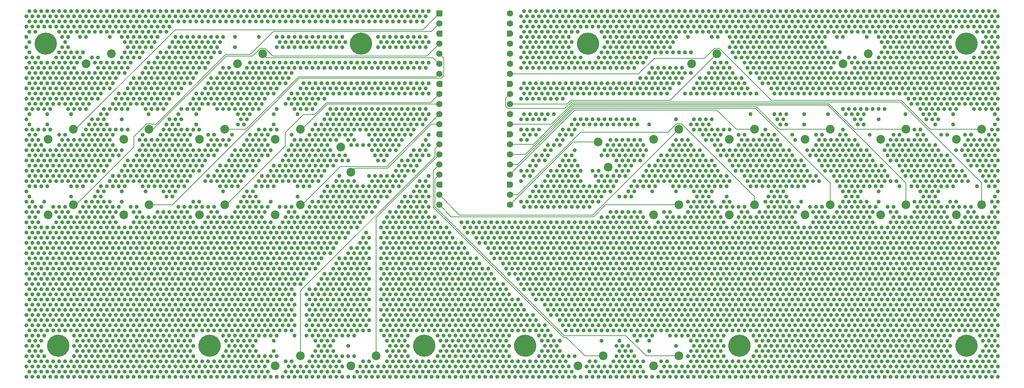
<source format=gbl>
G04 #@! TF.GenerationSoftware,KiCad,Pcbnew,8.0.4*
G04 #@! TF.CreationDate,2024-08-07T22:07:56-04:00*
G04 #@! TF.ProjectId,steno,7374656e-6f2e-46b6-9963-61645f706362,1*
G04 #@! TF.SameCoordinates,Original*
G04 #@! TF.FileFunction,Copper,L2,Bot*
G04 #@! TF.FilePolarity,Positive*
%FSLAX46Y46*%
G04 Gerber Fmt 4.6, Leading zero omitted, Abs format (unit mm)*
G04 Created by KiCad (PCBNEW 8.0.4) date 2024-08-07 22:07:56*
%MOMM*%
%LPD*%
G01*
G04 APERTURE LIST*
G04 Aperture macros list*
%AMRoundRect*
0 Rectangle with rounded corners*
0 $1 Rounding radius*
0 $2 $3 $4 $5 $6 $7 $8 $9 X,Y pos of 4 corners*
0 Add a 4 corners polygon primitive as box body*
4,1,4,$2,$3,$4,$5,$6,$7,$8,$9,$2,$3,0*
0 Add four circle primitives for the rounded corners*
1,1,$1+$1,$2,$3*
1,1,$1+$1,$4,$5*
1,1,$1+$1,$6,$7*
1,1,$1+$1,$8,$9*
0 Add four rect primitives between the rounded corners*
20,1,$1+$1,$2,$3,$4,$5,0*
20,1,$1+$1,$4,$5,$6,$7,0*
20,1,$1+$1,$6,$7,$8,$9,0*
20,1,$1+$1,$8,$9,$2,$3,0*%
%AMFreePoly0*
4,1,28,0.605014,0.794986,0.644504,0.794986,0.724698,0.756366,0.780194,0.686777,0.800000,0.600000,0.800000,-0.600000,0.780194,-0.686777,0.724698,-0.756366,0.644504,-0.794986,0.605014,-0.794986,0.600000,-0.800000,0.000000,-0.800000,-0.178017,-0.779942,-0.347107,-0.720775,-0.498792,-0.625465,-0.625465,-0.498792,-0.720775,-0.347107,-0.779942,-0.178017,-0.800000,0.000000,-0.779942,0.178017,
-0.720775,0.347107,-0.625465,0.498792,-0.498792,0.625465,-0.347107,0.720775,-0.178017,0.779942,0.000000,0.800000,0.600000,0.800000,0.605014,0.794986,0.605014,0.794986,$1*%
%AMFreePoly1*
4,1,28,0.178017,0.779942,0.347107,0.720775,0.498792,0.625465,0.625465,0.498792,0.720775,0.347107,0.779942,0.178017,0.800000,0.000000,0.779942,-0.178017,0.720775,-0.347107,0.625465,-0.498792,0.498792,-0.625465,0.347107,-0.720775,0.178017,-0.779942,0.000000,-0.800000,-0.600000,-0.800000,-0.605014,-0.794986,-0.644504,-0.794986,-0.724698,-0.756366,-0.780194,-0.686777,-0.800000,-0.600000,
-0.800000,0.600000,-0.780194,0.686777,-0.724698,0.756366,-0.644504,0.794986,-0.605014,0.794986,-0.600000,0.800000,0.000000,0.800000,0.178017,0.779942,0.178017,0.779942,$1*%
G04 Aperture macros list end*
G04 #@! TA.AperFunction,NonConductor*
%ADD10C,0.500000*%
G04 #@! TD*
G04 #@! TA.AperFunction,ComponentPad*
%ADD11C,2.200000*%
G04 #@! TD*
G04 #@! TA.AperFunction,ComponentPad*
%ADD12C,3.600000*%
G04 #@! TD*
G04 #@! TA.AperFunction,ConnectorPad*
%ADD13C,5.600000*%
G04 #@! TD*
G04 #@! TA.AperFunction,ComponentPad*
%ADD14RoundRect,0.200000X-0.600000X-0.600000X0.600000X-0.600000X0.600000X0.600000X-0.600000X0.600000X0*%
G04 #@! TD*
G04 #@! TA.AperFunction,ComponentPad*
%ADD15C,1.600000*%
G04 #@! TD*
G04 #@! TA.AperFunction,ComponentPad*
%ADD16FreePoly0,0.000000*%
G04 #@! TD*
G04 #@! TA.AperFunction,ComponentPad*
%ADD17FreePoly1,0.000000*%
G04 #@! TD*
G04 #@! TA.AperFunction,Conductor*
%ADD18C,0.200000*%
G04 #@! TD*
G04 APERTURE END LIST*
D10*
X197625000Y-131340362D02*
G75*
G02*
X197125000Y-131340362I-250000J0D01*
G01*
X197125000Y-131340362D02*
G75*
G02*
X197625000Y-131340362I250000J0D01*
G01*
X220125000Y-66388457D02*
G75*
G02*
X219625000Y-66388457I-250000J0D01*
G01*
X219625000Y-66388457D02*
G75*
G02*
X220125000Y-66388457I250000J0D01*
G01*
X218625000Y-128742286D02*
G75*
G02*
X218125000Y-128742286I-250000J0D01*
G01*
X218125000Y-128742286D02*
G75*
G02*
X218625000Y-128742286I250000J0D01*
G01*
X127125000Y-144330743D02*
G75*
G02*
X126625000Y-144330743I-250000J0D01*
G01*
X126625000Y-144330743D02*
G75*
G02*
X127125000Y-144330743I250000J0D01*
G01*
X137625000Y-113153829D02*
G75*
G02*
X137125000Y-113153829I-250000J0D01*
G01*
X137125000Y-113153829D02*
G75*
G02*
X137625000Y-113153829I250000J0D01*
G01*
X180375000Y-114452867D02*
G75*
G02*
X179875000Y-114452867I-250000J0D01*
G01*
X179875000Y-114452867D02*
G75*
G02*
X180375000Y-114452867I250000J0D01*
G01*
X111375000Y-140433629D02*
G75*
G02*
X110875000Y-140433629I-250000J0D01*
G01*
X110875000Y-140433629D02*
G75*
G02*
X111375000Y-140433629I250000J0D01*
G01*
X22875000Y-111854790D02*
G75*
G02*
X22375000Y-111854790I-250000J0D01*
G01*
X22375000Y-111854790D02*
G75*
G02*
X22875000Y-111854790I250000J0D01*
G01*
X45375000Y-130041324D02*
G75*
G02*
X44875000Y-130041324I-250000J0D01*
G01*
X44875000Y-130041324D02*
G75*
G02*
X45375000Y-130041324I250000J0D01*
G01*
X165375000Y-140433629D02*
G75*
G02*
X164875000Y-140433629I-250000J0D01*
G01*
X164875000Y-140433629D02*
G75*
G02*
X165375000Y-140433629I250000J0D01*
G01*
X173625000Y-120948057D02*
G75*
G02*
X173125000Y-120948057I-250000J0D01*
G01*
X173125000Y-120948057D02*
G75*
G02*
X173625000Y-120948057I250000J0D01*
G01*
X240375000Y-143031705D02*
G75*
G02*
X239875000Y-143031705I-250000J0D01*
G01*
X239875000Y-143031705D02*
G75*
G02*
X240375000Y-143031705I250000J0D01*
G01*
X124125000Y-120948057D02*
G75*
G02*
X123625000Y-120948057I-250000J0D01*
G01*
X123625000Y-120948057D02*
G75*
G02*
X124125000Y-120948057I250000J0D01*
G01*
X165375000Y-117050943D02*
G75*
G02*
X164875000Y-117050943I-250000J0D01*
G01*
X164875000Y-117050943D02*
G75*
G02*
X165375000Y-117050943I250000J0D01*
G01*
X133875000Y-119649019D02*
G75*
G02*
X133375000Y-119649019I-250000J0D01*
G01*
X133375000Y-119649019D02*
G75*
G02*
X133875000Y-119649019I250000J0D01*
G01*
X92625000Y-66388457D02*
G75*
G02*
X92125000Y-66388457I-250000J0D01*
G01*
X92125000Y-66388457D02*
G75*
G02*
X92625000Y-66388457I250000J0D01*
G01*
X204375000Y-101462486D02*
G75*
G02*
X203875000Y-101462486I-250000J0D01*
G01*
X203875000Y-101462486D02*
G75*
G02*
X204375000Y-101462486I250000J0D01*
G01*
X48375000Y-57295190D02*
G75*
G02*
X47875000Y-57295190I-250000J0D01*
G01*
X47875000Y-57295190D02*
G75*
G02*
X48375000Y-57295190I250000J0D01*
G01*
X30375000Y-137835553D02*
G75*
G02*
X29875000Y-137835553I-250000J0D01*
G01*
X29875000Y-137835553D02*
G75*
G02*
X30375000Y-137835553I250000J0D01*
G01*
X49875000Y-143031705D02*
G75*
G02*
X49375000Y-143031705I-250000J0D01*
G01*
X49375000Y-143031705D02*
G75*
G02*
X49875000Y-143031705I250000J0D01*
G01*
X96375000Y-124845172D02*
G75*
G02*
X95875000Y-124845172I-250000J0D01*
G01*
X95875000Y-124845172D02*
G75*
G02*
X96375000Y-124845172I250000J0D01*
G01*
X202875000Y-122247095D02*
G75*
G02*
X202375000Y-122247095I-250000J0D01*
G01*
X202375000Y-122247095D02*
G75*
G02*
X202875000Y-122247095I250000J0D01*
G01*
X224625000Y-68986533D02*
G75*
G02*
X224125000Y-68986533I-250000J0D01*
G01*
X224125000Y-68986533D02*
G75*
G02*
X224625000Y-68986533I250000J0D01*
G01*
X61875000Y-72883647D02*
G75*
G02*
X61375000Y-72883647I-250000J0D01*
G01*
X61375000Y-72883647D02*
G75*
G02*
X61875000Y-72883647I250000J0D01*
G01*
X227625000Y-76780762D02*
G75*
G02*
X227125000Y-76780762I-250000J0D01*
G01*
X227125000Y-76780762D02*
G75*
G02*
X227625000Y-76780762I250000J0D01*
G01*
X45375000Y-111854790D02*
G75*
G02*
X44875000Y-111854790I-250000J0D01*
G01*
X44875000Y-111854790D02*
G75*
G02*
X45375000Y-111854790I250000J0D01*
G01*
X32625000Y-139134591D02*
G75*
G02*
X32125000Y-139134591I-250000J0D01*
G01*
X32125000Y-139134591D02*
G75*
G02*
X32625000Y-139134591I250000J0D01*
G01*
X81375000Y-124845172D02*
G75*
G02*
X80875000Y-124845172I-250000J0D01*
G01*
X80875000Y-124845172D02*
G75*
G02*
X81375000Y-124845172I250000J0D01*
G01*
X242625000Y-139134591D02*
G75*
G02*
X242125000Y-139134591I-250000J0D01*
G01*
X242125000Y-139134591D02*
G75*
G02*
X242625000Y-139134591I250000J0D01*
G01*
X71625000Y-71584609D02*
G75*
G02*
X71125000Y-71584609I-250000J0D01*
G01*
X71125000Y-71584609D02*
G75*
G02*
X71625000Y-71584609I250000J0D01*
G01*
X30375000Y-106658638D02*
G75*
G02*
X29875000Y-106658638I-250000J0D01*
G01*
X29875000Y-106658638D02*
G75*
G02*
X30375000Y-106658638I250000J0D01*
G01*
X134625000Y-113153829D02*
G75*
G02*
X134125000Y-113153829I-250000J0D01*
G01*
X134125000Y-113153829D02*
G75*
G02*
X134625000Y-113153829I250000J0D01*
G01*
X54375000Y-67687495D02*
G75*
G02*
X53875000Y-67687495I-250000J0D01*
G01*
X53875000Y-67687495D02*
G75*
G02*
X54375000Y-67687495I250000J0D01*
G01*
X43125000Y-123546133D02*
G75*
G02*
X42625000Y-123546133I-250000J0D01*
G01*
X42625000Y-123546133D02*
G75*
G02*
X43125000Y-123546133I250000J0D01*
G01*
X49875000Y-93668257D02*
G75*
G02*
X49375000Y-93668257I-250000J0D01*
G01*
X49375000Y-93668257D02*
G75*
G02*
X49875000Y-93668257I250000J0D01*
G01*
X241875000Y-57295190D02*
G75*
G02*
X241375000Y-57295190I-250000J0D01*
G01*
X241375000Y-57295190D02*
G75*
G02*
X241875000Y-57295190I250000J0D01*
G01*
X219375000Y-122247095D02*
G75*
G02*
X218875000Y-122247095I-250000J0D01*
G01*
X218875000Y-122247095D02*
G75*
G02*
X219375000Y-122247095I250000J0D01*
G01*
X202125000Y-141732667D02*
G75*
G02*
X201625000Y-141732667I-250000J0D01*
G01*
X201625000Y-141732667D02*
G75*
G02*
X202125000Y-141732667I250000J0D01*
G01*
X204375000Y-59893266D02*
G75*
G02*
X203875000Y-59893266I-250000J0D01*
G01*
X203875000Y-59893266D02*
G75*
G02*
X204375000Y-59893266I250000J0D01*
G01*
X110625000Y-110555752D02*
G75*
G02*
X110125000Y-110555752I-250000J0D01*
G01*
X110125000Y-110555752D02*
G75*
G02*
X110625000Y-110555752I250000J0D01*
G01*
X196875000Y-127443248D02*
G75*
G02*
X196375000Y-127443248I-250000J0D01*
G01*
X196375000Y-127443248D02*
G75*
G02*
X196875000Y-127443248I250000J0D01*
G01*
X72375000Y-101462486D02*
G75*
G02*
X71875000Y-101462486I-250000J0D01*
G01*
X71875000Y-101462486D02*
G75*
G02*
X72375000Y-101462486I250000J0D01*
G01*
X197625000Y-84574990D02*
G75*
G02*
X197125000Y-84574990I-250000J0D01*
G01*
X197125000Y-84574990D02*
G75*
G02*
X197625000Y-84574990I250000J0D01*
G01*
X180375000Y-119649019D02*
G75*
G02*
X179875000Y-119649019I-250000J0D01*
G01*
X179875000Y-119649019D02*
G75*
G02*
X180375000Y-119649019I250000J0D01*
G01*
X92625000Y-123546133D02*
G75*
G02*
X92125000Y-123546133I-250000J0D01*
G01*
X92125000Y-123546133D02*
G75*
G02*
X92625000Y-123546133I250000J0D01*
G01*
X29625000Y-115751905D02*
G75*
G02*
X29125000Y-115751905I-250000J0D01*
G01*
X29125000Y-115751905D02*
G75*
G02*
X29625000Y-115751905I250000J0D01*
G01*
X188625000Y-105359600D02*
G75*
G02*
X188125000Y-105359600I-250000J0D01*
G01*
X188125000Y-105359600D02*
G75*
G02*
X188625000Y-105359600I250000J0D01*
G01*
X181125000Y-113153829D02*
G75*
G02*
X180625000Y-113153829I-250000J0D01*
G01*
X180625000Y-113153829D02*
G75*
G02*
X181125000Y-113153829I250000J0D01*
G01*
X214875000Y-114452867D02*
G75*
G02*
X214375000Y-114452867I-250000J0D01*
G01*
X214375000Y-114452867D02*
G75*
G02*
X214875000Y-114452867I250000J0D01*
G01*
X144375000Y-111854790D02*
G75*
G02*
X143875000Y-111854790I-250000J0D01*
G01*
X143875000Y-111854790D02*
G75*
G02*
X144375000Y-111854790I250000J0D01*
G01*
X42375000Y-130041324D02*
G75*
G02*
X41875000Y-130041324I-250000J0D01*
G01*
X41875000Y-130041324D02*
G75*
G02*
X42375000Y-130041324I250000J0D01*
G01*
X34125000Y-74182685D02*
G75*
G02*
X33625000Y-74182685I-250000J0D01*
G01*
X33625000Y-74182685D02*
G75*
G02*
X34125000Y-74182685I250000J0D01*
G01*
X37125000Y-100163448D02*
G75*
G02*
X36625000Y-100163448I-250000J0D01*
G01*
X36625000Y-100163448D02*
G75*
G02*
X37125000Y-100163448I250000J0D01*
G01*
X197625000Y-110555752D02*
G75*
G02*
X197125000Y-110555752I-250000J0D01*
G01*
X197125000Y-110555752D02*
G75*
G02*
X197625000Y-110555752I250000J0D01*
G01*
X82875000Y-101462486D02*
G75*
G02*
X82375000Y-101462486I-250000J0D01*
G01*
X82375000Y-101462486D02*
G75*
G02*
X82875000Y-101462486I250000J0D01*
G01*
X17625000Y-139134591D02*
G75*
G02*
X17125000Y-139134591I-250000J0D01*
G01*
X17125000Y-139134591D02*
G75*
G02*
X17625000Y-139134591I250000J0D01*
G01*
X258375000Y-135237476D02*
G75*
G02*
X257875000Y-135237476I-250000J0D01*
G01*
X257875000Y-135237476D02*
G75*
G02*
X258375000Y-135237476I250000J0D01*
G01*
X226125000Y-89771143D02*
G75*
G02*
X225625000Y-89771143I-250000J0D01*
G01*
X225625000Y-89771143D02*
G75*
G02*
X226125000Y-89771143I250000J0D01*
G01*
X76875000Y-52099038D02*
G75*
G02*
X76375000Y-52099038I-250000J0D01*
G01*
X76375000Y-52099038D02*
G75*
G02*
X76875000Y-52099038I250000J0D01*
G01*
X52125000Y-76780762D02*
G75*
G02*
X51625000Y-76780762I-250000J0D01*
G01*
X51625000Y-76780762D02*
G75*
G02*
X52125000Y-76780762I250000J0D01*
G01*
X165375000Y-132639400D02*
G75*
G02*
X164875000Y-132639400I-250000J0D01*
G01*
X164875000Y-132639400D02*
G75*
G02*
X165375000Y-132639400I250000J0D01*
G01*
X91125000Y-136536514D02*
G75*
G02*
X90625000Y-136536514I-250000J0D01*
G01*
X90625000Y-136536514D02*
G75*
G02*
X91125000Y-136536514I250000J0D01*
G01*
X214125000Y-139134591D02*
G75*
G02*
X213625000Y-139134591I-250000J0D01*
G01*
X213625000Y-139134591D02*
G75*
G02*
X214125000Y-139134591I250000J0D01*
G01*
X63375000Y-143031705D02*
G75*
G02*
X62875000Y-143031705I-250000J0D01*
G01*
X62875000Y-143031705D02*
G75*
G02*
X63375000Y-143031705I250000J0D01*
G01*
X244125000Y-107957676D02*
G75*
G02*
X243625000Y-107957676I-250000J0D01*
G01*
X243625000Y-107957676D02*
G75*
G02*
X244125000Y-107957676I250000J0D01*
G01*
X214125000Y-115751905D02*
G75*
G02*
X213625000Y-115751905I-250000J0D01*
G01*
X213625000Y-115751905D02*
G75*
G02*
X214125000Y-115751905I250000J0D01*
G01*
X205875000Y-114452867D02*
G75*
G02*
X205375000Y-114452867I-250000J0D01*
G01*
X205375000Y-114452867D02*
G75*
G02*
X205875000Y-114452867I250000J0D01*
G01*
X79875000Y-106658638D02*
G75*
G02*
X79375000Y-106658638I-250000J0D01*
G01*
X79375000Y-106658638D02*
G75*
G02*
X79875000Y-106658638I250000J0D01*
G01*
X25125000Y-126144210D02*
G75*
G02*
X24625000Y-126144210I-250000J0D01*
G01*
X24625000Y-126144210D02*
G75*
G02*
X25125000Y-126144210I250000J0D01*
G01*
X28875000Y-109256714D02*
G75*
G02*
X28375000Y-109256714I-250000J0D01*
G01*
X28375000Y-109256714D02*
G75*
G02*
X28875000Y-109256714I250000J0D01*
G01*
X230625000Y-94967295D02*
G75*
G02*
X230125000Y-94967295I-250000J0D01*
G01*
X230125000Y-94967295D02*
G75*
G02*
X230625000Y-94967295I250000J0D01*
G01*
X220125000Y-89771143D02*
G75*
G02*
X219625000Y-89771143I-250000J0D01*
G01*
X219625000Y-89771143D02*
G75*
G02*
X220125000Y-89771143I250000J0D01*
G01*
X63375000Y-70285571D02*
G75*
G02*
X62875000Y-70285571I-250000J0D01*
G01*
X62875000Y-70285571D02*
G75*
G02*
X63375000Y-70285571I250000J0D01*
G01*
X181125000Y-120948057D02*
G75*
G02*
X180625000Y-120948057I-250000J0D01*
G01*
X180625000Y-120948057D02*
G75*
G02*
X181125000Y-120948057I250000J0D01*
G01*
X148875000Y-65089419D02*
G75*
G02*
X148375000Y-65089419I-250000J0D01*
G01*
X148375000Y-65089419D02*
G75*
G02*
X148875000Y-65089419I250000J0D01*
G01*
X76875000Y-124845172D02*
G75*
G02*
X76375000Y-124845172I-250000J0D01*
G01*
X76375000Y-124845172D02*
G75*
G02*
X76875000Y-124845172I250000J0D01*
G01*
X252375000Y-117050943D02*
G75*
G02*
X251875000Y-117050943I-250000J0D01*
G01*
X251875000Y-117050943D02*
G75*
G02*
X252375000Y-117050943I250000J0D01*
G01*
X248625000Y-118349981D02*
G75*
G02*
X248125000Y-118349981I-250000J0D01*
G01*
X248125000Y-118349981D02*
G75*
G02*
X248625000Y-118349981I250000J0D01*
G01*
X199125000Y-144330743D02*
G75*
G02*
X198625000Y-144330743I-250000J0D01*
G01*
X198625000Y-144330743D02*
G75*
G02*
X199125000Y-144330743I250000J0D01*
G01*
X49125000Y-136536514D02*
G75*
G02*
X48625000Y-136536514I-250000J0D01*
G01*
X48625000Y-136536514D02*
G75*
G02*
X49125000Y-136536514I250000J0D01*
G01*
X255375000Y-75481724D02*
G75*
G02*
X254875000Y-75481724I-250000J0D01*
G01*
X254875000Y-75481724D02*
G75*
G02*
X255375000Y-75481724I250000J0D01*
G01*
X66375000Y-114452867D02*
G75*
G02*
X65875000Y-114452867I-250000J0D01*
G01*
X65875000Y-114452867D02*
G75*
G02*
X66375000Y-114452867I250000J0D01*
G01*
X230625000Y-118349981D02*
G75*
G02*
X230125000Y-118349981I-250000J0D01*
G01*
X230125000Y-118349981D02*
G75*
G02*
X230625000Y-118349981I250000J0D01*
G01*
X151875000Y-124845172D02*
G75*
G02*
X151375000Y-124845172I-250000J0D01*
G01*
X151375000Y-124845172D02*
G75*
G02*
X151875000Y-124845172I250000J0D01*
G01*
X40875000Y-124845172D02*
G75*
G02*
X40375000Y-124845172I-250000J0D01*
G01*
X40375000Y-124845172D02*
G75*
G02*
X40875000Y-124845172I250000J0D01*
G01*
X148125000Y-79378838D02*
G75*
G02*
X147625000Y-79378838I-250000J0D01*
G01*
X147625000Y-79378838D02*
G75*
G02*
X148125000Y-79378838I250000J0D01*
G01*
X252375000Y-70285571D02*
G75*
G02*
X251875000Y-70285571I-250000J0D01*
G01*
X251875000Y-70285571D02*
G75*
G02*
X252375000Y-70285571I250000J0D01*
G01*
X62625000Y-89771143D02*
G75*
G02*
X62125000Y-89771143I-250000J0D01*
G01*
X62125000Y-89771143D02*
G75*
G02*
X62625000Y-89771143I250000J0D01*
G01*
X173625000Y-128742286D02*
G75*
G02*
X173125000Y-128742286I-250000J0D01*
G01*
X173125000Y-128742286D02*
G75*
G02*
X173625000Y-128742286I250000J0D01*
G01*
X59625000Y-61192304D02*
G75*
G02*
X59125000Y-61192304I-250000J0D01*
G01*
X59125000Y-61192304D02*
G75*
G02*
X59625000Y-61192304I250000J0D01*
G01*
X43125000Y-131340362D02*
G75*
G02*
X42625000Y-131340362I-250000J0D01*
G01*
X42625000Y-131340362D02*
G75*
G02*
X43125000Y-131340362I250000J0D01*
G01*
X226875000Y-130041324D02*
G75*
G02*
X226375000Y-130041324I-250000J0D01*
G01*
X226375000Y-130041324D02*
G75*
G02*
X226875000Y-130041324I250000J0D01*
G01*
X91125000Y-128742286D02*
G75*
G02*
X90625000Y-128742286I-250000J0D01*
G01*
X90625000Y-128742286D02*
G75*
G02*
X91125000Y-128742286I250000J0D01*
G01*
X25125000Y-123546133D02*
G75*
G02*
X24625000Y-123546133I-250000J0D01*
G01*
X24625000Y-123546133D02*
G75*
G02*
X25125000Y-123546133I250000J0D01*
G01*
X235875000Y-117050943D02*
G75*
G02*
X235375000Y-117050943I-250000J0D01*
G01*
X235375000Y-117050943D02*
G75*
G02*
X235875000Y-117050943I250000J0D01*
G01*
X178875000Y-106658638D02*
G75*
G02*
X178375000Y-106658638I-250000J0D01*
G01*
X178375000Y-106658638D02*
G75*
G02*
X178875000Y-106658638I250000J0D01*
G01*
X84375000Y-122247095D02*
G75*
G02*
X83875000Y-122247095I-250000J0D01*
G01*
X83875000Y-122247095D02*
G75*
G02*
X84375000Y-122247095I250000J0D01*
G01*
X87375000Y-143031705D02*
G75*
G02*
X86875000Y-143031705I-250000J0D01*
G01*
X86875000Y-143031705D02*
G75*
G02*
X87375000Y-143031705I250000J0D01*
G01*
X139875000Y-140433629D02*
G75*
G02*
X139375000Y-140433629I-250000J0D01*
G01*
X139375000Y-140433629D02*
G75*
G02*
X139875000Y-140433629I250000J0D01*
G01*
X54375000Y-62491342D02*
G75*
G02*
X53875000Y-62491342I-250000J0D01*
G01*
X53875000Y-62491342D02*
G75*
G02*
X54375000Y-62491342I250000J0D01*
G01*
X37875000Y-52099038D02*
G75*
G02*
X37375000Y-52099038I-250000J0D01*
G01*
X37375000Y-52099038D02*
G75*
G02*
X37875000Y-52099038I250000J0D01*
G01*
X187875000Y-143031705D02*
G75*
G02*
X187375000Y-143031705I-250000J0D01*
G01*
X187375000Y-143031705D02*
G75*
G02*
X187875000Y-143031705I250000J0D01*
G01*
X64125000Y-63790381D02*
G75*
G02*
X63625000Y-63790381I-250000J0D01*
G01*
X63625000Y-63790381D02*
G75*
G02*
X64125000Y-63790381I250000J0D01*
G01*
X256125000Y-107957676D02*
G75*
G02*
X255625000Y-107957676I-250000J0D01*
G01*
X255625000Y-107957676D02*
G75*
G02*
X256125000Y-107957676I250000J0D01*
G01*
X22125000Y-128742286D02*
G75*
G02*
X21625000Y-128742286I-250000J0D01*
G01*
X21625000Y-128742286D02*
G75*
G02*
X22125000Y-128742286I250000J0D01*
G01*
X54375000Y-104060562D02*
G75*
G02*
X53875000Y-104060562I-250000J0D01*
G01*
X53875000Y-104060562D02*
G75*
G02*
X54375000Y-104060562I250000J0D01*
G01*
X83625000Y-107957676D02*
G75*
G02*
X83125000Y-107957676I-250000J0D01*
G01*
X83125000Y-107957676D02*
G75*
G02*
X83625000Y-107957676I250000J0D01*
G01*
X250125000Y-66388457D02*
G75*
G02*
X249625000Y-66388457I-250000J0D01*
G01*
X249625000Y-66388457D02*
G75*
G02*
X250125000Y-66388457I250000J0D01*
G01*
X31875000Y-70285571D02*
G75*
G02*
X31375000Y-70285571I-250000J0D01*
G01*
X31375000Y-70285571D02*
G75*
G02*
X31875000Y-70285571I250000J0D01*
G01*
X193875000Y-52099038D02*
G75*
G02*
X193375000Y-52099038I-250000J0D01*
G01*
X193375000Y-52099038D02*
G75*
G02*
X193875000Y-52099038I250000J0D01*
G01*
X187125000Y-55996152D02*
G75*
G02*
X186625000Y-55996152I-250000J0D01*
G01*
X186625000Y-55996152D02*
G75*
G02*
X187125000Y-55996152I250000J0D01*
G01*
X58875000Y-101462486D02*
G75*
G02*
X58375000Y-101462486I-250000J0D01*
G01*
X58375000Y-101462486D02*
G75*
G02*
X58875000Y-101462486I250000J0D01*
G01*
X254625000Y-55996152D02*
G75*
G02*
X254125000Y-55996152I-250000J0D01*
G01*
X254125000Y-55996152D02*
G75*
G02*
X254625000Y-55996152I250000J0D01*
G01*
X196125000Y-58594228D02*
G75*
G02*
X195625000Y-58594228I-250000J0D01*
G01*
X195625000Y-58594228D02*
G75*
G02*
X196125000Y-58594228I250000J0D01*
G01*
X248625000Y-113153829D02*
G75*
G02*
X248125000Y-113153829I-250000J0D01*
G01*
X248125000Y-113153829D02*
G75*
G02*
X248625000Y-113153829I250000J0D01*
G01*
X127875000Y-124845172D02*
G75*
G02*
X127375000Y-124845172I-250000J0D01*
G01*
X127375000Y-124845172D02*
G75*
G02*
X127875000Y-124845172I250000J0D01*
G01*
X169125000Y-136536514D02*
G75*
G02*
X168625000Y-136536514I-250000J0D01*
G01*
X168625000Y-136536514D02*
G75*
G02*
X169125000Y-136536514I250000J0D01*
G01*
X222375000Y-124845172D02*
G75*
G02*
X221875000Y-124845172I-250000J0D01*
G01*
X221875000Y-124845172D02*
G75*
G02*
X222375000Y-124845172I250000J0D01*
G01*
X242625000Y-126144210D02*
G75*
G02*
X242125000Y-126144210I-250000J0D01*
G01*
X242125000Y-126144210D02*
G75*
G02*
X242625000Y-126144210I250000J0D01*
G01*
X106125000Y-79378838D02*
G75*
G02*
X105625000Y-79378838I-250000J0D01*
G01*
X105625000Y-79378838D02*
G75*
G02*
X106125000Y-79378838I250000J0D01*
G01*
X54375000Y-127443248D02*
G75*
G02*
X53875000Y-127443248I-250000J0D01*
G01*
X53875000Y-127443248D02*
G75*
G02*
X54375000Y-127443248I250000J0D01*
G01*
X260625000Y-139134591D02*
G75*
G02*
X260125000Y-139134591I-250000J0D01*
G01*
X260125000Y-139134591D02*
G75*
G02*
X260625000Y-139134591I250000J0D01*
G01*
X34875000Y-109256714D02*
G75*
G02*
X34375000Y-109256714I-250000J0D01*
G01*
X34375000Y-109256714D02*
G75*
G02*
X34875000Y-109256714I250000J0D01*
G01*
X91125000Y-105359600D02*
G75*
G02*
X90625000Y-105359600I-250000J0D01*
G01*
X90625000Y-105359600D02*
G75*
G02*
X91125000Y-105359600I250000J0D01*
G01*
X188625000Y-89771143D02*
G75*
G02*
X188125000Y-89771143I-250000J0D01*
G01*
X188125000Y-89771143D02*
G75*
G02*
X188625000Y-89771143I250000J0D01*
G01*
X111375000Y-72883647D02*
G75*
G02*
X110875000Y-72883647I-250000J0D01*
G01*
X110875000Y-72883647D02*
G75*
G02*
X111375000Y-72883647I250000J0D01*
G01*
X105375000Y-143031705D02*
G75*
G02*
X104875000Y-143031705I-250000J0D01*
G01*
X104875000Y-143031705D02*
G75*
G02*
X105375000Y-143031705I250000J0D01*
G01*
X222375000Y-85874028D02*
G75*
G02*
X221875000Y-85874028I-250000J0D01*
G01*
X221875000Y-85874028D02*
G75*
G02*
X222375000Y-85874028I250000J0D01*
G01*
X191625000Y-118349981D02*
G75*
G02*
X191125000Y-118349981I-250000J0D01*
G01*
X191125000Y-118349981D02*
G75*
G02*
X191625000Y-118349981I250000J0D01*
G01*
X69375000Y-91070181D02*
G75*
G02*
X68875000Y-91070181I-250000J0D01*
G01*
X68875000Y-91070181D02*
G75*
G02*
X69375000Y-91070181I250000J0D01*
G01*
X34125000Y-136536514D02*
G75*
G02*
X33625000Y-136536514I-250000J0D01*
G01*
X33625000Y-136536514D02*
G75*
G02*
X34125000Y-136536514I250000J0D01*
G01*
X61125000Y-100163448D02*
G75*
G02*
X60625000Y-100163448I-250000J0D01*
G01*
X60625000Y-100163448D02*
G75*
G02*
X61125000Y-100163448I250000J0D01*
G01*
X254625000Y-87173066D02*
G75*
G02*
X254125000Y-87173066I-250000J0D01*
G01*
X254125000Y-87173066D02*
G75*
G02*
X254625000Y-87173066I250000J0D01*
G01*
X22125000Y-68986533D02*
G75*
G02*
X21625000Y-68986533I-250000J0D01*
G01*
X21625000Y-68986533D02*
G75*
G02*
X22125000Y-68986533I250000J0D01*
G01*
X89625000Y-113153829D02*
G75*
G02*
X89125000Y-113153829I-250000J0D01*
G01*
X89125000Y-113153829D02*
G75*
G02*
X89625000Y-113153829I250000J0D01*
G01*
X241875000Y-59893266D02*
G75*
G02*
X241375000Y-59893266I-250000J0D01*
G01*
X241375000Y-59893266D02*
G75*
G02*
X241875000Y-59893266I250000J0D01*
G01*
X23625000Y-87173066D02*
G75*
G02*
X23125000Y-87173066I-250000J0D01*
G01*
X23125000Y-87173066D02*
G75*
G02*
X23625000Y-87173066I250000J0D01*
G01*
X187125000Y-81976914D02*
G75*
G02*
X186625000Y-81976914I-250000J0D01*
G01*
X186625000Y-81976914D02*
G75*
G02*
X187125000Y-81976914I250000J0D01*
G01*
X52875000Y-117050943D02*
G75*
G02*
X52375000Y-117050943I-250000J0D01*
G01*
X52375000Y-117050943D02*
G75*
G02*
X52875000Y-117050943I250000J0D01*
G01*
X26625000Y-120948057D02*
G75*
G02*
X26125000Y-120948057I-250000J0D01*
G01*
X26125000Y-120948057D02*
G75*
G02*
X26625000Y-120948057I250000J0D01*
G01*
X124125000Y-110555752D02*
G75*
G02*
X123625000Y-110555752I-250000J0D01*
G01*
X123625000Y-110555752D02*
G75*
G02*
X124125000Y-110555752I250000J0D01*
G01*
X187875000Y-122247095D02*
G75*
G02*
X187375000Y-122247095I-250000J0D01*
G01*
X187375000Y-122247095D02*
G75*
G02*
X187875000Y-122247095I250000J0D01*
G01*
X64125000Y-102761524D02*
G75*
G02*
X63625000Y-102761524I-250000J0D01*
G01*
X63625000Y-102761524D02*
G75*
G02*
X64125000Y-102761524I250000J0D01*
G01*
X148125000Y-120948057D02*
G75*
G02*
X147625000Y-120948057I-250000J0D01*
G01*
X147625000Y-120948057D02*
G75*
G02*
X148125000Y-120948057I250000J0D01*
G01*
X60375000Y-80677876D02*
G75*
G02*
X59875000Y-80677876I-250000J0D01*
G01*
X59875000Y-80677876D02*
G75*
G02*
X60375000Y-80677876I250000J0D01*
G01*
X150375000Y-127443248D02*
G75*
G02*
X149875000Y-127443248I-250000J0D01*
G01*
X149875000Y-127443248D02*
G75*
G02*
X150375000Y-127443248I250000J0D01*
G01*
X232125000Y-76780762D02*
G75*
G02*
X231625000Y-76780762I-250000J0D01*
G01*
X231625000Y-76780762D02*
G75*
G02*
X232125000Y-76780762I250000J0D01*
G01*
X17625000Y-115751905D02*
G75*
G02*
X17125000Y-115751905I-250000J0D01*
G01*
X17125000Y-115751905D02*
G75*
G02*
X17625000Y-115751905I250000J0D01*
G01*
X190875000Y-140433629D02*
G75*
G02*
X190375000Y-140433629I-250000J0D01*
G01*
X190375000Y-140433629D02*
G75*
G02*
X190875000Y-140433629I250000J0D01*
G01*
X41625000Y-107957676D02*
G75*
G02*
X41125000Y-107957676I-250000J0D01*
G01*
X41125000Y-107957676D02*
G75*
G02*
X41625000Y-107957676I250000J0D01*
G01*
X170625000Y-87173066D02*
G75*
G02*
X170125000Y-87173066I-250000J0D01*
G01*
X170125000Y-87173066D02*
G75*
G02*
X170625000Y-87173066I250000J0D01*
G01*
X167625000Y-84574990D02*
G75*
G02*
X167125000Y-84574990I-250000J0D01*
G01*
X167125000Y-84574990D02*
G75*
G02*
X167625000Y-84574990I250000J0D01*
G01*
X85125000Y-113153829D02*
G75*
G02*
X84625000Y-113153829I-250000J0D01*
G01*
X84625000Y-113153829D02*
G75*
G02*
X85125000Y-113153829I250000J0D01*
G01*
X245625000Y-128742286D02*
G75*
G02*
X245125000Y-128742286I-250000J0D01*
G01*
X245125000Y-128742286D02*
G75*
G02*
X245625000Y-128742286I250000J0D01*
G01*
X64875000Y-72883647D02*
G75*
G02*
X64375000Y-72883647I-250000J0D01*
G01*
X64375000Y-72883647D02*
G75*
G02*
X64875000Y-72883647I250000J0D01*
G01*
X60375000Y-106658638D02*
G75*
G02*
X59875000Y-106658638I-250000J0D01*
G01*
X59875000Y-106658638D02*
G75*
G02*
X60375000Y-106658638I250000J0D01*
G01*
X211875000Y-62491342D02*
G75*
G02*
X211375000Y-62491342I-250000J0D01*
G01*
X211375000Y-62491342D02*
G75*
G02*
X211875000Y-62491342I250000J0D01*
G01*
X253125000Y-131340362D02*
G75*
G02*
X252625000Y-131340362I-250000J0D01*
G01*
X252625000Y-131340362D02*
G75*
G02*
X253125000Y-131340362I250000J0D01*
G01*
X151875000Y-106658638D02*
G75*
G02*
X151375000Y-106658638I-250000J0D01*
G01*
X151375000Y-106658638D02*
G75*
G02*
X151875000Y-106658638I250000J0D01*
G01*
X251625000Y-118349981D02*
G75*
G02*
X251125000Y-118349981I-250000J0D01*
G01*
X251125000Y-118349981D02*
G75*
G02*
X251625000Y-118349981I250000J0D01*
G01*
X206625000Y-123546133D02*
G75*
G02*
X206125000Y-123546133I-250000J0D01*
G01*
X206125000Y-123546133D02*
G75*
G02*
X206625000Y-123546133I250000J0D01*
G01*
X67125000Y-118349981D02*
G75*
G02*
X66625000Y-118349981I-250000J0D01*
G01*
X66625000Y-118349981D02*
G75*
G02*
X67125000Y-118349981I250000J0D01*
G01*
X26625000Y-102761524D02*
G75*
G02*
X26125000Y-102761524I-250000J0D01*
G01*
X26125000Y-102761524D02*
G75*
G02*
X26625000Y-102761524I250000J0D01*
G01*
X169875000Y-54697114D02*
G75*
G02*
X169375000Y-54697114I-250000J0D01*
G01*
X169375000Y-54697114D02*
G75*
G02*
X169875000Y-54697114I250000J0D01*
G01*
X114375000Y-78079800D02*
G75*
G02*
X113875000Y-78079800I-250000J0D01*
G01*
X113875000Y-78079800D02*
G75*
G02*
X114375000Y-78079800I250000J0D01*
G01*
X17625000Y-113153829D02*
G75*
G02*
X17125000Y-113153829I-250000J0D01*
G01*
X17125000Y-113153829D02*
G75*
G02*
X17625000Y-113153829I250000J0D01*
G01*
X207375000Y-104060562D02*
G75*
G02*
X206875000Y-104060562I-250000J0D01*
G01*
X206875000Y-104060562D02*
G75*
G02*
X207375000Y-104060562I250000J0D01*
G01*
X91875000Y-65089419D02*
G75*
G02*
X91375000Y-65089419I-250000J0D01*
G01*
X91375000Y-65089419D02*
G75*
G02*
X91875000Y-65089419I250000J0D01*
G01*
X118125000Y-79378838D02*
G75*
G02*
X117625000Y-79378838I-250000J0D01*
G01*
X117625000Y-79378838D02*
G75*
G02*
X118125000Y-79378838I250000J0D01*
G01*
X45375000Y-124845172D02*
G75*
G02*
X44875000Y-124845172I-250000J0D01*
G01*
X44875000Y-124845172D02*
G75*
G02*
X45375000Y-124845172I250000J0D01*
G01*
X174375000Y-67687495D02*
G75*
G02*
X173875000Y-67687495I-250000J0D01*
G01*
X173875000Y-67687495D02*
G75*
G02*
X174375000Y-67687495I250000J0D01*
G01*
X166875000Y-59893266D02*
G75*
G02*
X166375000Y-59893266I-250000J0D01*
G01*
X166375000Y-59893266D02*
G75*
G02*
X166875000Y-59893266I250000J0D01*
G01*
X210375000Y-109256714D02*
G75*
G02*
X209875000Y-109256714I-250000J0D01*
G01*
X209875000Y-109256714D02*
G75*
G02*
X210375000Y-109256714I250000J0D01*
G01*
X248625000Y-94967295D02*
G75*
G02*
X248125000Y-94967295I-250000J0D01*
G01*
X248125000Y-94967295D02*
G75*
G02*
X248625000Y-94967295I250000J0D01*
G01*
X185625000Y-55996152D02*
G75*
G02*
X185125000Y-55996152I-250000J0D01*
G01*
X185125000Y-55996152D02*
G75*
G02*
X185625000Y-55996152I250000J0D01*
G01*
X19125000Y-113153829D02*
G75*
G02*
X18625000Y-113153829I-250000J0D01*
G01*
X18625000Y-113153829D02*
G75*
G02*
X19125000Y-113153829I250000J0D01*
G01*
X61125000Y-107957676D02*
G75*
G02*
X60625000Y-107957676I-250000J0D01*
G01*
X60625000Y-107957676D02*
G75*
G02*
X61125000Y-107957676I250000J0D01*
G01*
X230625000Y-128742286D02*
G75*
G02*
X230125000Y-128742286I-250000J0D01*
G01*
X230125000Y-128742286D02*
G75*
G02*
X230625000Y-128742286I250000J0D01*
G01*
X185625000Y-131340362D02*
G75*
G02*
X185125000Y-131340362I-250000J0D01*
G01*
X185125000Y-131340362D02*
G75*
G02*
X185625000Y-131340362I250000J0D01*
G01*
X207375000Y-109256714D02*
G75*
G02*
X206875000Y-109256714I-250000J0D01*
G01*
X206875000Y-109256714D02*
G75*
G02*
X207375000Y-109256714I250000J0D01*
G01*
X91875000Y-130041324D02*
G75*
G02*
X91375000Y-130041324I-250000J0D01*
G01*
X91375000Y-130041324D02*
G75*
G02*
X91875000Y-130041324I250000J0D01*
G01*
X118875000Y-70285571D02*
G75*
G02*
X118375000Y-70285571I-250000J0D01*
G01*
X118375000Y-70285571D02*
G75*
G02*
X118875000Y-70285571I250000J0D01*
G01*
X28125000Y-107957676D02*
G75*
G02*
X27625000Y-107957676I-250000J0D01*
G01*
X27625000Y-107957676D02*
G75*
G02*
X28125000Y-107957676I250000J0D01*
G01*
X97875000Y-65089419D02*
G75*
G02*
X97375000Y-65089419I-250000J0D01*
G01*
X97375000Y-65089419D02*
G75*
G02*
X97875000Y-65089419I250000J0D01*
G01*
X226125000Y-123546133D02*
G75*
G02*
X225625000Y-123546133I-250000J0D01*
G01*
X225625000Y-123546133D02*
G75*
G02*
X226125000Y-123546133I250000J0D01*
G01*
X110625000Y-107957676D02*
G75*
G02*
X110125000Y-107957676I-250000J0D01*
G01*
X110125000Y-107957676D02*
G75*
G02*
X110625000Y-107957676I250000J0D01*
G01*
X76875000Y-111854790D02*
G75*
G02*
X76375000Y-111854790I-250000J0D01*
G01*
X76375000Y-111854790D02*
G75*
G02*
X76875000Y-111854790I250000J0D01*
G01*
X48375000Y-54697114D02*
G75*
G02*
X47875000Y-54697114I-250000J0D01*
G01*
X47875000Y-54697114D02*
G75*
G02*
X48375000Y-54697114I250000J0D01*
G01*
X55125000Y-123546133D02*
G75*
G02*
X54625000Y-123546133I-250000J0D01*
G01*
X54625000Y-123546133D02*
G75*
G02*
X55125000Y-123546133I250000J0D01*
G01*
X115875000Y-130041324D02*
G75*
G02*
X115375000Y-130041324I-250000J0D01*
G01*
X115375000Y-130041324D02*
G75*
G02*
X115875000Y-130041324I250000J0D01*
G01*
X90375000Y-70285571D02*
G75*
G02*
X89875000Y-70285571I-250000J0D01*
G01*
X89875000Y-70285571D02*
G75*
G02*
X90375000Y-70285571I250000J0D01*
G01*
X18375000Y-93668257D02*
G75*
G02*
X17875000Y-93668257I-250000J0D01*
G01*
X17875000Y-93668257D02*
G75*
G02*
X18375000Y-93668257I250000J0D01*
G01*
X70125000Y-71584609D02*
G75*
G02*
X69625000Y-71584609I-250000J0D01*
G01*
X69625000Y-71584609D02*
G75*
G02*
X70125000Y-71584609I250000J0D01*
G01*
X50625000Y-123546133D02*
G75*
G02*
X50125000Y-123546133I-250000J0D01*
G01*
X50125000Y-123546133D02*
G75*
G02*
X50625000Y-123546133I250000J0D01*
G01*
X167625000Y-63790381D02*
G75*
G02*
X167125000Y-63790381I-250000J0D01*
G01*
X167125000Y-63790381D02*
G75*
G02*
X167625000Y-63790381I250000J0D01*
G01*
X86625000Y-53398076D02*
G75*
G02*
X86125000Y-53398076I-250000J0D01*
G01*
X86125000Y-53398076D02*
G75*
G02*
X86625000Y-53398076I250000J0D01*
G01*
X110625000Y-126144210D02*
G75*
G02*
X110125000Y-126144210I-250000J0D01*
G01*
X110125000Y-126144210D02*
G75*
G02*
X110625000Y-126144210I250000J0D01*
G01*
X238875000Y-54697114D02*
G75*
G02*
X238375000Y-54697114I-250000J0D01*
G01*
X238375000Y-54697114D02*
G75*
G02*
X238875000Y-54697114I250000J0D01*
G01*
X55875000Y-96266333D02*
G75*
G02*
X55375000Y-96266333I-250000J0D01*
G01*
X55375000Y-96266333D02*
G75*
G02*
X55875000Y-96266333I250000J0D01*
G01*
X58875000Y-70285571D02*
G75*
G02*
X58375000Y-70285571I-250000J0D01*
G01*
X58375000Y-70285571D02*
G75*
G02*
X58875000Y-70285571I250000J0D01*
G01*
X115125000Y-115751905D02*
G75*
G02*
X114625000Y-115751905I-250000J0D01*
G01*
X114625000Y-115751905D02*
G75*
G02*
X115125000Y-115751905I250000J0D01*
G01*
X46875000Y-91070181D02*
G75*
G02*
X46375000Y-91070181I-250000J0D01*
G01*
X46375000Y-91070181D02*
G75*
G02*
X46875000Y-91070181I250000J0D01*
G01*
X164625000Y-66388457D02*
G75*
G02*
X164125000Y-66388457I-250000J0D01*
G01*
X164125000Y-66388457D02*
G75*
G02*
X164625000Y-66388457I250000J0D01*
G01*
X226875000Y-119649019D02*
G75*
G02*
X226375000Y-119649019I-250000J0D01*
G01*
X226375000Y-119649019D02*
G75*
G02*
X226875000Y-119649019I250000J0D01*
G01*
X239625000Y-115751905D02*
G75*
G02*
X239125000Y-115751905I-250000J0D01*
G01*
X239125000Y-115751905D02*
G75*
G02*
X239625000Y-115751905I250000J0D01*
G01*
X222375000Y-62491342D02*
G75*
G02*
X221875000Y-62491342I-250000J0D01*
G01*
X221875000Y-62491342D02*
G75*
G02*
X222375000Y-62491342I250000J0D01*
G01*
X34125000Y-110555752D02*
G75*
G02*
X33625000Y-110555752I-250000J0D01*
G01*
X33625000Y-110555752D02*
G75*
G02*
X34125000Y-110555752I250000J0D01*
G01*
X149625000Y-107957676D02*
G75*
G02*
X149125000Y-107957676I-250000J0D01*
G01*
X149125000Y-107957676D02*
G75*
G02*
X149625000Y-107957676I250000J0D01*
G01*
X78375000Y-119649019D02*
G75*
G02*
X77875000Y-119649019I-250000J0D01*
G01*
X77875000Y-119649019D02*
G75*
G02*
X78375000Y-119649019I250000J0D01*
G01*
X112875000Y-135237476D02*
G75*
G02*
X112375000Y-135237476I-250000J0D01*
G01*
X112375000Y-135237476D02*
G75*
G02*
X112875000Y-135237476I250000J0D01*
G01*
X249375000Y-93668257D02*
G75*
G02*
X248875000Y-93668257I-250000J0D01*
G01*
X248875000Y-93668257D02*
G75*
G02*
X249375000Y-93668257I250000J0D01*
G01*
X108375000Y-114452867D02*
G75*
G02*
X107875000Y-114452867I-250000J0D01*
G01*
X107875000Y-114452867D02*
G75*
G02*
X108375000Y-114452867I250000J0D01*
G01*
X19125000Y-141732667D02*
G75*
G02*
X18625000Y-141732667I-250000J0D01*
G01*
X18625000Y-141732667D02*
G75*
G02*
X19125000Y-141732667I250000J0D01*
G01*
X258375000Y-132639400D02*
G75*
G02*
X257875000Y-132639400I-250000J0D01*
G01*
X257875000Y-132639400D02*
G75*
G02*
X258375000Y-132639400I250000J0D01*
G01*
X106125000Y-58594228D02*
G75*
G02*
X105625000Y-58594228I-250000J0D01*
G01*
X105625000Y-58594228D02*
G75*
G02*
X106125000Y-58594228I250000J0D01*
G01*
X199875000Y-62491342D02*
G75*
G02*
X199375000Y-62491342I-250000J0D01*
G01*
X199375000Y-62491342D02*
G75*
G02*
X199875000Y-62491342I250000J0D01*
G01*
X57375000Y-132639400D02*
G75*
G02*
X56875000Y-132639400I-250000J0D01*
G01*
X56875000Y-132639400D02*
G75*
G02*
X57375000Y-132639400I250000J0D01*
G01*
X261375000Y-135237476D02*
G75*
G02*
X260875000Y-135237476I-250000J0D01*
G01*
X260875000Y-135237476D02*
G75*
G02*
X261375000Y-135237476I250000J0D01*
G01*
X181875000Y-70285571D02*
G75*
G02*
X181375000Y-70285571I-250000J0D01*
G01*
X181375000Y-70285571D02*
G75*
G02*
X181875000Y-70285571I250000J0D01*
G01*
X223125000Y-136536514D02*
G75*
G02*
X222625000Y-136536514I-250000J0D01*
G01*
X222625000Y-136536514D02*
G75*
G02*
X223125000Y-136536514I250000J0D01*
G01*
X96375000Y-54697114D02*
G75*
G02*
X95875000Y-54697114I-250000J0D01*
G01*
X95875000Y-54697114D02*
G75*
G02*
X96375000Y-54697114I250000J0D01*
G01*
X73125000Y-113153829D02*
G75*
G02*
X72625000Y-113153829I-250000J0D01*
G01*
X72625000Y-113153829D02*
G75*
G02*
X73125000Y-113153829I250000J0D01*
G01*
X115875000Y-59893266D02*
G75*
G02*
X115375000Y-59893266I-250000J0D01*
G01*
X115375000Y-59893266D02*
G75*
G02*
X115875000Y-59893266I250000J0D01*
G01*
X28125000Y-115751905D02*
G75*
G02*
X27625000Y-115751905I-250000J0D01*
G01*
X27625000Y-115751905D02*
G75*
G02*
X28125000Y-115751905I250000J0D01*
G01*
X171375000Y-80677876D02*
G75*
G02*
X170875000Y-80677876I-250000J0D01*
G01*
X170875000Y-80677876D02*
G75*
G02*
X171375000Y-80677876I250000J0D01*
G01*
X96375000Y-72883647D02*
G75*
G02*
X95875000Y-72883647I-250000J0D01*
G01*
X95875000Y-72883647D02*
G75*
G02*
X96375000Y-72883647I250000J0D01*
G01*
X226875000Y-111854790D02*
G75*
G02*
X226375000Y-111854790I-250000J0D01*
G01*
X226375000Y-111854790D02*
G75*
G02*
X226875000Y-111854790I250000J0D01*
G01*
X76125000Y-76780762D02*
G75*
G02*
X75625000Y-76780762I-250000J0D01*
G01*
X75625000Y-76780762D02*
G75*
G02*
X76125000Y-76780762I250000J0D01*
G01*
X217125000Y-58594228D02*
G75*
G02*
X216625000Y-58594228I-250000J0D01*
G01*
X216625000Y-58594228D02*
G75*
G02*
X217125000Y-58594228I250000J0D01*
G01*
X214875000Y-109256714D02*
G75*
G02*
X214375000Y-109256714I-250000J0D01*
G01*
X214375000Y-109256714D02*
G75*
G02*
X214875000Y-109256714I250000J0D01*
G01*
X42375000Y-106658638D02*
G75*
G02*
X41875000Y-106658638I-250000J0D01*
G01*
X41875000Y-106658638D02*
G75*
G02*
X42375000Y-106658638I250000J0D01*
G01*
X77625000Y-113153829D02*
G75*
G02*
X77125000Y-113153829I-250000J0D01*
G01*
X77125000Y-113153829D02*
G75*
G02*
X77625000Y-113153829I250000J0D01*
G01*
X175875000Y-130041324D02*
G75*
G02*
X175375000Y-130041324I-250000J0D01*
G01*
X175375000Y-130041324D02*
G75*
G02*
X175875000Y-130041324I250000J0D01*
G01*
X160875000Y-106658638D02*
G75*
G02*
X160375000Y-106658638I-250000J0D01*
G01*
X160375000Y-106658638D02*
G75*
G02*
X160875000Y-106658638I250000J0D01*
G01*
X21375000Y-137835553D02*
G75*
G02*
X20875000Y-137835553I-250000J0D01*
G01*
X20875000Y-137835553D02*
G75*
G02*
X21375000Y-137835553I250000J0D01*
G01*
X112125000Y-100163448D02*
G75*
G02*
X111625000Y-100163448I-250000J0D01*
G01*
X111625000Y-100163448D02*
G75*
G02*
X112125000Y-100163448I250000J0D01*
G01*
X184125000Y-110555752D02*
G75*
G02*
X183625000Y-110555752I-250000J0D01*
G01*
X183625000Y-110555752D02*
G75*
G02*
X184125000Y-110555752I250000J0D01*
G01*
X36375000Y-85874028D02*
G75*
G02*
X35875000Y-85874028I-250000J0D01*
G01*
X35875000Y-85874028D02*
G75*
G02*
X36375000Y-85874028I250000J0D01*
G01*
X46125000Y-87173066D02*
G75*
G02*
X45625000Y-87173066I-250000J0D01*
G01*
X45625000Y-87173066D02*
G75*
G02*
X46125000Y-87173066I250000J0D01*
G01*
X26625000Y-128742286D02*
G75*
G02*
X26125000Y-128742286I-250000J0D01*
G01*
X26125000Y-128742286D02*
G75*
G02*
X26625000Y-128742286I250000J0D01*
G01*
X73125000Y-97565371D02*
G75*
G02*
X72625000Y-97565371I-250000J0D01*
G01*
X72625000Y-97565371D02*
G75*
G02*
X73125000Y-97565371I250000J0D01*
G01*
X240375000Y-65089419D02*
G75*
G02*
X239875000Y-65089419I-250000J0D01*
G01*
X239875000Y-65089419D02*
G75*
G02*
X240375000Y-65089419I250000J0D01*
G01*
X203625000Y-105359600D02*
G75*
G02*
X203125000Y-105359600I-250000J0D01*
G01*
X203125000Y-105359600D02*
G75*
G02*
X203625000Y-105359600I250000J0D01*
G01*
X166125000Y-139134591D02*
G75*
G02*
X165625000Y-139134591I-250000J0D01*
G01*
X165625000Y-139134591D02*
G75*
G02*
X166125000Y-139134591I250000J0D01*
G01*
X215625000Y-115751905D02*
G75*
G02*
X215125000Y-115751905I-250000J0D01*
G01*
X215125000Y-115751905D02*
G75*
G02*
X215625000Y-115751905I250000J0D01*
G01*
X74625000Y-123546133D02*
G75*
G02*
X74125000Y-123546133I-250000J0D01*
G01*
X74125000Y-123546133D02*
G75*
G02*
X74625000Y-123546133I250000J0D01*
G01*
X211875000Y-67687495D02*
G75*
G02*
X211375000Y-67687495I-250000J0D01*
G01*
X211375000Y-67687495D02*
G75*
G02*
X211875000Y-67687495I250000J0D01*
G01*
X167625000Y-105359600D02*
G75*
G02*
X167125000Y-105359600I-250000J0D01*
G01*
X167125000Y-105359600D02*
G75*
G02*
X167625000Y-105359600I250000J0D01*
G01*
X109875000Y-59893266D02*
G75*
G02*
X109375000Y-59893266I-250000J0D01*
G01*
X109375000Y-59893266D02*
G75*
G02*
X109875000Y-59893266I250000J0D01*
G01*
X117375000Y-109256714D02*
G75*
G02*
X116875000Y-109256714I-250000J0D01*
G01*
X116875000Y-109256714D02*
G75*
G02*
X117375000Y-109256714I250000J0D01*
G01*
X68625000Y-105359600D02*
G75*
G02*
X68125000Y-105359600I-250000J0D01*
G01*
X68125000Y-105359600D02*
G75*
G02*
X68625000Y-105359600I250000J0D01*
G01*
X76875000Y-93668257D02*
G75*
G02*
X76375000Y-93668257I-250000J0D01*
G01*
X76375000Y-93668257D02*
G75*
G02*
X76875000Y-93668257I250000J0D01*
G01*
X34875000Y-72883647D02*
G75*
G02*
X34375000Y-72883647I-250000J0D01*
G01*
X34375000Y-72883647D02*
G75*
G02*
X34875000Y-72883647I250000J0D01*
G01*
X176625000Y-53398076D02*
G75*
G02*
X176125000Y-53398076I-250000J0D01*
G01*
X176125000Y-53398076D02*
G75*
G02*
X176625000Y-53398076I250000J0D01*
G01*
X38625000Y-120948057D02*
G75*
G02*
X38125000Y-120948057I-250000J0D01*
G01*
X38125000Y-120948057D02*
G75*
G02*
X38625000Y-120948057I250000J0D01*
G01*
X50625000Y-55996152D02*
G75*
G02*
X50125000Y-55996152I-250000J0D01*
G01*
X50125000Y-55996152D02*
G75*
G02*
X50625000Y-55996152I250000J0D01*
G01*
X18375000Y-59893266D02*
G75*
G02*
X17875000Y-59893266I-250000J0D01*
G01*
X17875000Y-59893266D02*
G75*
G02*
X18375000Y-59893266I250000J0D01*
G01*
X124875000Y-109256714D02*
G75*
G02*
X124375000Y-109256714I-250000J0D01*
G01*
X124375000Y-109256714D02*
G75*
G02*
X124875000Y-109256714I250000J0D01*
G01*
X136875000Y-124845172D02*
G75*
G02*
X136375000Y-124845172I-250000J0D01*
G01*
X136375000Y-124845172D02*
G75*
G02*
X136875000Y-124845172I250000J0D01*
G01*
X57375000Y-127443248D02*
G75*
G02*
X56875000Y-127443248I-250000J0D01*
G01*
X56875000Y-127443248D02*
G75*
G02*
X57375000Y-127443248I250000J0D01*
G01*
X17625000Y-105359600D02*
G75*
G02*
X17125000Y-105359600I-250000J0D01*
G01*
X17125000Y-105359600D02*
G75*
G02*
X17625000Y-105359600I250000J0D01*
G01*
X229125000Y-76780762D02*
G75*
G02*
X228625000Y-76780762I-250000J0D01*
G01*
X228625000Y-76780762D02*
G75*
G02*
X229125000Y-76780762I250000J0D01*
G01*
X193125000Y-139134591D02*
G75*
G02*
X192625000Y-139134591I-250000J0D01*
G01*
X192625000Y-139134591D02*
G75*
G02*
X193125000Y-139134591I250000J0D01*
G01*
X225375000Y-127443248D02*
G75*
G02*
X224875000Y-127443248I-250000J0D01*
G01*
X224875000Y-127443248D02*
G75*
G02*
X225375000Y-127443248I250000J0D01*
G01*
X45375000Y-137835553D02*
G75*
G02*
X44875000Y-137835553I-250000J0D01*
G01*
X44875000Y-137835553D02*
G75*
G02*
X45375000Y-137835553I250000J0D01*
G01*
X31875000Y-137835553D02*
G75*
G02*
X31375000Y-137835553I-250000J0D01*
G01*
X31375000Y-137835553D02*
G75*
G02*
X31875000Y-137835553I250000J0D01*
G01*
X261375000Y-85874028D02*
G75*
G02*
X260875000Y-85874028I-250000J0D01*
G01*
X260875000Y-85874028D02*
G75*
G02*
X261375000Y-85874028I250000J0D01*
G01*
X46875000Y-83275952D02*
G75*
G02*
X46375000Y-83275952I-250000J0D01*
G01*
X46375000Y-83275952D02*
G75*
G02*
X46875000Y-83275952I250000J0D01*
G01*
X112125000Y-53398076D02*
G75*
G02*
X111625000Y-53398076I-250000J0D01*
G01*
X111625000Y-53398076D02*
G75*
G02*
X112125000Y-53398076I250000J0D01*
G01*
X151875000Y-98864409D02*
G75*
G02*
X151375000Y-98864409I-250000J0D01*
G01*
X151375000Y-98864409D02*
G75*
G02*
X151875000Y-98864409I250000J0D01*
G01*
X198375000Y-119649019D02*
G75*
G02*
X197875000Y-119649019I-250000J0D01*
G01*
X197875000Y-119649019D02*
G75*
G02*
X198375000Y-119649019I250000J0D01*
G01*
X255375000Y-83275952D02*
G75*
G02*
X254875000Y-83275952I-250000J0D01*
G01*
X254875000Y-83275952D02*
G75*
G02*
X255375000Y-83275952I250000J0D01*
G01*
X20625000Y-71584609D02*
G75*
G02*
X20125000Y-71584609I-250000J0D01*
G01*
X20125000Y-71584609D02*
G75*
G02*
X20625000Y-71584609I250000J0D01*
G01*
X31125000Y-126144210D02*
G75*
G02*
X30625000Y-126144210I-250000J0D01*
G01*
X30625000Y-126144210D02*
G75*
G02*
X31125000Y-126144210I250000J0D01*
G01*
X55875000Y-119649019D02*
G75*
G02*
X55375000Y-119649019I-250000J0D01*
G01*
X55375000Y-119649019D02*
G75*
G02*
X55875000Y-119649019I250000J0D01*
G01*
X86625000Y-71584609D02*
G75*
G02*
X86125000Y-71584609I-250000J0D01*
G01*
X86125000Y-71584609D02*
G75*
G02*
X86625000Y-71584609I250000J0D01*
G01*
X62625000Y-58594228D02*
G75*
G02*
X62125000Y-58594228I-250000J0D01*
G01*
X62125000Y-58594228D02*
G75*
G02*
X62625000Y-58594228I250000J0D01*
G01*
X193875000Y-127443248D02*
G75*
G02*
X193375000Y-127443248I-250000J0D01*
G01*
X193375000Y-127443248D02*
G75*
G02*
X193875000Y-127443248I250000J0D01*
G01*
X239625000Y-110555752D02*
G75*
G02*
X239125000Y-110555752I-250000J0D01*
G01*
X239125000Y-110555752D02*
G75*
G02*
X239625000Y-110555752I250000J0D01*
G01*
X73125000Y-105359600D02*
G75*
G02*
X72625000Y-105359600I-250000J0D01*
G01*
X72625000Y-105359600D02*
G75*
G02*
X73125000Y-105359600I250000J0D01*
G01*
X110625000Y-92369219D02*
G75*
G02*
X110125000Y-92369219I-250000J0D01*
G01*
X110125000Y-92369219D02*
G75*
G02*
X110625000Y-92369219I250000J0D01*
G01*
X109875000Y-122247095D02*
G75*
G02*
X109375000Y-122247095I-250000J0D01*
G01*
X109375000Y-122247095D02*
G75*
G02*
X109875000Y-122247095I250000J0D01*
G01*
X250875000Y-57295190D02*
G75*
G02*
X250375000Y-57295190I-250000J0D01*
G01*
X250375000Y-57295190D02*
G75*
G02*
X250875000Y-57295190I250000J0D01*
G01*
X195375000Y-59893266D02*
G75*
G02*
X194875000Y-59893266I-250000J0D01*
G01*
X194875000Y-59893266D02*
G75*
G02*
X195375000Y-59893266I250000J0D01*
G01*
X36375000Y-96266333D02*
G75*
G02*
X35875000Y-96266333I-250000J0D01*
G01*
X35875000Y-96266333D02*
G75*
G02*
X36375000Y-96266333I250000J0D01*
G01*
X199875000Y-52099038D02*
G75*
G02*
X199375000Y-52099038I-250000J0D01*
G01*
X199375000Y-52099038D02*
G75*
G02*
X199875000Y-52099038I250000J0D01*
G01*
X127125000Y-110555752D02*
G75*
G02*
X126625000Y-110555752I-250000J0D01*
G01*
X126625000Y-110555752D02*
G75*
G02*
X127125000Y-110555752I250000J0D01*
G01*
X108375000Y-130041324D02*
G75*
G02*
X107875000Y-130041324I-250000J0D01*
G01*
X107875000Y-130041324D02*
G75*
G02*
X108375000Y-130041324I250000J0D01*
G01*
X160125000Y-131340362D02*
G75*
G02*
X159625000Y-131340362I-250000J0D01*
G01*
X159625000Y-131340362D02*
G75*
G02*
X160125000Y-131340362I250000J0D01*
G01*
X259875000Y-65089419D02*
G75*
G02*
X259375000Y-65089419I-250000J0D01*
G01*
X259375000Y-65089419D02*
G75*
G02*
X259875000Y-65089419I250000J0D01*
G01*
X231375000Y-140433629D02*
G75*
G02*
X230875000Y-140433629I-250000J0D01*
G01*
X230875000Y-140433629D02*
G75*
G02*
X231375000Y-140433629I250000J0D01*
G01*
X164625000Y-144330743D02*
G75*
G02*
X164125000Y-144330743I-250000J0D01*
G01*
X164125000Y-144330743D02*
G75*
G02*
X164625000Y-144330743I250000J0D01*
G01*
X117375000Y-59893266D02*
G75*
G02*
X116875000Y-59893266I-250000J0D01*
G01*
X116875000Y-59893266D02*
G75*
G02*
X117375000Y-59893266I250000J0D01*
G01*
X262125000Y-81976914D02*
G75*
G02*
X261625000Y-81976914I-250000J0D01*
G01*
X261625000Y-81976914D02*
G75*
G02*
X262125000Y-81976914I250000J0D01*
G01*
X67875000Y-104060562D02*
G75*
G02*
X67375000Y-104060562I-250000J0D01*
G01*
X67375000Y-104060562D02*
G75*
G02*
X67875000Y-104060562I250000J0D01*
G01*
X190125000Y-141732667D02*
G75*
G02*
X189625000Y-141732667I-250000J0D01*
G01*
X189625000Y-141732667D02*
G75*
G02*
X190125000Y-141732667I250000J0D01*
G01*
X34125000Y-100163448D02*
G75*
G02*
X33625000Y-100163448I-250000J0D01*
G01*
X33625000Y-100163448D02*
G75*
G02*
X34125000Y-100163448I250000J0D01*
G01*
X166875000Y-132639400D02*
G75*
G02*
X166375000Y-132639400I-250000J0D01*
G01*
X166375000Y-132639400D02*
G75*
G02*
X166875000Y-132639400I250000J0D01*
G01*
X37125000Y-107957676D02*
G75*
G02*
X36625000Y-107957676I-250000J0D01*
G01*
X36625000Y-107957676D02*
G75*
G02*
X37125000Y-107957676I250000J0D01*
G01*
X226875000Y-93668257D02*
G75*
G02*
X226375000Y-93668257I-250000J0D01*
G01*
X226375000Y-93668257D02*
G75*
G02*
X226875000Y-93668257I250000J0D01*
G01*
X40125000Y-133938438D02*
G75*
G02*
X39625000Y-133938438I-250000J0D01*
G01*
X39625000Y-133938438D02*
G75*
G02*
X40125000Y-133938438I250000J0D01*
G01*
X73875000Y-75481724D02*
G75*
G02*
X73375000Y-75481724I-250000J0D01*
G01*
X73375000Y-75481724D02*
G75*
G02*
X73875000Y-75481724I250000J0D01*
G01*
X213375000Y-130041324D02*
G75*
G02*
X212875000Y-130041324I-250000J0D01*
G01*
X212875000Y-130041324D02*
G75*
G02*
X213375000Y-130041324I250000J0D01*
G01*
X210375000Y-59893266D02*
G75*
G02*
X209875000Y-59893266I-250000J0D01*
G01*
X209875000Y-59893266D02*
G75*
G02*
X210375000Y-59893266I250000J0D01*
G01*
X171375000Y-96266333D02*
G75*
G02*
X170875000Y-96266333I-250000J0D01*
G01*
X170875000Y-96266333D02*
G75*
G02*
X171375000Y-96266333I250000J0D01*
G01*
X43875000Y-75481724D02*
G75*
G02*
X43375000Y-75481724I-250000J0D01*
G01*
X43375000Y-75481724D02*
G75*
G02*
X43875000Y-75481724I250000J0D01*
G01*
X245625000Y-79378838D02*
G75*
G02*
X245125000Y-79378838I-250000J0D01*
G01*
X245125000Y-79378838D02*
G75*
G02*
X245625000Y-79378838I250000J0D01*
G01*
X29625000Y-128742286D02*
G75*
G02*
X29125000Y-128742286I-250000J0D01*
G01*
X29125000Y-128742286D02*
G75*
G02*
X29625000Y-128742286I250000J0D01*
G01*
X26625000Y-115751905D02*
G75*
G02*
X26125000Y-115751905I-250000J0D01*
G01*
X26125000Y-115751905D02*
G75*
G02*
X26625000Y-115751905I250000J0D01*
G01*
X185625000Y-102761524D02*
G75*
G02*
X185125000Y-102761524I-250000J0D01*
G01*
X185125000Y-102761524D02*
G75*
G02*
X185625000Y-102761524I250000J0D01*
G01*
X223125000Y-113153829D02*
G75*
G02*
X222625000Y-113153829I-250000J0D01*
G01*
X222625000Y-113153829D02*
G75*
G02*
X223125000Y-113153829I250000J0D01*
G01*
X139125000Y-136536514D02*
G75*
G02*
X138625000Y-136536514I-250000J0D01*
G01*
X138625000Y-136536514D02*
G75*
G02*
X139125000Y-136536514I250000J0D01*
G01*
X75375000Y-85874028D02*
G75*
G02*
X74875000Y-85874028I-250000J0D01*
G01*
X74875000Y-85874028D02*
G75*
G02*
X75375000Y-85874028I250000J0D01*
G01*
X23625000Y-126144210D02*
G75*
G02*
X23125000Y-126144210I-250000J0D01*
G01*
X23125000Y-126144210D02*
G75*
G02*
X23625000Y-126144210I250000J0D01*
G01*
X56625000Y-63790381D02*
G75*
G02*
X56125000Y-63790381I-250000J0D01*
G01*
X56125000Y-63790381D02*
G75*
G02*
X56625000Y-63790381I250000J0D01*
G01*
X91875000Y-137835553D02*
G75*
G02*
X91375000Y-137835553I-250000J0D01*
G01*
X91375000Y-137835553D02*
G75*
G02*
X91875000Y-137835553I250000J0D01*
G01*
X40125000Y-120948057D02*
G75*
G02*
X39625000Y-120948057I-250000J0D01*
G01*
X39625000Y-120948057D02*
G75*
G02*
X40125000Y-120948057I250000J0D01*
G01*
X149625000Y-115751905D02*
G75*
G02*
X149125000Y-115751905I-250000J0D01*
G01*
X149125000Y-115751905D02*
G75*
G02*
X149625000Y-115751905I250000J0D01*
G01*
X65625000Y-68986533D02*
G75*
G02*
X65125000Y-68986533I-250000J0D01*
G01*
X65125000Y-68986533D02*
G75*
G02*
X65625000Y-68986533I250000J0D01*
G01*
X202125000Y-102761524D02*
G75*
G02*
X201625000Y-102761524I-250000J0D01*
G01*
X201625000Y-102761524D02*
G75*
G02*
X202125000Y-102761524I250000J0D01*
G01*
X181125000Y-66388457D02*
G75*
G02*
X180625000Y-66388457I-250000J0D01*
G01*
X180625000Y-66388457D02*
G75*
G02*
X181125000Y-66388457I250000J0D01*
G01*
X216375000Y-52099038D02*
G75*
G02*
X215875000Y-52099038I-250000J0D01*
G01*
X215875000Y-52099038D02*
G75*
G02*
X216375000Y-52099038I250000J0D01*
G01*
X62625000Y-74182685D02*
G75*
G02*
X62125000Y-74182685I-250000J0D01*
G01*
X62125000Y-74182685D02*
G75*
G02*
X62625000Y-74182685I250000J0D01*
G01*
X129375000Y-117050943D02*
G75*
G02*
X128875000Y-117050943I-250000J0D01*
G01*
X128875000Y-117050943D02*
G75*
G02*
X129375000Y-117050943I250000J0D01*
G01*
X182625000Y-131340362D02*
G75*
G02*
X182125000Y-131340362I-250000J0D01*
G01*
X182125000Y-131340362D02*
G75*
G02*
X182625000Y-131340362I250000J0D01*
G01*
X217125000Y-68986533D02*
G75*
G02*
X216625000Y-68986533I-250000J0D01*
G01*
X216625000Y-68986533D02*
G75*
G02*
X217125000Y-68986533I250000J0D01*
G01*
X104625000Y-94967295D02*
G75*
G02*
X104125000Y-94967295I-250000J0D01*
G01*
X104125000Y-94967295D02*
G75*
G02*
X104625000Y-94967295I250000J0D01*
G01*
X46875000Y-96266333D02*
G75*
G02*
X46375000Y-96266333I-250000J0D01*
G01*
X46375000Y-96266333D02*
G75*
G02*
X46875000Y-96266333I250000J0D01*
G01*
X221625000Y-144330743D02*
G75*
G02*
X221125000Y-144330743I-250000J0D01*
G01*
X221125000Y-144330743D02*
G75*
G02*
X221625000Y-144330743I250000J0D01*
G01*
X22125000Y-100163448D02*
G75*
G02*
X21625000Y-100163448I-250000J0D01*
G01*
X21625000Y-100163448D02*
G75*
G02*
X22125000Y-100163448I250000J0D01*
G01*
X220125000Y-105359600D02*
G75*
G02*
X219625000Y-105359600I-250000J0D01*
G01*
X219625000Y-105359600D02*
G75*
G02*
X220125000Y-105359600I250000J0D01*
G01*
X256125000Y-105359600D02*
G75*
G02*
X255625000Y-105359600I-250000J0D01*
G01*
X255625000Y-105359600D02*
G75*
G02*
X256125000Y-105359600I250000J0D01*
G01*
X130875000Y-106658638D02*
G75*
G02*
X130375000Y-106658638I-250000J0D01*
G01*
X130375000Y-106658638D02*
G75*
G02*
X130875000Y-106658638I250000J0D01*
G01*
X262125000Y-92369219D02*
G75*
G02*
X261625000Y-92369219I-250000J0D01*
G01*
X261625000Y-92369219D02*
G75*
G02*
X262125000Y-92369219I250000J0D01*
G01*
X39375000Y-85874028D02*
G75*
G02*
X38875000Y-85874028I-250000J0D01*
G01*
X38875000Y-85874028D02*
G75*
G02*
X39375000Y-85874028I250000J0D01*
G01*
X147375000Y-72883647D02*
G75*
G02*
X146875000Y-72883647I-250000J0D01*
G01*
X146875000Y-72883647D02*
G75*
G02*
X147375000Y-72883647I250000J0D01*
G01*
X190125000Y-136536514D02*
G75*
G02*
X189625000Y-136536514I-250000J0D01*
G01*
X189625000Y-136536514D02*
G75*
G02*
X190125000Y-136536514I250000J0D01*
G01*
X209625000Y-89771143D02*
G75*
G02*
X209125000Y-89771143I-250000J0D01*
G01*
X209125000Y-89771143D02*
G75*
G02*
X209625000Y-89771143I250000J0D01*
G01*
X184125000Y-118349981D02*
G75*
G02*
X183625000Y-118349981I-250000J0D01*
G01*
X183625000Y-118349981D02*
G75*
G02*
X184125000Y-118349981I250000J0D01*
G01*
X82125000Y-92369219D02*
G75*
G02*
X81625000Y-92369219I-250000J0D01*
G01*
X81625000Y-92369219D02*
G75*
G02*
X82125000Y-92369219I250000J0D01*
G01*
X161625000Y-92369219D02*
G75*
G02*
X161125000Y-92369219I-250000J0D01*
G01*
X161125000Y-92369219D02*
G75*
G02*
X161625000Y-92369219I250000J0D01*
G01*
X247125000Y-63790381D02*
G75*
G02*
X246625000Y-63790381I-250000J0D01*
G01*
X246625000Y-63790381D02*
G75*
G02*
X247125000Y-63790381I250000J0D01*
G01*
X184125000Y-94967295D02*
G75*
G02*
X183625000Y-94967295I-250000J0D01*
G01*
X183625000Y-94967295D02*
G75*
G02*
X184125000Y-94967295I250000J0D01*
G01*
X154125000Y-115751905D02*
G75*
G02*
X153625000Y-115751905I-250000J0D01*
G01*
X153625000Y-115751905D02*
G75*
G02*
X154125000Y-115751905I250000J0D01*
G01*
X189375000Y-83275952D02*
G75*
G02*
X188875000Y-83275952I-250000J0D01*
G01*
X188875000Y-83275952D02*
G75*
G02*
X189375000Y-83275952I250000J0D01*
G01*
X87375000Y-111854790D02*
G75*
G02*
X86875000Y-111854790I-250000J0D01*
G01*
X86875000Y-111854790D02*
G75*
G02*
X87375000Y-111854790I250000J0D01*
G01*
X199875000Y-117050943D02*
G75*
G02*
X199375000Y-117050943I-250000J0D01*
G01*
X199375000Y-117050943D02*
G75*
G02*
X199875000Y-117050943I250000J0D01*
G01*
X169875000Y-62491342D02*
G75*
G02*
X169375000Y-62491342I-250000J0D01*
G01*
X169375000Y-62491342D02*
G75*
G02*
X169875000Y-62491342I250000J0D01*
G01*
X158625000Y-118349981D02*
G75*
G02*
X158125000Y-118349981I-250000J0D01*
G01*
X158125000Y-118349981D02*
G75*
G02*
X158625000Y-118349981I250000J0D01*
G01*
X260625000Y-66388457D02*
G75*
G02*
X260125000Y-66388457I-250000J0D01*
G01*
X260125000Y-66388457D02*
G75*
G02*
X260625000Y-66388457I250000J0D01*
G01*
X24375000Y-119649019D02*
G75*
G02*
X23875000Y-119649019I-250000J0D01*
G01*
X23875000Y-119649019D02*
G75*
G02*
X24375000Y-119649019I250000J0D01*
G01*
X91875000Y-98864409D02*
G75*
G02*
X91375000Y-98864409I-250000J0D01*
G01*
X91375000Y-98864409D02*
G75*
G02*
X91875000Y-98864409I250000J0D01*
G01*
X191625000Y-107957676D02*
G75*
G02*
X191125000Y-107957676I-250000J0D01*
G01*
X191125000Y-107957676D02*
G75*
G02*
X191625000Y-107957676I250000J0D01*
G01*
X202125000Y-89771143D02*
G75*
G02*
X201625000Y-89771143I-250000J0D01*
G01*
X201625000Y-89771143D02*
G75*
G02*
X202125000Y-89771143I250000J0D01*
G01*
X25875000Y-62491342D02*
G75*
G02*
X25375000Y-62491342I-250000J0D01*
G01*
X25375000Y-62491342D02*
G75*
G02*
X25875000Y-62491342I250000J0D01*
G01*
X247875000Y-62491342D02*
G75*
G02*
X247375000Y-62491342I-250000J0D01*
G01*
X247375000Y-62491342D02*
G75*
G02*
X247875000Y-62491342I250000J0D01*
G01*
X49125000Y-87173066D02*
G75*
G02*
X48625000Y-87173066I-250000J0D01*
G01*
X48625000Y-87173066D02*
G75*
G02*
X49125000Y-87173066I250000J0D01*
G01*
X101625000Y-128742286D02*
G75*
G02*
X101125000Y-128742286I-250000J0D01*
G01*
X101125000Y-128742286D02*
G75*
G02*
X101625000Y-128742286I250000J0D01*
G01*
X242625000Y-55996152D02*
G75*
G02*
X242125000Y-55996152I-250000J0D01*
G01*
X242125000Y-55996152D02*
G75*
G02*
X242625000Y-55996152I250000J0D01*
G01*
X163875000Y-143031705D02*
G75*
G02*
X163375000Y-143031705I-250000J0D01*
G01*
X163375000Y-143031705D02*
G75*
G02*
X163875000Y-143031705I250000J0D01*
G01*
X112875000Y-93668257D02*
G75*
G02*
X112375000Y-93668257I-250000J0D01*
G01*
X112375000Y-93668257D02*
G75*
G02*
X112875000Y-93668257I250000J0D01*
G01*
X125625000Y-110555752D02*
G75*
G02*
X125125000Y-110555752I-250000J0D01*
G01*
X125125000Y-110555752D02*
G75*
G02*
X125625000Y-110555752I250000J0D01*
G01*
X35625000Y-89771143D02*
G75*
G02*
X35125000Y-89771143I-250000J0D01*
G01*
X35125000Y-89771143D02*
G75*
G02*
X35625000Y-89771143I250000J0D01*
G01*
X167625000Y-139134591D02*
G75*
G02*
X167125000Y-139134591I-250000J0D01*
G01*
X167125000Y-139134591D02*
G75*
G02*
X167625000Y-139134591I250000J0D01*
G01*
X228375000Y-93668257D02*
G75*
G02*
X227875000Y-93668257I-250000J0D01*
G01*
X227875000Y-93668257D02*
G75*
G02*
X228375000Y-93668257I250000J0D01*
G01*
X88875000Y-72883647D02*
G75*
G02*
X88375000Y-72883647I-250000J0D01*
G01*
X88375000Y-72883647D02*
G75*
G02*
X88875000Y-72883647I250000J0D01*
G01*
X223875000Y-96266333D02*
G75*
G02*
X223375000Y-96266333I-250000J0D01*
G01*
X223375000Y-96266333D02*
G75*
G02*
X223875000Y-96266333I250000J0D01*
G01*
X68625000Y-84574990D02*
G75*
G02*
X68125000Y-84574990I-250000J0D01*
G01*
X68125000Y-84574990D02*
G75*
G02*
X68625000Y-84574990I250000J0D01*
G01*
X68625000Y-115751905D02*
G75*
G02*
X68125000Y-115751905I-250000J0D01*
G01*
X68125000Y-115751905D02*
G75*
G02*
X68625000Y-115751905I250000J0D01*
G01*
X38625000Y-94967295D02*
G75*
G02*
X38125000Y-94967295I-250000J0D01*
G01*
X38125000Y-94967295D02*
G75*
G02*
X38625000Y-94967295I250000J0D01*
G01*
X46875000Y-59893266D02*
G75*
G02*
X46375000Y-59893266I-250000J0D01*
G01*
X46375000Y-59893266D02*
G75*
G02*
X46875000Y-59893266I250000J0D01*
G01*
X63375000Y-75481724D02*
G75*
G02*
X62875000Y-75481724I-250000J0D01*
G01*
X62875000Y-75481724D02*
G75*
G02*
X63375000Y-75481724I250000J0D01*
G01*
X38625000Y-131340362D02*
G75*
G02*
X38125000Y-131340362I-250000J0D01*
G01*
X38125000Y-131340362D02*
G75*
G02*
X38625000Y-131340362I250000J0D01*
G01*
X191625000Y-139134591D02*
G75*
G02*
X191125000Y-139134591I-250000J0D01*
G01*
X191125000Y-139134591D02*
G75*
G02*
X191625000Y-139134591I250000J0D01*
G01*
X42375000Y-111854790D02*
G75*
G02*
X41875000Y-111854790I-250000J0D01*
G01*
X41875000Y-111854790D02*
G75*
G02*
X42375000Y-111854790I250000J0D01*
G01*
X241125000Y-105359600D02*
G75*
G02*
X240625000Y-105359600I-250000J0D01*
G01*
X240625000Y-105359600D02*
G75*
G02*
X241125000Y-105359600I250000J0D01*
G01*
X89625000Y-141732667D02*
G75*
G02*
X89125000Y-141732667I-250000J0D01*
G01*
X89125000Y-141732667D02*
G75*
G02*
X89625000Y-141732667I250000J0D01*
G01*
X245625000Y-126144210D02*
G75*
G02*
X245125000Y-126144210I-250000J0D01*
G01*
X245125000Y-126144210D02*
G75*
G02*
X245625000Y-126144210I250000J0D01*
G01*
X107625000Y-107957676D02*
G75*
G02*
X107125000Y-107957676I-250000J0D01*
G01*
X107125000Y-107957676D02*
G75*
G02*
X107625000Y-107957676I250000J0D01*
G01*
X142875000Y-140433629D02*
G75*
G02*
X142375000Y-140433629I-250000J0D01*
G01*
X142375000Y-140433629D02*
G75*
G02*
X142875000Y-140433629I250000J0D01*
G01*
X148125000Y-89771143D02*
G75*
G02*
X147625000Y-89771143I-250000J0D01*
G01*
X147625000Y-89771143D02*
G75*
G02*
X148125000Y-89771143I250000J0D01*
G01*
X256125000Y-123546133D02*
G75*
G02*
X255625000Y-123546133I-250000J0D01*
G01*
X255625000Y-123546133D02*
G75*
G02*
X256125000Y-123546133I250000J0D01*
G01*
X214875000Y-143031705D02*
G75*
G02*
X214375000Y-143031705I-250000J0D01*
G01*
X214375000Y-143031705D02*
G75*
G02*
X214875000Y-143031705I250000J0D01*
G01*
X118125000Y-97565371D02*
G75*
G02*
X117625000Y-97565371I-250000J0D01*
G01*
X117625000Y-97565371D02*
G75*
G02*
X118125000Y-97565371I250000J0D01*
G01*
X231375000Y-52099038D02*
G75*
G02*
X230875000Y-52099038I-250000J0D01*
G01*
X230875000Y-52099038D02*
G75*
G02*
X231375000Y-52099038I250000J0D01*
G01*
X79125000Y-53398076D02*
G75*
G02*
X78625000Y-53398076I-250000J0D01*
G01*
X78625000Y-53398076D02*
G75*
G02*
X79125000Y-53398076I250000J0D01*
G01*
X180375000Y-117050943D02*
G75*
G02*
X179875000Y-117050943I-250000J0D01*
G01*
X179875000Y-117050943D02*
G75*
G02*
X180375000Y-117050943I250000J0D01*
G01*
X258375000Y-88472105D02*
G75*
G02*
X257875000Y-88472105I-250000J0D01*
G01*
X257875000Y-88472105D02*
G75*
G02*
X258375000Y-88472105I250000J0D01*
G01*
X243375000Y-101462486D02*
G75*
G02*
X242875000Y-101462486I-250000J0D01*
G01*
X242875000Y-101462486D02*
G75*
G02*
X243375000Y-101462486I250000J0D01*
G01*
X198375000Y-65089419D02*
G75*
G02*
X197875000Y-65089419I-250000J0D01*
G01*
X197875000Y-65089419D02*
G75*
G02*
X198375000Y-65089419I250000J0D01*
G01*
X141375000Y-124845172D02*
G75*
G02*
X140875000Y-124845172I-250000J0D01*
G01*
X140875000Y-124845172D02*
G75*
G02*
X141375000Y-124845172I250000J0D01*
G01*
X163875000Y-119649019D02*
G75*
G02*
X163375000Y-119649019I-250000J0D01*
G01*
X163375000Y-119649019D02*
G75*
G02*
X163875000Y-119649019I250000J0D01*
G01*
X115125000Y-102761524D02*
G75*
G02*
X114625000Y-102761524I-250000J0D01*
G01*
X114625000Y-102761524D02*
G75*
G02*
X115125000Y-102761524I250000J0D01*
G01*
X151125000Y-107957676D02*
G75*
G02*
X150625000Y-107957676I-250000J0D01*
G01*
X150625000Y-107957676D02*
G75*
G02*
X151125000Y-107957676I250000J0D01*
G01*
X216375000Y-65089419D02*
G75*
G02*
X215875000Y-65089419I-250000J0D01*
G01*
X215875000Y-65089419D02*
G75*
G02*
X216375000Y-65089419I250000J0D01*
G01*
X148875000Y-140433629D02*
G75*
G02*
X148375000Y-140433629I-250000J0D01*
G01*
X148375000Y-140433629D02*
G75*
G02*
X148875000Y-140433629I250000J0D01*
G01*
X155625000Y-144330743D02*
G75*
G02*
X155125000Y-144330743I-250000J0D01*
G01*
X155125000Y-144330743D02*
G75*
G02*
X155625000Y-144330743I250000J0D01*
G01*
X113625000Y-144330743D02*
G75*
G02*
X113125000Y-144330743I-250000J0D01*
G01*
X113125000Y-144330743D02*
G75*
G02*
X113625000Y-144330743I250000J0D01*
G01*
X53625000Y-53398076D02*
G75*
G02*
X53125000Y-53398076I-250000J0D01*
G01*
X53125000Y-53398076D02*
G75*
G02*
X53625000Y-53398076I250000J0D01*
G01*
X248625000Y-102761524D02*
G75*
G02*
X248125000Y-102761524I-250000J0D01*
G01*
X248125000Y-102761524D02*
G75*
G02*
X248625000Y-102761524I250000J0D01*
G01*
X17625000Y-100163448D02*
G75*
G02*
X17125000Y-100163448I-250000J0D01*
G01*
X17125000Y-100163448D02*
G75*
G02*
X17625000Y-100163448I250000J0D01*
G01*
X218625000Y-133938438D02*
G75*
G02*
X218125000Y-133938438I-250000J0D01*
G01*
X218125000Y-133938438D02*
G75*
G02*
X218625000Y-133938438I250000J0D01*
G01*
X214875000Y-106658638D02*
G75*
G02*
X214375000Y-106658638I-250000J0D01*
G01*
X214375000Y-106658638D02*
G75*
G02*
X214875000Y-106658638I250000J0D01*
G01*
X19125000Y-55996152D02*
G75*
G02*
X18625000Y-55996152I-250000J0D01*
G01*
X18625000Y-55996152D02*
G75*
G02*
X19125000Y-55996152I250000J0D01*
G01*
X246375000Y-117050943D02*
G75*
G02*
X245875000Y-117050943I-250000J0D01*
G01*
X245875000Y-117050943D02*
G75*
G02*
X246375000Y-117050943I250000J0D01*
G01*
X140625000Y-131340362D02*
G75*
G02*
X140125000Y-131340362I-250000J0D01*
G01*
X140125000Y-131340362D02*
G75*
G02*
X140625000Y-131340362I250000J0D01*
G01*
X48375000Y-72883647D02*
G75*
G02*
X47875000Y-72883647I-250000J0D01*
G01*
X47875000Y-72883647D02*
G75*
G02*
X48375000Y-72883647I250000J0D01*
G01*
X233625000Y-55996152D02*
G75*
G02*
X233125000Y-55996152I-250000J0D01*
G01*
X233125000Y-55996152D02*
G75*
G02*
X233625000Y-55996152I250000J0D01*
G01*
X143625000Y-128742286D02*
G75*
G02*
X143125000Y-128742286I-250000J0D01*
G01*
X143125000Y-128742286D02*
G75*
G02*
X143625000Y-128742286I250000J0D01*
G01*
X39375000Y-117050943D02*
G75*
G02*
X38875000Y-117050943I-250000J0D01*
G01*
X38875000Y-117050943D02*
G75*
G02*
X39375000Y-117050943I250000J0D01*
G01*
X168375000Y-91070181D02*
G75*
G02*
X167875000Y-91070181I-250000J0D01*
G01*
X167875000Y-91070181D02*
G75*
G02*
X168375000Y-91070181I250000J0D01*
G01*
X175125000Y-115751905D02*
G75*
G02*
X174625000Y-115751905I-250000J0D01*
G01*
X174625000Y-115751905D02*
G75*
G02*
X175125000Y-115751905I250000J0D01*
G01*
X246375000Y-124845172D02*
G75*
G02*
X245875000Y-124845172I-250000J0D01*
G01*
X245875000Y-124845172D02*
G75*
G02*
X246375000Y-124845172I250000J0D01*
G01*
X246375000Y-130041324D02*
G75*
G02*
X245875000Y-130041324I-250000J0D01*
G01*
X245875000Y-130041324D02*
G75*
G02*
X246375000Y-130041324I250000J0D01*
G01*
X210375000Y-101462486D02*
G75*
G02*
X209875000Y-101462486I-250000J0D01*
G01*
X209875000Y-101462486D02*
G75*
G02*
X210375000Y-101462486I250000J0D01*
G01*
X188625000Y-139134591D02*
G75*
G02*
X188125000Y-139134591I-250000J0D01*
G01*
X188125000Y-139134591D02*
G75*
G02*
X188625000Y-139134591I250000J0D01*
G01*
X55125000Y-120948057D02*
G75*
G02*
X54625000Y-120948057I-250000J0D01*
G01*
X54625000Y-120948057D02*
G75*
G02*
X55125000Y-120948057I250000J0D01*
G01*
X196875000Y-124845172D02*
G75*
G02*
X196375000Y-124845172I-250000J0D01*
G01*
X196375000Y-124845172D02*
G75*
G02*
X196875000Y-124845172I250000J0D01*
G01*
X55125000Y-79378838D02*
G75*
G02*
X54625000Y-79378838I-250000J0D01*
G01*
X54625000Y-79378838D02*
G75*
G02*
X55125000Y-79378838I250000J0D01*
G01*
X140625000Y-144330743D02*
G75*
G02*
X140125000Y-144330743I-250000J0D01*
G01*
X140125000Y-144330743D02*
G75*
G02*
X140625000Y-144330743I250000J0D01*
G01*
X243375000Y-78079800D02*
G75*
G02*
X242875000Y-78079800I-250000J0D01*
G01*
X242875000Y-78079800D02*
G75*
G02*
X243375000Y-78079800I250000J0D01*
G01*
X35625000Y-53398076D02*
G75*
G02*
X35125000Y-53398076I-250000J0D01*
G01*
X35125000Y-53398076D02*
G75*
G02*
X35625000Y-53398076I250000J0D01*
G01*
X41625000Y-128742286D02*
G75*
G02*
X41125000Y-128742286I-250000J0D01*
G01*
X41125000Y-128742286D02*
G75*
G02*
X41625000Y-128742286I250000J0D01*
G01*
X149625000Y-74182685D02*
G75*
G02*
X149125000Y-74182685I-250000J0D01*
G01*
X149125000Y-74182685D02*
G75*
G02*
X149625000Y-74182685I250000J0D01*
G01*
X238875000Y-72883647D02*
G75*
G02*
X238375000Y-72883647I-250000J0D01*
G01*
X238375000Y-72883647D02*
G75*
G02*
X238875000Y-72883647I250000J0D01*
G01*
X30375000Y-88472105D02*
G75*
G02*
X29875000Y-88472105I-250000J0D01*
G01*
X29875000Y-88472105D02*
G75*
G02*
X30375000Y-88472105I250000J0D01*
G01*
X52875000Y-62491342D02*
G75*
G02*
X52375000Y-62491342I-250000J0D01*
G01*
X52375000Y-62491342D02*
G75*
G02*
X52875000Y-62491342I250000J0D01*
G01*
X51375000Y-140433629D02*
G75*
G02*
X50875000Y-140433629I-250000J0D01*
G01*
X50875000Y-140433629D02*
G75*
G02*
X51375000Y-140433629I250000J0D01*
G01*
X206625000Y-115751905D02*
G75*
G02*
X206125000Y-115751905I-250000J0D01*
G01*
X206125000Y-115751905D02*
G75*
G02*
X206625000Y-115751905I250000J0D01*
G01*
X179625000Y-102761524D02*
G75*
G02*
X179125000Y-102761524I-250000J0D01*
G01*
X179125000Y-102761524D02*
G75*
G02*
X179625000Y-102761524I250000J0D01*
G01*
X187125000Y-100163448D02*
G75*
G02*
X186625000Y-100163448I-250000J0D01*
G01*
X186625000Y-100163448D02*
G75*
G02*
X187125000Y-100163448I250000J0D01*
G01*
X152625000Y-97565371D02*
G75*
G02*
X152125000Y-97565371I-250000J0D01*
G01*
X152125000Y-97565371D02*
G75*
G02*
X152625000Y-97565371I250000J0D01*
G01*
X148125000Y-113153829D02*
G75*
G02*
X147625000Y-113153829I-250000J0D01*
G01*
X147625000Y-113153829D02*
G75*
G02*
X148125000Y-113153829I250000J0D01*
G01*
X118125000Y-128742286D02*
G75*
G02*
X117625000Y-128742286I-250000J0D01*
G01*
X117625000Y-128742286D02*
G75*
G02*
X118125000Y-128742286I250000J0D01*
G01*
X22125000Y-74182685D02*
G75*
G02*
X21625000Y-74182685I-250000J0D01*
G01*
X21625000Y-74182685D02*
G75*
G02*
X22125000Y-74182685I250000J0D01*
G01*
X187125000Y-110555752D02*
G75*
G02*
X186625000Y-110555752I-250000J0D01*
G01*
X186625000Y-110555752D02*
G75*
G02*
X187125000Y-110555752I250000J0D01*
G01*
X234375000Y-140433629D02*
G75*
G02*
X233875000Y-140433629I-250000J0D01*
G01*
X233875000Y-140433629D02*
G75*
G02*
X234375000Y-140433629I250000J0D01*
G01*
X193125000Y-53398076D02*
G75*
G02*
X192625000Y-53398076I-250000J0D01*
G01*
X192625000Y-53398076D02*
G75*
G02*
X193125000Y-53398076I250000J0D01*
G01*
X25875000Y-109256714D02*
G75*
G02*
X25375000Y-109256714I-250000J0D01*
G01*
X25375000Y-109256714D02*
G75*
G02*
X25875000Y-109256714I250000J0D01*
G01*
X158625000Y-110555752D02*
G75*
G02*
X158125000Y-110555752I-250000J0D01*
G01*
X158125000Y-110555752D02*
G75*
G02*
X158625000Y-110555752I250000J0D01*
G01*
X142875000Y-59893266D02*
G75*
G02*
X142375000Y-59893266I-250000J0D01*
G01*
X142375000Y-59893266D02*
G75*
G02*
X142875000Y-59893266I250000J0D01*
G01*
X206625000Y-92369219D02*
G75*
G02*
X206125000Y-92369219I-250000J0D01*
G01*
X206125000Y-92369219D02*
G75*
G02*
X206625000Y-92369219I250000J0D01*
G01*
X89625000Y-100163448D02*
G75*
G02*
X89125000Y-100163448I-250000J0D01*
G01*
X89125000Y-100163448D02*
G75*
G02*
X89625000Y-100163448I250000J0D01*
G01*
X28875000Y-130041324D02*
G75*
G02*
X28375000Y-130041324I-250000J0D01*
G01*
X28375000Y-130041324D02*
G75*
G02*
X28875000Y-130041324I250000J0D01*
G01*
X60375000Y-54697114D02*
G75*
G02*
X59875000Y-54697114I-250000J0D01*
G01*
X59875000Y-54697114D02*
G75*
G02*
X60375000Y-54697114I250000J0D01*
G01*
X208875000Y-106658638D02*
G75*
G02*
X208375000Y-106658638I-250000J0D01*
G01*
X208375000Y-106658638D02*
G75*
G02*
X208875000Y-106658638I250000J0D01*
G01*
X198375000Y-104060562D02*
G75*
G02*
X197875000Y-104060562I-250000J0D01*
G01*
X197875000Y-104060562D02*
G75*
G02*
X198375000Y-104060562I250000J0D01*
G01*
X37125000Y-92369219D02*
G75*
G02*
X36625000Y-92369219I-250000J0D01*
G01*
X36625000Y-92369219D02*
G75*
G02*
X37125000Y-92369219I250000J0D01*
G01*
X208875000Y-78079800D02*
G75*
G02*
X208375000Y-78079800I-250000J0D01*
G01*
X208375000Y-78079800D02*
G75*
G02*
X208875000Y-78079800I250000J0D01*
G01*
X169875000Y-137835553D02*
G75*
G02*
X169375000Y-137835553I-250000J0D01*
G01*
X169375000Y-137835553D02*
G75*
G02*
X169875000Y-137835553I250000J0D01*
G01*
X109125000Y-139134591D02*
G75*
G02*
X108625000Y-139134591I-250000J0D01*
G01*
X108625000Y-139134591D02*
G75*
G02*
X109125000Y-139134591I250000J0D01*
G01*
X237375000Y-54697114D02*
G75*
G02*
X236875000Y-54697114I-250000J0D01*
G01*
X236875000Y-54697114D02*
G75*
G02*
X237375000Y-54697114I250000J0D01*
G01*
X250875000Y-75481724D02*
G75*
G02*
X250375000Y-75481724I-250000J0D01*
G01*
X250375000Y-75481724D02*
G75*
G02*
X250875000Y-75481724I250000J0D01*
G01*
X76875000Y-130041324D02*
G75*
G02*
X76375000Y-130041324I-250000J0D01*
G01*
X76375000Y-130041324D02*
G75*
G02*
X76875000Y-130041324I250000J0D01*
G01*
X91875000Y-52099038D02*
G75*
G02*
X91375000Y-52099038I-250000J0D01*
G01*
X91375000Y-52099038D02*
G75*
G02*
X91875000Y-52099038I250000J0D01*
G01*
X168375000Y-122247095D02*
G75*
G02*
X167875000Y-122247095I-250000J0D01*
G01*
X167875000Y-122247095D02*
G75*
G02*
X168375000Y-122247095I250000J0D01*
G01*
X227625000Y-144330743D02*
G75*
G02*
X227125000Y-144330743I-250000J0D01*
G01*
X227125000Y-144330743D02*
G75*
G02*
X227625000Y-144330743I250000J0D01*
G01*
X250125000Y-120948057D02*
G75*
G02*
X249625000Y-120948057I-250000J0D01*
G01*
X249625000Y-120948057D02*
G75*
G02*
X250125000Y-120948057I250000J0D01*
G01*
X248625000Y-76780762D02*
G75*
G02*
X248125000Y-76780762I-250000J0D01*
G01*
X248125000Y-76780762D02*
G75*
G02*
X248625000Y-76780762I250000J0D01*
G01*
X59625000Y-107957676D02*
G75*
G02*
X59125000Y-107957676I-250000J0D01*
G01*
X59125000Y-107957676D02*
G75*
G02*
X59625000Y-107957676I250000J0D01*
G01*
X243375000Y-91070181D02*
G75*
G02*
X242875000Y-91070181I-250000J0D01*
G01*
X242875000Y-91070181D02*
G75*
G02*
X243375000Y-91070181I250000J0D01*
G01*
X220875000Y-127443248D02*
G75*
G02*
X220375000Y-127443248I-250000J0D01*
G01*
X220375000Y-127443248D02*
G75*
G02*
X220875000Y-127443248I250000J0D01*
G01*
X172875000Y-130041324D02*
G75*
G02*
X172375000Y-130041324I-250000J0D01*
G01*
X172375000Y-130041324D02*
G75*
G02*
X172875000Y-130041324I250000J0D01*
G01*
X44625000Y-141732667D02*
G75*
G02*
X44125000Y-141732667I-250000J0D01*
G01*
X44125000Y-141732667D02*
G75*
G02*
X44625000Y-141732667I250000J0D01*
G01*
X157125000Y-123546133D02*
G75*
G02*
X156625000Y-123546133I-250000J0D01*
G01*
X156625000Y-123546133D02*
G75*
G02*
X157125000Y-123546133I250000J0D01*
G01*
X91875000Y-54697114D02*
G75*
G02*
X91375000Y-54697114I-250000J0D01*
G01*
X91375000Y-54697114D02*
G75*
G02*
X91875000Y-54697114I250000J0D01*
G01*
X175875000Y-109256714D02*
G75*
G02*
X175375000Y-109256714I-250000J0D01*
G01*
X175375000Y-109256714D02*
G75*
G02*
X175875000Y-109256714I250000J0D01*
G01*
X166125000Y-120948057D02*
G75*
G02*
X165625000Y-120948057I-250000J0D01*
G01*
X165625000Y-120948057D02*
G75*
G02*
X166125000Y-120948057I250000J0D01*
G01*
X261375000Y-117050943D02*
G75*
G02*
X260875000Y-117050943I-250000J0D01*
G01*
X260875000Y-117050943D02*
G75*
G02*
X261375000Y-117050943I250000J0D01*
G01*
X163125000Y-144330743D02*
G75*
G02*
X162625000Y-144330743I-250000J0D01*
G01*
X162625000Y-144330743D02*
G75*
G02*
X163125000Y-144330743I250000J0D01*
G01*
X25875000Y-104060562D02*
G75*
G02*
X25375000Y-104060562I-250000J0D01*
G01*
X25375000Y-104060562D02*
G75*
G02*
X25875000Y-104060562I250000J0D01*
G01*
X143625000Y-131340362D02*
G75*
G02*
X143125000Y-131340362I-250000J0D01*
G01*
X143125000Y-131340362D02*
G75*
G02*
X143625000Y-131340362I250000J0D01*
G01*
X25875000Y-111854790D02*
G75*
G02*
X25375000Y-111854790I-250000J0D01*
G01*
X25375000Y-111854790D02*
G75*
G02*
X25875000Y-111854790I250000J0D01*
G01*
X34125000Y-87173066D02*
G75*
G02*
X33625000Y-87173066I-250000J0D01*
G01*
X33625000Y-87173066D02*
G75*
G02*
X34125000Y-87173066I250000J0D01*
G01*
X69375000Y-75481724D02*
G75*
G02*
X68875000Y-75481724I-250000J0D01*
G01*
X68875000Y-75481724D02*
G75*
G02*
X69375000Y-75481724I250000J0D01*
G01*
X244875000Y-70285571D02*
G75*
G02*
X244375000Y-70285571I-250000J0D01*
G01*
X244375000Y-70285571D02*
G75*
G02*
X244875000Y-70285571I250000J0D01*
G01*
X220875000Y-65089419D02*
G75*
G02*
X220375000Y-65089419I-250000J0D01*
G01*
X220375000Y-65089419D02*
G75*
G02*
X220875000Y-65089419I250000J0D01*
G01*
X159375000Y-72883647D02*
G75*
G02*
X158875000Y-72883647I-250000J0D01*
G01*
X158875000Y-72883647D02*
G75*
G02*
X159375000Y-72883647I250000J0D01*
G01*
X81375000Y-91070181D02*
G75*
G02*
X80875000Y-91070181I-250000J0D01*
G01*
X80875000Y-91070181D02*
G75*
G02*
X81375000Y-91070181I250000J0D01*
G01*
X37125000Y-89771143D02*
G75*
G02*
X36625000Y-89771143I-250000J0D01*
G01*
X36625000Y-89771143D02*
G75*
G02*
X37125000Y-89771143I250000J0D01*
G01*
X208875000Y-135237476D02*
G75*
G02*
X208375000Y-135237476I-250000J0D01*
G01*
X208375000Y-135237476D02*
G75*
G02*
X208875000Y-135237476I250000J0D01*
G01*
X133875000Y-127443248D02*
G75*
G02*
X133375000Y-127443248I-250000J0D01*
G01*
X133375000Y-127443248D02*
G75*
G02*
X133875000Y-127443248I250000J0D01*
G01*
X197625000Y-128742286D02*
G75*
G02*
X197125000Y-128742286I-250000J0D01*
G01*
X197125000Y-128742286D02*
G75*
G02*
X197625000Y-128742286I250000J0D01*
G01*
X224625000Y-139134591D02*
G75*
G02*
X224125000Y-139134591I-250000J0D01*
G01*
X224125000Y-139134591D02*
G75*
G02*
X224625000Y-139134591I250000J0D01*
G01*
X159375000Y-80677876D02*
G75*
G02*
X158875000Y-80677876I-250000J0D01*
G01*
X158875000Y-80677876D02*
G75*
G02*
X159375000Y-80677876I250000J0D01*
G01*
X223125000Y-131340362D02*
G75*
G02*
X222625000Y-131340362I-250000J0D01*
G01*
X222625000Y-131340362D02*
G75*
G02*
X223125000Y-131340362I250000J0D01*
G01*
X214875000Y-132639400D02*
G75*
G02*
X214375000Y-132639400I-250000J0D01*
G01*
X214375000Y-132639400D02*
G75*
G02*
X214875000Y-132639400I250000J0D01*
G01*
X220875000Y-72883647D02*
G75*
G02*
X220375000Y-72883647I-250000J0D01*
G01*
X220375000Y-72883647D02*
G75*
G02*
X220875000Y-72883647I250000J0D01*
G01*
X93375000Y-137835553D02*
G75*
G02*
X92875000Y-137835553I-250000J0D01*
G01*
X92875000Y-137835553D02*
G75*
G02*
X93375000Y-137835553I250000J0D01*
G01*
X218625000Y-71584609D02*
G75*
G02*
X218125000Y-71584609I-250000J0D01*
G01*
X218125000Y-71584609D02*
G75*
G02*
X218625000Y-71584609I250000J0D01*
G01*
X109875000Y-70285571D02*
G75*
G02*
X109375000Y-70285571I-250000J0D01*
G01*
X109375000Y-70285571D02*
G75*
G02*
X109875000Y-70285571I250000J0D01*
G01*
X54375000Y-65089419D02*
G75*
G02*
X53875000Y-65089419I-250000J0D01*
G01*
X53875000Y-65089419D02*
G75*
G02*
X54375000Y-65089419I250000J0D01*
G01*
X168375000Y-80677876D02*
G75*
G02*
X167875000Y-80677876I-250000J0D01*
G01*
X167875000Y-80677876D02*
G75*
G02*
X168375000Y-80677876I250000J0D01*
G01*
X137625000Y-133938438D02*
G75*
G02*
X137125000Y-133938438I-250000J0D01*
G01*
X137125000Y-133938438D02*
G75*
G02*
X137625000Y-133938438I250000J0D01*
G01*
X93375000Y-78079800D02*
G75*
G02*
X92875000Y-78079800I-250000J0D01*
G01*
X92875000Y-78079800D02*
G75*
G02*
X93375000Y-78079800I250000J0D01*
G01*
X115125000Y-107957676D02*
G75*
G02*
X114625000Y-107957676I-250000J0D01*
G01*
X114625000Y-107957676D02*
G75*
G02*
X115125000Y-107957676I250000J0D01*
G01*
X24375000Y-117050943D02*
G75*
G02*
X23875000Y-117050943I-250000J0D01*
G01*
X23875000Y-117050943D02*
G75*
G02*
X24375000Y-117050943I250000J0D01*
G01*
X40125000Y-141732667D02*
G75*
G02*
X39625000Y-141732667I-250000J0D01*
G01*
X39625000Y-141732667D02*
G75*
G02*
X40125000Y-141732667I250000J0D01*
G01*
X228375000Y-114452867D02*
G75*
G02*
X227875000Y-114452867I-250000J0D01*
G01*
X227875000Y-114452867D02*
G75*
G02*
X228375000Y-114452867I250000J0D01*
G01*
X85875000Y-88472105D02*
G75*
G02*
X85375000Y-88472105I-250000J0D01*
G01*
X85375000Y-88472105D02*
G75*
G02*
X85875000Y-88472105I250000J0D01*
G01*
X113625000Y-102761524D02*
G75*
G02*
X113125000Y-102761524I-250000J0D01*
G01*
X113125000Y-102761524D02*
G75*
G02*
X113625000Y-102761524I250000J0D01*
G01*
X35625000Y-133938438D02*
G75*
G02*
X35125000Y-133938438I-250000J0D01*
G01*
X35125000Y-133938438D02*
G75*
G02*
X35625000Y-133938438I250000J0D01*
G01*
X244875000Y-122247095D02*
G75*
G02*
X244375000Y-122247095I-250000J0D01*
G01*
X244375000Y-122247095D02*
G75*
G02*
X244875000Y-122247095I250000J0D01*
G01*
X155625000Y-79378838D02*
G75*
G02*
X155125000Y-79378838I-250000J0D01*
G01*
X155125000Y-79378838D02*
G75*
G02*
X155625000Y-79378838I250000J0D01*
G01*
X39375000Y-143031705D02*
G75*
G02*
X38875000Y-143031705I-250000J0D01*
G01*
X38875000Y-143031705D02*
G75*
G02*
X39375000Y-143031705I250000J0D01*
G01*
X108375000Y-85874028D02*
G75*
G02*
X107875000Y-85874028I-250000J0D01*
G01*
X107875000Y-85874028D02*
G75*
G02*
X108375000Y-85874028I250000J0D01*
G01*
X160125000Y-115751905D02*
G75*
G02*
X159625000Y-115751905I-250000J0D01*
G01*
X159625000Y-115751905D02*
G75*
G02*
X160125000Y-115751905I250000J0D01*
G01*
X19875000Y-72883647D02*
G75*
G02*
X19375000Y-72883647I-250000J0D01*
G01*
X19375000Y-72883647D02*
G75*
G02*
X19875000Y-72883647I250000J0D01*
G01*
X128625000Y-118349981D02*
G75*
G02*
X128125000Y-118349981I-250000J0D01*
G01*
X128125000Y-118349981D02*
G75*
G02*
X128625000Y-118349981I250000J0D01*
G01*
X74625000Y-110555752D02*
G75*
G02*
X74125000Y-110555752I-250000J0D01*
G01*
X74125000Y-110555752D02*
G75*
G02*
X74625000Y-110555752I250000J0D01*
G01*
X121125000Y-128742286D02*
G75*
G02*
X120625000Y-128742286I-250000J0D01*
G01*
X120625000Y-128742286D02*
G75*
G02*
X121125000Y-128742286I250000J0D01*
G01*
X91125000Y-66388457D02*
G75*
G02*
X90625000Y-66388457I-250000J0D01*
G01*
X90625000Y-66388457D02*
G75*
G02*
X91125000Y-66388457I250000J0D01*
G01*
X85125000Y-76780762D02*
G75*
G02*
X84625000Y-76780762I-250000J0D01*
G01*
X84625000Y-76780762D02*
G75*
G02*
X85125000Y-76780762I250000J0D01*
G01*
X238875000Y-127443248D02*
G75*
G02*
X238375000Y-127443248I-250000J0D01*
G01*
X238375000Y-127443248D02*
G75*
G02*
X238875000Y-127443248I250000J0D01*
G01*
X91875000Y-114452867D02*
G75*
G02*
X91375000Y-114452867I-250000J0D01*
G01*
X91375000Y-114452867D02*
G75*
G02*
X91875000Y-114452867I250000J0D01*
G01*
X44625000Y-61192304D02*
G75*
G02*
X44125000Y-61192304I-250000J0D01*
G01*
X44125000Y-61192304D02*
G75*
G02*
X44625000Y-61192304I250000J0D01*
G01*
X172875000Y-59893266D02*
G75*
G02*
X172375000Y-59893266I-250000J0D01*
G01*
X172375000Y-59893266D02*
G75*
G02*
X172875000Y-59893266I250000J0D01*
G01*
X234375000Y-143031705D02*
G75*
G02*
X233875000Y-143031705I-250000J0D01*
G01*
X233875000Y-143031705D02*
G75*
G02*
X234375000Y-143031705I250000J0D01*
G01*
X79875000Y-67687495D02*
G75*
G02*
X79375000Y-67687495I-250000J0D01*
G01*
X79375000Y-67687495D02*
G75*
G02*
X79875000Y-67687495I250000J0D01*
G01*
X53625000Y-141732667D02*
G75*
G02*
X53125000Y-141732667I-250000J0D01*
G01*
X53125000Y-141732667D02*
G75*
G02*
X53625000Y-141732667I250000J0D01*
G01*
X133125000Y-126144210D02*
G75*
G02*
X132625000Y-126144210I-250000J0D01*
G01*
X132625000Y-126144210D02*
G75*
G02*
X133125000Y-126144210I250000J0D01*
G01*
X259875000Y-96266333D02*
G75*
G02*
X259375000Y-96266333I-250000J0D01*
G01*
X259375000Y-96266333D02*
G75*
G02*
X259875000Y-96266333I250000J0D01*
G01*
X176625000Y-115751905D02*
G75*
G02*
X176125000Y-115751905I-250000J0D01*
G01*
X176125000Y-115751905D02*
G75*
G02*
X176625000Y-115751905I250000J0D01*
G01*
X250125000Y-115751905D02*
G75*
G02*
X249625000Y-115751905I-250000J0D01*
G01*
X249625000Y-115751905D02*
G75*
G02*
X250125000Y-115751905I250000J0D01*
G01*
X115125000Y-144330743D02*
G75*
G02*
X114625000Y-144330743I-250000J0D01*
G01*
X114625000Y-144330743D02*
G75*
G02*
X115125000Y-144330743I250000J0D01*
G01*
X26625000Y-71584609D02*
G75*
G02*
X26125000Y-71584609I-250000J0D01*
G01*
X26125000Y-71584609D02*
G75*
G02*
X26625000Y-71584609I250000J0D01*
G01*
X235875000Y-88472105D02*
G75*
G02*
X235375000Y-88472105I-250000J0D01*
G01*
X235375000Y-88472105D02*
G75*
G02*
X235875000Y-88472105I250000J0D01*
G01*
X87375000Y-75481724D02*
G75*
G02*
X86875000Y-75481724I-250000J0D01*
G01*
X86875000Y-75481724D02*
G75*
G02*
X87375000Y-75481724I250000J0D01*
G01*
X142125000Y-55996152D02*
G75*
G02*
X141625000Y-55996152I-250000J0D01*
G01*
X141625000Y-55996152D02*
G75*
G02*
X142125000Y-55996152I250000J0D01*
G01*
X111375000Y-132639400D02*
G75*
G02*
X110875000Y-132639400I-250000J0D01*
G01*
X110875000Y-132639400D02*
G75*
G02*
X111375000Y-132639400I250000J0D01*
G01*
X29625000Y-133938438D02*
G75*
G02*
X29125000Y-133938438I-250000J0D01*
G01*
X29125000Y-133938438D02*
G75*
G02*
X29625000Y-133938438I250000J0D01*
G01*
X34125000Y-120948057D02*
G75*
G02*
X33625000Y-120948057I-250000J0D01*
G01*
X33625000Y-120948057D02*
G75*
G02*
X34125000Y-120948057I250000J0D01*
G01*
X102375000Y-65089419D02*
G75*
G02*
X101875000Y-65089419I-250000J0D01*
G01*
X101875000Y-65089419D02*
G75*
G02*
X102375000Y-65089419I250000J0D01*
G01*
X114375000Y-52099038D02*
G75*
G02*
X113875000Y-52099038I-250000J0D01*
G01*
X113875000Y-52099038D02*
G75*
G02*
X114375000Y-52099038I250000J0D01*
G01*
X217875000Y-72883647D02*
G75*
G02*
X217375000Y-72883647I-250000J0D01*
G01*
X217375000Y-72883647D02*
G75*
G02*
X217875000Y-72883647I250000J0D01*
G01*
X31875000Y-75481724D02*
G75*
G02*
X31375000Y-75481724I-250000J0D01*
G01*
X31375000Y-75481724D02*
G75*
G02*
X31875000Y-75481724I250000J0D01*
G01*
X60375000Y-78079800D02*
G75*
G02*
X59875000Y-78079800I-250000J0D01*
G01*
X59875000Y-78079800D02*
G75*
G02*
X60375000Y-78079800I250000J0D01*
G01*
X171375000Y-65089419D02*
G75*
G02*
X170875000Y-65089419I-250000J0D01*
G01*
X170875000Y-65089419D02*
G75*
G02*
X171375000Y-65089419I250000J0D01*
G01*
X70125000Y-141732667D02*
G75*
G02*
X69625000Y-141732667I-250000J0D01*
G01*
X69625000Y-141732667D02*
G75*
G02*
X70125000Y-141732667I250000J0D01*
G01*
X19875000Y-135237476D02*
G75*
G02*
X19375000Y-135237476I-250000J0D01*
G01*
X19375000Y-135237476D02*
G75*
G02*
X19875000Y-135237476I250000J0D01*
G01*
X47625000Y-128742286D02*
G75*
G02*
X47125000Y-128742286I-250000J0D01*
G01*
X47125000Y-128742286D02*
G75*
G02*
X47625000Y-128742286I250000J0D01*
G01*
X250875000Y-54697114D02*
G75*
G02*
X250375000Y-54697114I-250000J0D01*
G01*
X250375000Y-54697114D02*
G75*
G02*
X250875000Y-54697114I250000J0D01*
G01*
X118875000Y-98864409D02*
G75*
G02*
X118375000Y-98864409I-250000J0D01*
G01*
X118375000Y-98864409D02*
G75*
G02*
X118875000Y-98864409I250000J0D01*
G01*
X72375000Y-72883647D02*
G75*
G02*
X71875000Y-72883647I-250000J0D01*
G01*
X71875000Y-72883647D02*
G75*
G02*
X72375000Y-72883647I250000J0D01*
G01*
X165375000Y-85874028D02*
G75*
G02*
X164875000Y-85874028I-250000J0D01*
G01*
X164875000Y-85874028D02*
G75*
G02*
X165375000Y-85874028I250000J0D01*
G01*
X70875000Y-72883647D02*
G75*
G02*
X70375000Y-72883647I-250000J0D01*
G01*
X70375000Y-72883647D02*
G75*
G02*
X70875000Y-72883647I250000J0D01*
G01*
X217875000Y-52099038D02*
G75*
G02*
X217375000Y-52099038I-250000J0D01*
G01*
X217375000Y-52099038D02*
G75*
G02*
X217875000Y-52099038I250000J0D01*
G01*
X178125000Y-58594228D02*
G75*
G02*
X177625000Y-58594228I-250000J0D01*
G01*
X177625000Y-58594228D02*
G75*
G02*
X178125000Y-58594228I250000J0D01*
G01*
X170625000Y-144330743D02*
G75*
G02*
X170125000Y-144330743I-250000J0D01*
G01*
X170125000Y-144330743D02*
G75*
G02*
X170625000Y-144330743I250000J0D01*
G01*
X137625000Y-123546133D02*
G75*
G02*
X137125000Y-123546133I-250000J0D01*
G01*
X137125000Y-123546133D02*
G75*
G02*
X137625000Y-123546133I250000J0D01*
G01*
X162375000Y-80677876D02*
G75*
G02*
X161875000Y-80677876I-250000J0D01*
G01*
X161875000Y-80677876D02*
G75*
G02*
X162375000Y-80677876I250000J0D01*
G01*
X153375000Y-98864409D02*
G75*
G02*
X152875000Y-98864409I-250000J0D01*
G01*
X152875000Y-98864409D02*
G75*
G02*
X153375000Y-98864409I250000J0D01*
G01*
X92625000Y-84574990D02*
G75*
G02*
X92125000Y-84574990I-250000J0D01*
G01*
X92125000Y-84574990D02*
G75*
G02*
X92625000Y-84574990I250000J0D01*
G01*
X171375000Y-122247095D02*
G75*
G02*
X170875000Y-122247095I-250000J0D01*
G01*
X170875000Y-122247095D02*
G75*
G02*
X171375000Y-122247095I250000J0D01*
G01*
X169125000Y-55996152D02*
G75*
G02*
X168625000Y-55996152I-250000J0D01*
G01*
X168625000Y-55996152D02*
G75*
G02*
X169125000Y-55996152I250000J0D01*
G01*
X118875000Y-111854790D02*
G75*
G02*
X118375000Y-111854790I-250000J0D01*
G01*
X118375000Y-111854790D02*
G75*
G02*
X118875000Y-111854790I250000J0D01*
G01*
X58125000Y-81976914D02*
G75*
G02*
X57625000Y-81976914I-250000J0D01*
G01*
X57625000Y-81976914D02*
G75*
G02*
X58125000Y-81976914I250000J0D01*
G01*
X134625000Y-126144210D02*
G75*
G02*
X134125000Y-126144210I-250000J0D01*
G01*
X134125000Y-126144210D02*
G75*
G02*
X134625000Y-126144210I250000J0D01*
G01*
X249375000Y-70285571D02*
G75*
G02*
X248875000Y-70285571I-250000J0D01*
G01*
X248875000Y-70285571D02*
G75*
G02*
X249375000Y-70285571I250000J0D01*
G01*
X64125000Y-58594228D02*
G75*
G02*
X63625000Y-58594228I-250000J0D01*
G01*
X63625000Y-58594228D02*
G75*
G02*
X64125000Y-58594228I250000J0D01*
G01*
X79125000Y-94967295D02*
G75*
G02*
X78625000Y-94967295I-250000J0D01*
G01*
X78625000Y-94967295D02*
G75*
G02*
X79125000Y-94967295I250000J0D01*
G01*
X161625000Y-123546133D02*
G75*
G02*
X161125000Y-123546133I-250000J0D01*
G01*
X161125000Y-123546133D02*
G75*
G02*
X161625000Y-123546133I250000J0D01*
G01*
X159375000Y-119649019D02*
G75*
G02*
X158875000Y-119649019I-250000J0D01*
G01*
X158875000Y-119649019D02*
G75*
G02*
X159375000Y-119649019I250000J0D01*
G01*
X182625000Y-113153829D02*
G75*
G02*
X182125000Y-113153829I-250000J0D01*
G01*
X182125000Y-113153829D02*
G75*
G02*
X182625000Y-113153829I250000J0D01*
G01*
X52875000Y-57295190D02*
G75*
G02*
X52375000Y-57295190I-250000J0D01*
G01*
X52375000Y-57295190D02*
G75*
G02*
X52875000Y-57295190I250000J0D01*
G01*
X119625000Y-144330743D02*
G75*
G02*
X119125000Y-144330743I-250000J0D01*
G01*
X119125000Y-144330743D02*
G75*
G02*
X119625000Y-144330743I250000J0D01*
G01*
X140625000Y-115751905D02*
G75*
G02*
X140125000Y-115751905I-250000J0D01*
G01*
X140125000Y-115751905D02*
G75*
G02*
X140625000Y-115751905I250000J0D01*
G01*
X23625000Y-76780762D02*
G75*
G02*
X23125000Y-76780762I-250000J0D01*
G01*
X23125000Y-76780762D02*
G75*
G02*
X23625000Y-76780762I250000J0D01*
G01*
X185625000Y-97565371D02*
G75*
G02*
X185125000Y-97565371I-250000J0D01*
G01*
X185125000Y-97565371D02*
G75*
G02*
X185625000Y-97565371I250000J0D01*
G01*
X23625000Y-66388457D02*
G75*
G02*
X23125000Y-66388457I-250000J0D01*
G01*
X23125000Y-66388457D02*
G75*
G02*
X23625000Y-66388457I250000J0D01*
G01*
X172125000Y-94967295D02*
G75*
G02*
X171625000Y-94967295I-250000J0D01*
G01*
X171625000Y-94967295D02*
G75*
G02*
X172125000Y-94967295I250000J0D01*
G01*
X164625000Y-84574990D02*
G75*
G02*
X164125000Y-84574990I-250000J0D01*
G01*
X164125000Y-84574990D02*
G75*
G02*
X164625000Y-84574990I250000J0D01*
G01*
X245625000Y-68986533D02*
G75*
G02*
X245125000Y-68986533I-250000J0D01*
G01*
X245125000Y-68986533D02*
G75*
G02*
X245625000Y-68986533I250000J0D01*
G01*
X229875000Y-91070181D02*
G75*
G02*
X229375000Y-91070181I-250000J0D01*
G01*
X229375000Y-91070181D02*
G75*
G02*
X229875000Y-91070181I250000J0D01*
G01*
X197625000Y-123546133D02*
G75*
G02*
X197125000Y-123546133I-250000J0D01*
G01*
X197125000Y-123546133D02*
G75*
G02*
X197625000Y-123546133I250000J0D01*
G01*
X19875000Y-109256714D02*
G75*
G02*
X19375000Y-109256714I-250000J0D01*
G01*
X19375000Y-109256714D02*
G75*
G02*
X19875000Y-109256714I250000J0D01*
G01*
X249375000Y-96266333D02*
G75*
G02*
X248875000Y-96266333I-250000J0D01*
G01*
X248875000Y-96266333D02*
G75*
G02*
X249375000Y-96266333I250000J0D01*
G01*
X42375000Y-124845172D02*
G75*
G02*
X41875000Y-124845172I-250000J0D01*
G01*
X41875000Y-124845172D02*
G75*
G02*
X42375000Y-124845172I250000J0D01*
G01*
X215625000Y-107957676D02*
G75*
G02*
X215125000Y-107957676I-250000J0D01*
G01*
X215125000Y-107957676D02*
G75*
G02*
X215625000Y-107957676I250000J0D01*
G01*
X49125000Y-68986533D02*
G75*
G02*
X48625000Y-68986533I-250000J0D01*
G01*
X48625000Y-68986533D02*
G75*
G02*
X49125000Y-68986533I250000J0D01*
G01*
X235125000Y-53398076D02*
G75*
G02*
X234625000Y-53398076I-250000J0D01*
G01*
X234625000Y-53398076D02*
G75*
G02*
X235125000Y-53398076I250000J0D01*
G01*
X242625000Y-97565371D02*
G75*
G02*
X242125000Y-97565371I-250000J0D01*
G01*
X242125000Y-97565371D02*
G75*
G02*
X242625000Y-97565371I250000J0D01*
G01*
X242625000Y-113153829D02*
G75*
G02*
X242125000Y-113153829I-250000J0D01*
G01*
X242125000Y-113153829D02*
G75*
G02*
X242625000Y-113153829I250000J0D01*
G01*
X163125000Y-120948057D02*
G75*
G02*
X162625000Y-120948057I-250000J0D01*
G01*
X162625000Y-120948057D02*
G75*
G02*
X163125000Y-120948057I250000J0D01*
G01*
X209625000Y-61192304D02*
G75*
G02*
X209125000Y-61192304I-250000J0D01*
G01*
X209125000Y-61192304D02*
G75*
G02*
X209625000Y-61192304I250000J0D01*
G01*
X130875000Y-132639400D02*
G75*
G02*
X130375000Y-132639400I-250000J0D01*
G01*
X130375000Y-132639400D02*
G75*
G02*
X130875000Y-132639400I250000J0D01*
G01*
X159375000Y-117050943D02*
G75*
G02*
X158875000Y-117050943I-250000J0D01*
G01*
X158875000Y-117050943D02*
G75*
G02*
X159375000Y-117050943I250000J0D01*
G01*
X37875000Y-111854790D02*
G75*
G02*
X37375000Y-111854790I-250000J0D01*
G01*
X37375000Y-111854790D02*
G75*
G02*
X37875000Y-111854790I250000J0D01*
G01*
X110625000Y-115751905D02*
G75*
G02*
X110125000Y-115751905I-250000J0D01*
G01*
X110125000Y-115751905D02*
G75*
G02*
X110625000Y-115751905I250000J0D01*
G01*
X241125000Y-126144210D02*
G75*
G02*
X240625000Y-126144210I-250000J0D01*
G01*
X240625000Y-126144210D02*
G75*
G02*
X241125000Y-126144210I250000J0D01*
G01*
X172875000Y-117050943D02*
G75*
G02*
X172375000Y-117050943I-250000J0D01*
G01*
X172375000Y-117050943D02*
G75*
G02*
X172875000Y-117050943I250000J0D01*
G01*
X248625000Y-110555752D02*
G75*
G02*
X248125000Y-110555752I-250000J0D01*
G01*
X248125000Y-110555752D02*
G75*
G02*
X248625000Y-110555752I250000J0D01*
G01*
X183375000Y-67687495D02*
G75*
G02*
X182875000Y-67687495I-250000J0D01*
G01*
X182875000Y-67687495D02*
G75*
G02*
X183375000Y-67687495I250000J0D01*
G01*
X60375000Y-119649019D02*
G75*
G02*
X59875000Y-119649019I-250000J0D01*
G01*
X59875000Y-119649019D02*
G75*
G02*
X60375000Y-119649019I250000J0D01*
G01*
X161625000Y-66388457D02*
G75*
G02*
X161125000Y-66388457I-250000J0D01*
G01*
X161125000Y-66388457D02*
G75*
G02*
X161625000Y-66388457I250000J0D01*
G01*
X65625000Y-131340362D02*
G75*
G02*
X65125000Y-131340362I-250000J0D01*
G01*
X65125000Y-131340362D02*
G75*
G02*
X65625000Y-131340362I250000J0D01*
G01*
X241875000Y-72883647D02*
G75*
G02*
X241375000Y-72883647I-250000J0D01*
G01*
X241375000Y-72883647D02*
G75*
G02*
X241875000Y-72883647I250000J0D01*
G01*
X151875000Y-111854790D02*
G75*
G02*
X151375000Y-111854790I-250000J0D01*
G01*
X151375000Y-111854790D02*
G75*
G02*
X151875000Y-111854790I250000J0D01*
G01*
X81375000Y-111854790D02*
G75*
G02*
X80875000Y-111854790I-250000J0D01*
G01*
X80875000Y-111854790D02*
G75*
G02*
X81375000Y-111854790I250000J0D01*
G01*
X30375000Y-109256714D02*
G75*
G02*
X29875000Y-109256714I-250000J0D01*
G01*
X29875000Y-109256714D02*
G75*
G02*
X30375000Y-109256714I250000J0D01*
G01*
X246375000Y-65089419D02*
G75*
G02*
X245875000Y-65089419I-250000J0D01*
G01*
X245875000Y-65089419D02*
G75*
G02*
X246375000Y-65089419I250000J0D01*
G01*
X65625000Y-102761524D02*
G75*
G02*
X65125000Y-102761524I-250000J0D01*
G01*
X65125000Y-102761524D02*
G75*
G02*
X65625000Y-102761524I250000J0D01*
G01*
X157125000Y-63790381D02*
G75*
G02*
X156625000Y-63790381I-250000J0D01*
G01*
X156625000Y-63790381D02*
G75*
G02*
X157125000Y-63790381I250000J0D01*
G01*
X166875000Y-54697114D02*
G75*
G02*
X166375000Y-54697114I-250000J0D01*
G01*
X166375000Y-54697114D02*
G75*
G02*
X166875000Y-54697114I250000J0D01*
G01*
X163125000Y-97565371D02*
G75*
G02*
X162625000Y-97565371I-250000J0D01*
G01*
X162625000Y-97565371D02*
G75*
G02*
X163125000Y-97565371I250000J0D01*
G01*
X88125000Y-107957676D02*
G75*
G02*
X87625000Y-107957676I-250000J0D01*
G01*
X87625000Y-107957676D02*
G75*
G02*
X88125000Y-107957676I250000J0D01*
G01*
X203625000Y-128742286D02*
G75*
G02*
X203125000Y-128742286I-250000J0D01*
G01*
X203125000Y-128742286D02*
G75*
G02*
X203625000Y-128742286I250000J0D01*
G01*
X223125000Y-141732667D02*
G75*
G02*
X222625000Y-141732667I-250000J0D01*
G01*
X222625000Y-141732667D02*
G75*
G02*
X223125000Y-141732667I250000J0D01*
G01*
X231375000Y-57295190D02*
G75*
G02*
X230875000Y-57295190I-250000J0D01*
G01*
X230875000Y-57295190D02*
G75*
G02*
X231375000Y-57295190I250000J0D01*
G01*
X178125000Y-89771143D02*
G75*
G02*
X177625000Y-89771143I-250000J0D01*
G01*
X177625000Y-89771143D02*
G75*
G02*
X178125000Y-89771143I250000J0D01*
G01*
X213375000Y-59893266D02*
G75*
G02*
X212875000Y-59893266I-250000J0D01*
G01*
X212875000Y-59893266D02*
G75*
G02*
X213375000Y-59893266I250000J0D01*
G01*
X159375000Y-96266333D02*
G75*
G02*
X158875000Y-96266333I-250000J0D01*
G01*
X158875000Y-96266333D02*
G75*
G02*
X159375000Y-96266333I250000J0D01*
G01*
X227625000Y-136536514D02*
G75*
G02*
X227125000Y-136536514I-250000J0D01*
G01*
X227125000Y-136536514D02*
G75*
G02*
X227625000Y-136536514I250000J0D01*
G01*
X60375000Y-132639400D02*
G75*
G02*
X59875000Y-132639400I-250000J0D01*
G01*
X59875000Y-132639400D02*
G75*
G02*
X60375000Y-132639400I250000J0D01*
G01*
X186375000Y-117050943D02*
G75*
G02*
X185875000Y-117050943I-250000J0D01*
G01*
X185875000Y-117050943D02*
G75*
G02*
X186375000Y-117050943I250000J0D01*
G01*
X186375000Y-132639400D02*
G75*
G02*
X185875000Y-132639400I-250000J0D01*
G01*
X185875000Y-132639400D02*
G75*
G02*
X186375000Y-132639400I250000J0D01*
G01*
X262125000Y-110555752D02*
G75*
G02*
X261625000Y-110555752I-250000J0D01*
G01*
X261625000Y-110555752D02*
G75*
G02*
X262125000Y-110555752I250000J0D01*
G01*
X22875000Y-124845172D02*
G75*
G02*
X22375000Y-124845172I-250000J0D01*
G01*
X22375000Y-124845172D02*
G75*
G02*
X22875000Y-124845172I250000J0D01*
G01*
X79125000Y-144330743D02*
G75*
G02*
X78625000Y-144330743I-250000J0D01*
G01*
X78625000Y-144330743D02*
G75*
G02*
X79125000Y-144330743I250000J0D01*
G01*
X33375000Y-70285571D02*
G75*
G02*
X32875000Y-70285571I-250000J0D01*
G01*
X32875000Y-70285571D02*
G75*
G02*
X33375000Y-70285571I250000J0D01*
G01*
X175125000Y-55996152D02*
G75*
G02*
X174625000Y-55996152I-250000J0D01*
G01*
X174625000Y-55996152D02*
G75*
G02*
X175125000Y-55996152I250000J0D01*
G01*
X59625000Y-66388457D02*
G75*
G02*
X59125000Y-66388457I-250000J0D01*
G01*
X59125000Y-66388457D02*
G75*
G02*
X59625000Y-66388457I250000J0D01*
G01*
X67125000Y-144330743D02*
G75*
G02*
X66625000Y-144330743I-250000J0D01*
G01*
X66625000Y-144330743D02*
G75*
G02*
X67125000Y-144330743I250000J0D01*
G01*
X244125000Y-118349981D02*
G75*
G02*
X243625000Y-118349981I-250000J0D01*
G01*
X243625000Y-118349981D02*
G75*
G02*
X244125000Y-118349981I250000J0D01*
G01*
X150375000Y-98864409D02*
G75*
G02*
X149875000Y-98864409I-250000J0D01*
G01*
X149875000Y-98864409D02*
G75*
G02*
X150375000Y-98864409I250000J0D01*
G01*
X118875000Y-104060562D02*
G75*
G02*
X118375000Y-104060562I-250000J0D01*
G01*
X118375000Y-104060562D02*
G75*
G02*
X118875000Y-104060562I250000J0D01*
G01*
X258375000Y-57295190D02*
G75*
G02*
X257875000Y-57295190I-250000J0D01*
G01*
X257875000Y-57295190D02*
G75*
G02*
X258375000Y-57295190I250000J0D01*
G01*
X190875000Y-65089419D02*
G75*
G02*
X190375000Y-65089419I-250000J0D01*
G01*
X190375000Y-65089419D02*
G75*
G02*
X190875000Y-65089419I250000J0D01*
G01*
X221625000Y-139134591D02*
G75*
G02*
X221125000Y-139134591I-250000J0D01*
G01*
X221125000Y-139134591D02*
G75*
G02*
X221625000Y-139134591I250000J0D01*
G01*
X68625000Y-141732667D02*
G75*
G02*
X68125000Y-141732667I-250000J0D01*
G01*
X68125000Y-141732667D02*
G75*
G02*
X68625000Y-141732667I250000J0D01*
G01*
X109125000Y-136536514D02*
G75*
G02*
X108625000Y-136536514I-250000J0D01*
G01*
X108625000Y-136536514D02*
G75*
G02*
X109125000Y-136536514I250000J0D01*
G01*
X186375000Y-143031705D02*
G75*
G02*
X185875000Y-143031705I-250000J0D01*
G01*
X185875000Y-143031705D02*
G75*
G02*
X186375000Y-143031705I250000J0D01*
G01*
X204375000Y-57295190D02*
G75*
G02*
X203875000Y-57295190I-250000J0D01*
G01*
X203875000Y-57295190D02*
G75*
G02*
X204375000Y-57295190I250000J0D01*
G01*
X110625000Y-133938438D02*
G75*
G02*
X110125000Y-133938438I-250000J0D01*
G01*
X110125000Y-133938438D02*
G75*
G02*
X110625000Y-133938438I250000J0D01*
G01*
X88125000Y-71584609D02*
G75*
G02*
X87625000Y-71584609I-250000J0D01*
G01*
X87625000Y-71584609D02*
G75*
G02*
X88125000Y-71584609I250000J0D01*
G01*
X79125000Y-133938438D02*
G75*
G02*
X78625000Y-133938438I-250000J0D01*
G01*
X78625000Y-133938438D02*
G75*
G02*
X79125000Y-133938438I250000J0D01*
G01*
X37875000Y-137835553D02*
G75*
G02*
X37375000Y-137835553I-250000J0D01*
G01*
X37375000Y-137835553D02*
G75*
G02*
X37875000Y-137835553I250000J0D01*
G01*
X76125000Y-87173066D02*
G75*
G02*
X75625000Y-87173066I-250000J0D01*
G01*
X75625000Y-87173066D02*
G75*
G02*
X76125000Y-87173066I250000J0D01*
G01*
X210375000Y-91070181D02*
G75*
G02*
X209875000Y-91070181I-250000J0D01*
G01*
X209875000Y-91070181D02*
G75*
G02*
X210375000Y-91070181I250000J0D01*
G01*
X35625000Y-126144210D02*
G75*
G02*
X35125000Y-126144210I-250000J0D01*
G01*
X35125000Y-126144210D02*
G75*
G02*
X35625000Y-126144210I250000J0D01*
G01*
X73875000Y-54697114D02*
G75*
G02*
X73375000Y-54697114I-250000J0D01*
G01*
X73375000Y-54697114D02*
G75*
G02*
X73875000Y-54697114I250000J0D01*
G01*
X190875000Y-54697114D02*
G75*
G02*
X190375000Y-54697114I-250000J0D01*
G01*
X190375000Y-54697114D02*
G75*
G02*
X190875000Y-54697114I250000J0D01*
G01*
X98625000Y-133938438D02*
G75*
G02*
X98125000Y-133938438I-250000J0D01*
G01*
X98125000Y-133938438D02*
G75*
G02*
X98625000Y-133938438I250000J0D01*
G01*
X28875000Y-122247095D02*
G75*
G02*
X28375000Y-122247095I-250000J0D01*
G01*
X28375000Y-122247095D02*
G75*
G02*
X28875000Y-122247095I250000J0D01*
G01*
X184125000Y-141732667D02*
G75*
G02*
X183625000Y-141732667I-250000J0D01*
G01*
X183625000Y-141732667D02*
G75*
G02*
X184125000Y-141732667I250000J0D01*
G01*
X41625000Y-94967295D02*
G75*
G02*
X41125000Y-94967295I-250000J0D01*
G01*
X41125000Y-94967295D02*
G75*
G02*
X41625000Y-94967295I250000J0D01*
G01*
X73125000Y-144330743D02*
G75*
G02*
X72625000Y-144330743I-250000J0D01*
G01*
X72625000Y-144330743D02*
G75*
G02*
X73125000Y-144330743I250000J0D01*
G01*
X106875000Y-88472105D02*
G75*
G02*
X106375000Y-88472105I-250000J0D01*
G01*
X106375000Y-88472105D02*
G75*
G02*
X106875000Y-88472105I250000J0D01*
G01*
X107625000Y-131340362D02*
G75*
G02*
X107125000Y-131340362I-250000J0D01*
G01*
X107125000Y-131340362D02*
G75*
G02*
X107625000Y-131340362I250000J0D01*
G01*
X17625000Y-110555752D02*
G75*
G02*
X17125000Y-110555752I-250000J0D01*
G01*
X17125000Y-110555752D02*
G75*
G02*
X17625000Y-110555752I250000J0D01*
G01*
X146625000Y-107957676D02*
G75*
G02*
X146125000Y-107957676I-250000J0D01*
G01*
X146125000Y-107957676D02*
G75*
G02*
X146625000Y-107957676I250000J0D01*
G01*
X93375000Y-72883647D02*
G75*
G02*
X92875000Y-72883647I-250000J0D01*
G01*
X92875000Y-72883647D02*
G75*
G02*
X93375000Y-72883647I250000J0D01*
G01*
X85875000Y-91070181D02*
G75*
G02*
X85375000Y-91070181I-250000J0D01*
G01*
X85375000Y-91070181D02*
G75*
G02*
X85875000Y-91070181I250000J0D01*
G01*
X204375000Y-122247095D02*
G75*
G02*
X203875000Y-122247095I-250000J0D01*
G01*
X203875000Y-122247095D02*
G75*
G02*
X204375000Y-122247095I250000J0D01*
G01*
X59625000Y-126144210D02*
G75*
G02*
X59125000Y-126144210I-250000J0D01*
G01*
X59125000Y-126144210D02*
G75*
G02*
X59625000Y-126144210I250000J0D01*
G01*
X73875000Y-85874028D02*
G75*
G02*
X73375000Y-85874028I-250000J0D01*
G01*
X73375000Y-85874028D02*
G75*
G02*
X73875000Y-85874028I250000J0D01*
G01*
X228375000Y-130041324D02*
G75*
G02*
X227875000Y-130041324I-250000J0D01*
G01*
X227875000Y-130041324D02*
G75*
G02*
X228375000Y-130041324I250000J0D01*
G01*
X64125000Y-113153829D02*
G75*
G02*
X63625000Y-113153829I-250000J0D01*
G01*
X63625000Y-113153829D02*
G75*
G02*
X64125000Y-113153829I250000J0D01*
G01*
X248625000Y-53398076D02*
G75*
G02*
X248125000Y-53398076I-250000J0D01*
G01*
X248125000Y-53398076D02*
G75*
G02*
X248625000Y-53398076I250000J0D01*
G01*
X76125000Y-102761524D02*
G75*
G02*
X75625000Y-102761524I-250000J0D01*
G01*
X75625000Y-102761524D02*
G75*
G02*
X76125000Y-102761524I250000J0D01*
G01*
X115125000Y-81976914D02*
G75*
G02*
X114625000Y-81976914I-250000J0D01*
G01*
X114625000Y-81976914D02*
G75*
G02*
X115125000Y-81976914I250000J0D01*
G01*
X205875000Y-109256714D02*
G75*
G02*
X205375000Y-109256714I-250000J0D01*
G01*
X205375000Y-109256714D02*
G75*
G02*
X205875000Y-109256714I250000J0D01*
G01*
X176625000Y-58594228D02*
G75*
G02*
X176125000Y-58594228I-250000J0D01*
G01*
X176125000Y-58594228D02*
G75*
G02*
X176625000Y-58594228I250000J0D01*
G01*
X225375000Y-135237476D02*
G75*
G02*
X224875000Y-135237476I-250000J0D01*
G01*
X224875000Y-135237476D02*
G75*
G02*
X225375000Y-135237476I250000J0D01*
G01*
X34125000Y-81976914D02*
G75*
G02*
X33625000Y-81976914I-250000J0D01*
G01*
X33625000Y-81976914D02*
G75*
G02*
X34125000Y-81976914I250000J0D01*
G01*
X187125000Y-53398076D02*
G75*
G02*
X186625000Y-53398076I-250000J0D01*
G01*
X186625000Y-53398076D02*
G75*
G02*
X187125000Y-53398076I250000J0D01*
G01*
X229875000Y-72883647D02*
G75*
G02*
X229375000Y-72883647I-250000J0D01*
G01*
X229375000Y-72883647D02*
G75*
G02*
X229875000Y-72883647I250000J0D01*
G01*
X22875000Y-75481724D02*
G75*
G02*
X22375000Y-75481724I-250000J0D01*
G01*
X22375000Y-75481724D02*
G75*
G02*
X22875000Y-75481724I250000J0D01*
G01*
X114375000Y-59893266D02*
G75*
G02*
X113875000Y-59893266I-250000J0D01*
G01*
X113875000Y-59893266D02*
G75*
G02*
X114375000Y-59893266I250000J0D01*
G01*
X23625000Y-89771143D02*
G75*
G02*
X23125000Y-89771143I-250000J0D01*
G01*
X23125000Y-89771143D02*
G75*
G02*
X23625000Y-89771143I250000J0D01*
G01*
X101625000Y-53398076D02*
G75*
G02*
X101125000Y-53398076I-250000J0D01*
G01*
X101125000Y-53398076D02*
G75*
G02*
X101625000Y-53398076I250000J0D01*
G01*
X187875000Y-127443248D02*
G75*
G02*
X187375000Y-127443248I-250000J0D01*
G01*
X187375000Y-127443248D02*
G75*
G02*
X187875000Y-127443248I250000J0D01*
G01*
X144375000Y-78079800D02*
G75*
G02*
X143875000Y-78079800I-250000J0D01*
G01*
X143875000Y-78079800D02*
G75*
G02*
X144375000Y-78079800I250000J0D01*
G01*
X136125000Y-136536514D02*
G75*
G02*
X135625000Y-136536514I-250000J0D01*
G01*
X135625000Y-136536514D02*
G75*
G02*
X136125000Y-136536514I250000J0D01*
G01*
X60375000Y-117050943D02*
G75*
G02*
X59875000Y-117050943I-250000J0D01*
G01*
X59875000Y-117050943D02*
G75*
G02*
X60375000Y-117050943I250000J0D01*
G01*
X22125000Y-71584609D02*
G75*
G02*
X21625000Y-71584609I-250000J0D01*
G01*
X21625000Y-71584609D02*
G75*
G02*
X22125000Y-71584609I250000J0D01*
G01*
X205875000Y-111854790D02*
G75*
G02*
X205375000Y-111854790I-250000J0D01*
G01*
X205375000Y-111854790D02*
G75*
G02*
X205875000Y-111854790I250000J0D01*
G01*
X132375000Y-106658638D02*
G75*
G02*
X131875000Y-106658638I-250000J0D01*
G01*
X131875000Y-106658638D02*
G75*
G02*
X132375000Y-106658638I250000J0D01*
G01*
X118125000Y-144330743D02*
G75*
G02*
X117625000Y-144330743I-250000J0D01*
G01*
X117625000Y-144330743D02*
G75*
G02*
X118125000Y-144330743I250000J0D01*
G01*
X96375000Y-109256714D02*
G75*
G02*
X95875000Y-109256714I-250000J0D01*
G01*
X95875000Y-109256714D02*
G75*
G02*
X96375000Y-109256714I250000J0D01*
G01*
X73875000Y-109256714D02*
G75*
G02*
X73375000Y-109256714I-250000J0D01*
G01*
X73375000Y-109256714D02*
G75*
G02*
X73875000Y-109256714I250000J0D01*
G01*
X94125000Y-66388457D02*
G75*
G02*
X93625000Y-66388457I-250000J0D01*
G01*
X93625000Y-66388457D02*
G75*
G02*
X94125000Y-66388457I250000J0D01*
G01*
X178125000Y-105359600D02*
G75*
G02*
X177625000Y-105359600I-250000J0D01*
G01*
X177625000Y-105359600D02*
G75*
G02*
X178125000Y-105359600I250000J0D01*
G01*
X251625000Y-128742286D02*
G75*
G02*
X251125000Y-128742286I-250000J0D01*
G01*
X251125000Y-128742286D02*
G75*
G02*
X251625000Y-128742286I250000J0D01*
G01*
X130875000Y-135237476D02*
G75*
G02*
X130375000Y-135237476I-250000J0D01*
G01*
X130375000Y-135237476D02*
G75*
G02*
X130875000Y-135237476I250000J0D01*
G01*
X154875000Y-109256714D02*
G75*
G02*
X154375000Y-109256714I-250000J0D01*
G01*
X154375000Y-109256714D02*
G75*
G02*
X154875000Y-109256714I250000J0D01*
G01*
X216375000Y-109256714D02*
G75*
G02*
X215875000Y-109256714I-250000J0D01*
G01*
X215875000Y-109256714D02*
G75*
G02*
X216375000Y-109256714I250000J0D01*
G01*
X164625000Y-55996152D02*
G75*
G02*
X164125000Y-55996152I-250000J0D01*
G01*
X164125000Y-55996152D02*
G75*
G02*
X164625000Y-55996152I250000J0D01*
G01*
X238125000Y-87173066D02*
G75*
G02*
X237625000Y-87173066I-250000J0D01*
G01*
X237625000Y-87173066D02*
G75*
G02*
X238125000Y-87173066I250000J0D01*
G01*
X212625000Y-123546133D02*
G75*
G02*
X212125000Y-123546133I-250000J0D01*
G01*
X212125000Y-123546133D02*
G75*
G02*
X212625000Y-123546133I250000J0D01*
G01*
X145875000Y-57295190D02*
G75*
G02*
X145375000Y-57295190I-250000J0D01*
G01*
X145375000Y-57295190D02*
G75*
G02*
X145875000Y-57295190I250000J0D01*
G01*
X161625000Y-107957676D02*
G75*
G02*
X161125000Y-107957676I-250000J0D01*
G01*
X161125000Y-107957676D02*
G75*
G02*
X161625000Y-107957676I250000J0D01*
G01*
X75375000Y-98864409D02*
G75*
G02*
X74875000Y-98864409I-250000J0D01*
G01*
X74875000Y-98864409D02*
G75*
G02*
X75375000Y-98864409I250000J0D01*
G01*
X61125000Y-61192304D02*
G75*
G02*
X60625000Y-61192304I-250000J0D01*
G01*
X60625000Y-61192304D02*
G75*
G02*
X61125000Y-61192304I250000J0D01*
G01*
X254625000Y-107957676D02*
G75*
G02*
X254125000Y-107957676I-250000J0D01*
G01*
X254125000Y-107957676D02*
G75*
G02*
X254625000Y-107957676I250000J0D01*
G01*
X48375000Y-93668257D02*
G75*
G02*
X47875000Y-93668257I-250000J0D01*
G01*
X47875000Y-93668257D02*
G75*
G02*
X48375000Y-93668257I250000J0D01*
G01*
X31875000Y-54697114D02*
G75*
G02*
X31375000Y-54697114I-250000J0D01*
G01*
X31375000Y-54697114D02*
G75*
G02*
X31875000Y-54697114I250000J0D01*
G01*
X205125000Y-58594228D02*
G75*
G02*
X204625000Y-58594228I-250000J0D01*
G01*
X204625000Y-58594228D02*
G75*
G02*
X205125000Y-58594228I250000J0D01*
G01*
X82875000Y-109256714D02*
G75*
G02*
X82375000Y-109256714I-250000J0D01*
G01*
X82375000Y-109256714D02*
G75*
G02*
X82875000Y-109256714I250000J0D01*
G01*
X31875000Y-67687495D02*
G75*
G02*
X31375000Y-67687495I-250000J0D01*
G01*
X31375000Y-67687495D02*
G75*
G02*
X31875000Y-67687495I250000J0D01*
G01*
X190875000Y-70285571D02*
G75*
G02*
X190375000Y-70285571I-250000J0D01*
G01*
X190375000Y-70285571D02*
G75*
G02*
X190875000Y-70285571I250000J0D01*
G01*
X52875000Y-83275952D02*
G75*
G02*
X52375000Y-83275952I-250000J0D01*
G01*
X52375000Y-83275952D02*
G75*
G02*
X52875000Y-83275952I250000J0D01*
G01*
X242625000Y-58594228D02*
G75*
G02*
X242125000Y-58594228I-250000J0D01*
G01*
X242125000Y-58594228D02*
G75*
G02*
X242625000Y-58594228I250000J0D01*
G01*
X230625000Y-131340362D02*
G75*
G02*
X230125000Y-131340362I-250000J0D01*
G01*
X230125000Y-131340362D02*
G75*
G02*
X230625000Y-131340362I250000J0D01*
G01*
X18375000Y-85874028D02*
G75*
G02*
X17875000Y-85874028I-250000J0D01*
G01*
X17875000Y-85874028D02*
G75*
G02*
X18375000Y-85874028I250000J0D01*
G01*
X202875000Y-62491342D02*
G75*
G02*
X202375000Y-62491342I-250000J0D01*
G01*
X202375000Y-62491342D02*
G75*
G02*
X202875000Y-62491342I250000J0D01*
G01*
X91125000Y-74182685D02*
G75*
G02*
X90625000Y-74182685I-250000J0D01*
G01*
X90625000Y-74182685D02*
G75*
G02*
X91125000Y-74182685I250000J0D01*
G01*
X111375000Y-101462486D02*
G75*
G02*
X110875000Y-101462486I-250000J0D01*
G01*
X110875000Y-101462486D02*
G75*
G02*
X111375000Y-101462486I250000J0D01*
G01*
X134625000Y-118349981D02*
G75*
G02*
X134125000Y-118349981I-250000J0D01*
G01*
X134125000Y-118349981D02*
G75*
G02*
X134625000Y-118349981I250000J0D01*
G01*
X73875000Y-72883647D02*
G75*
G02*
X73375000Y-72883647I-250000J0D01*
G01*
X73375000Y-72883647D02*
G75*
G02*
X73875000Y-72883647I250000J0D01*
G01*
X201375000Y-104060562D02*
G75*
G02*
X200875000Y-104060562I-250000J0D01*
G01*
X200875000Y-104060562D02*
G75*
G02*
X201375000Y-104060562I250000J0D01*
G01*
X181875000Y-85874028D02*
G75*
G02*
X181375000Y-85874028I-250000J0D01*
G01*
X181375000Y-85874028D02*
G75*
G02*
X181875000Y-85874028I250000J0D01*
G01*
X158625000Y-66388457D02*
G75*
G02*
X158125000Y-66388457I-250000J0D01*
G01*
X158125000Y-66388457D02*
G75*
G02*
X158625000Y-66388457I250000J0D01*
G01*
X76125000Y-115751905D02*
G75*
G02*
X75625000Y-115751905I-250000J0D01*
G01*
X75625000Y-115751905D02*
G75*
G02*
X76125000Y-115751905I250000J0D01*
G01*
X30375000Y-70285571D02*
G75*
G02*
X29875000Y-70285571I-250000J0D01*
G01*
X29875000Y-70285571D02*
G75*
G02*
X30375000Y-70285571I250000J0D01*
G01*
X245625000Y-55996152D02*
G75*
G02*
X245125000Y-55996152I-250000J0D01*
G01*
X245125000Y-55996152D02*
G75*
G02*
X245625000Y-55996152I250000J0D01*
G01*
X194625000Y-71584609D02*
G75*
G02*
X194125000Y-71584609I-250000J0D01*
G01*
X194125000Y-71584609D02*
G75*
G02*
X194625000Y-71584609I250000J0D01*
G01*
X155625000Y-105359600D02*
G75*
G02*
X155125000Y-105359600I-250000J0D01*
G01*
X155125000Y-105359600D02*
G75*
G02*
X155625000Y-105359600I250000J0D01*
G01*
X221625000Y-141732667D02*
G75*
G02*
X221125000Y-141732667I-250000J0D01*
G01*
X221125000Y-141732667D02*
G75*
G02*
X221625000Y-141732667I250000J0D01*
G01*
X130875000Y-127443248D02*
G75*
G02*
X130375000Y-127443248I-250000J0D01*
G01*
X130375000Y-127443248D02*
G75*
G02*
X130875000Y-127443248I250000J0D01*
G01*
X52875000Y-124845172D02*
G75*
G02*
X52375000Y-124845172I-250000J0D01*
G01*
X52375000Y-124845172D02*
G75*
G02*
X52875000Y-124845172I250000J0D01*
G01*
X249375000Y-88472105D02*
G75*
G02*
X248875000Y-88472105I-250000J0D01*
G01*
X248875000Y-88472105D02*
G75*
G02*
X249375000Y-88472105I250000J0D01*
G01*
X41625000Y-141732667D02*
G75*
G02*
X41125000Y-141732667I-250000J0D01*
G01*
X41125000Y-141732667D02*
G75*
G02*
X41625000Y-141732667I250000J0D01*
G01*
X154875000Y-119649019D02*
G75*
G02*
X154375000Y-119649019I-250000J0D01*
G01*
X154375000Y-119649019D02*
G75*
G02*
X154875000Y-119649019I250000J0D01*
G01*
X110625000Y-105359600D02*
G75*
G02*
X110125000Y-105359600I-250000J0D01*
G01*
X110125000Y-105359600D02*
G75*
G02*
X110625000Y-105359600I250000J0D01*
G01*
X143625000Y-74182685D02*
G75*
G02*
X143125000Y-74182685I-250000J0D01*
G01*
X143125000Y-74182685D02*
G75*
G02*
X143625000Y-74182685I250000J0D01*
G01*
X51375000Y-137835553D02*
G75*
G02*
X50875000Y-137835553I-250000J0D01*
G01*
X50875000Y-137835553D02*
G75*
G02*
X51375000Y-137835553I250000J0D01*
G01*
X25875000Y-101462486D02*
G75*
G02*
X25375000Y-101462486I-250000J0D01*
G01*
X25375000Y-101462486D02*
G75*
G02*
X25875000Y-101462486I250000J0D01*
G01*
X74625000Y-89771143D02*
G75*
G02*
X74125000Y-89771143I-250000J0D01*
G01*
X74125000Y-89771143D02*
G75*
G02*
X74625000Y-89771143I250000J0D01*
G01*
X79875000Y-93668257D02*
G75*
G02*
X79375000Y-93668257I-250000J0D01*
G01*
X79375000Y-93668257D02*
G75*
G02*
X79875000Y-93668257I250000J0D01*
G01*
X31125000Y-102761524D02*
G75*
G02*
X30625000Y-102761524I-250000J0D01*
G01*
X30625000Y-102761524D02*
G75*
G02*
X31125000Y-102761524I250000J0D01*
G01*
X202125000Y-118349981D02*
G75*
G02*
X201625000Y-118349981I-250000J0D01*
G01*
X201625000Y-118349981D02*
G75*
G02*
X202125000Y-118349981I250000J0D01*
G01*
X244875000Y-137835553D02*
G75*
G02*
X244375000Y-137835553I-250000J0D01*
G01*
X244375000Y-137835553D02*
G75*
G02*
X244875000Y-137835553I250000J0D01*
G01*
X85875000Y-52099038D02*
G75*
G02*
X85375000Y-52099038I-250000J0D01*
G01*
X85375000Y-52099038D02*
G75*
G02*
X85875000Y-52099038I250000J0D01*
G01*
X33375000Y-72883647D02*
G75*
G02*
X32875000Y-72883647I-250000J0D01*
G01*
X32875000Y-72883647D02*
G75*
G02*
X33375000Y-72883647I250000J0D01*
G01*
X235125000Y-133938438D02*
G75*
G02*
X234625000Y-133938438I-250000J0D01*
G01*
X234625000Y-133938438D02*
G75*
G02*
X235125000Y-133938438I250000J0D01*
G01*
X33375000Y-57295190D02*
G75*
G02*
X32875000Y-57295190I-250000J0D01*
G01*
X32875000Y-57295190D02*
G75*
G02*
X33375000Y-57295190I250000J0D01*
G01*
X163875000Y-96266333D02*
G75*
G02*
X163375000Y-96266333I-250000J0D01*
G01*
X163375000Y-96266333D02*
G75*
G02*
X163875000Y-96266333I250000J0D01*
G01*
X199125000Y-58594228D02*
G75*
G02*
X198625000Y-58594228I-250000J0D01*
G01*
X198625000Y-58594228D02*
G75*
G02*
X199125000Y-58594228I250000J0D01*
G01*
X69375000Y-124845172D02*
G75*
G02*
X68875000Y-124845172I-250000J0D01*
G01*
X68875000Y-124845172D02*
G75*
G02*
X69375000Y-124845172I250000J0D01*
G01*
X59625000Y-131340362D02*
G75*
G02*
X59125000Y-131340362I-250000J0D01*
G01*
X59125000Y-131340362D02*
G75*
G02*
X59625000Y-131340362I250000J0D01*
G01*
X84375000Y-124845172D02*
G75*
G02*
X83875000Y-124845172I-250000J0D01*
G01*
X83875000Y-124845172D02*
G75*
G02*
X84375000Y-124845172I250000J0D01*
G01*
X190875000Y-124845172D02*
G75*
G02*
X190375000Y-124845172I-250000J0D01*
G01*
X190375000Y-124845172D02*
G75*
G02*
X190875000Y-124845172I250000J0D01*
G01*
X148875000Y-70285571D02*
G75*
G02*
X148375000Y-70285571I-250000J0D01*
G01*
X148375000Y-70285571D02*
G75*
G02*
X148875000Y-70285571I250000J0D01*
G01*
X103125000Y-66388457D02*
G75*
G02*
X102625000Y-66388457I-250000J0D01*
G01*
X102625000Y-66388457D02*
G75*
G02*
X103125000Y-66388457I250000J0D01*
G01*
X245625000Y-115751905D02*
G75*
G02*
X245125000Y-115751905I-250000J0D01*
G01*
X245125000Y-115751905D02*
G75*
G02*
X245625000Y-115751905I250000J0D01*
G01*
X55125000Y-115751905D02*
G75*
G02*
X54625000Y-115751905I-250000J0D01*
G01*
X54625000Y-115751905D02*
G75*
G02*
X55125000Y-115751905I250000J0D01*
G01*
X198375000Y-88472105D02*
G75*
G02*
X197875000Y-88472105I-250000J0D01*
G01*
X197875000Y-88472105D02*
G75*
G02*
X198375000Y-88472105I250000J0D01*
G01*
X42375000Y-65089419D02*
G75*
G02*
X41875000Y-65089419I-250000J0D01*
G01*
X41875000Y-65089419D02*
G75*
G02*
X42375000Y-65089419I250000J0D01*
G01*
X98625000Y-102761524D02*
G75*
G02*
X98125000Y-102761524I-250000J0D01*
G01*
X98125000Y-102761524D02*
G75*
G02*
X98625000Y-102761524I250000J0D01*
G01*
X163875000Y-54697114D02*
G75*
G02*
X163375000Y-54697114I-250000J0D01*
G01*
X163375000Y-54697114D02*
G75*
G02*
X163875000Y-54697114I250000J0D01*
G01*
X179625000Y-87173066D02*
G75*
G02*
X179125000Y-87173066I-250000J0D01*
G01*
X179125000Y-87173066D02*
G75*
G02*
X179625000Y-87173066I250000J0D01*
G01*
X178875000Y-52099038D02*
G75*
G02*
X178375000Y-52099038I-250000J0D01*
G01*
X178375000Y-52099038D02*
G75*
G02*
X178875000Y-52099038I250000J0D01*
G01*
X109875000Y-114452867D02*
G75*
G02*
X109375000Y-114452867I-250000J0D01*
G01*
X109375000Y-114452867D02*
G75*
G02*
X109875000Y-114452867I250000J0D01*
G01*
X116625000Y-87173066D02*
G75*
G02*
X116125000Y-87173066I-250000J0D01*
G01*
X116125000Y-87173066D02*
G75*
G02*
X116625000Y-87173066I250000J0D01*
G01*
X107625000Y-58594228D02*
G75*
G02*
X107125000Y-58594228I-250000J0D01*
G01*
X107125000Y-58594228D02*
G75*
G02*
X107625000Y-58594228I250000J0D01*
G01*
X51375000Y-109256714D02*
G75*
G02*
X50875000Y-109256714I-250000J0D01*
G01*
X50875000Y-109256714D02*
G75*
G02*
X51375000Y-109256714I250000J0D01*
G01*
X145875000Y-54697114D02*
G75*
G02*
X145375000Y-54697114I-250000J0D01*
G01*
X145375000Y-54697114D02*
G75*
G02*
X145875000Y-54697114I250000J0D01*
G01*
X172125000Y-144330743D02*
G75*
G02*
X171625000Y-144330743I-250000J0D01*
G01*
X171625000Y-144330743D02*
G75*
G02*
X172125000Y-144330743I250000J0D01*
G01*
X163875000Y-88472105D02*
G75*
G02*
X163375000Y-88472105I-250000J0D01*
G01*
X163375000Y-88472105D02*
G75*
G02*
X163875000Y-88472105I250000J0D01*
G01*
X178875000Y-122247095D02*
G75*
G02*
X178375000Y-122247095I-250000J0D01*
G01*
X178375000Y-122247095D02*
G75*
G02*
X178875000Y-122247095I250000J0D01*
G01*
X233625000Y-141732667D02*
G75*
G02*
X233125000Y-141732667I-250000J0D01*
G01*
X233125000Y-141732667D02*
G75*
G02*
X233625000Y-141732667I250000J0D01*
G01*
X233625000Y-139134591D02*
G75*
G02*
X233125000Y-139134591I-250000J0D01*
G01*
X233125000Y-139134591D02*
G75*
G02*
X233625000Y-139134591I250000J0D01*
G01*
X200625000Y-118349981D02*
G75*
G02*
X200125000Y-118349981I-250000J0D01*
G01*
X200125000Y-118349981D02*
G75*
G02*
X200625000Y-118349981I250000J0D01*
G01*
X220125000Y-136536514D02*
G75*
G02*
X219625000Y-136536514I-250000J0D01*
G01*
X219625000Y-136536514D02*
G75*
G02*
X220125000Y-136536514I250000J0D01*
G01*
X113625000Y-113153829D02*
G75*
G02*
X113125000Y-113153829I-250000J0D01*
G01*
X113125000Y-113153829D02*
G75*
G02*
X113625000Y-113153829I250000J0D01*
G01*
X228375000Y-137835553D02*
G75*
G02*
X227875000Y-137835553I-250000J0D01*
G01*
X227875000Y-137835553D02*
G75*
G02*
X228375000Y-137835553I250000J0D01*
G01*
X225375000Y-98864409D02*
G75*
G02*
X224875000Y-98864409I-250000J0D01*
G01*
X224875000Y-98864409D02*
G75*
G02*
X225375000Y-98864409I250000J0D01*
G01*
X253125000Y-66388457D02*
G75*
G02*
X252625000Y-66388457I-250000J0D01*
G01*
X252625000Y-66388457D02*
G75*
G02*
X253125000Y-66388457I250000J0D01*
G01*
X52125000Y-120948057D02*
G75*
G02*
X51625000Y-120948057I-250000J0D01*
G01*
X51625000Y-120948057D02*
G75*
G02*
X52125000Y-120948057I250000J0D01*
G01*
X220125000Y-63790381D02*
G75*
G02*
X219625000Y-63790381I-250000J0D01*
G01*
X219625000Y-63790381D02*
G75*
G02*
X220125000Y-63790381I250000J0D01*
G01*
X82875000Y-119649019D02*
G75*
G02*
X82375000Y-119649019I-250000J0D01*
G01*
X82375000Y-119649019D02*
G75*
G02*
X82875000Y-119649019I250000J0D01*
G01*
X72375000Y-137835553D02*
G75*
G02*
X71875000Y-137835553I-250000J0D01*
G01*
X71875000Y-137835553D02*
G75*
G02*
X72375000Y-137835553I250000J0D01*
G01*
X67125000Y-126144210D02*
G75*
G02*
X66625000Y-126144210I-250000J0D01*
G01*
X66625000Y-126144210D02*
G75*
G02*
X67125000Y-126144210I250000J0D01*
G01*
X205875000Y-122247095D02*
G75*
G02*
X205375000Y-122247095I-250000J0D01*
G01*
X205375000Y-122247095D02*
G75*
G02*
X205875000Y-122247095I250000J0D01*
G01*
X169125000Y-79378838D02*
G75*
G02*
X168625000Y-79378838I-250000J0D01*
G01*
X168625000Y-79378838D02*
G75*
G02*
X169125000Y-79378838I250000J0D01*
G01*
X253875000Y-119649019D02*
G75*
G02*
X253375000Y-119649019I-250000J0D01*
G01*
X253375000Y-119649019D02*
G75*
G02*
X253875000Y-119649019I250000J0D01*
G01*
X60375000Y-101462486D02*
G75*
G02*
X59875000Y-101462486I-250000J0D01*
G01*
X59875000Y-101462486D02*
G75*
G02*
X60375000Y-101462486I250000J0D01*
G01*
X194625000Y-94967295D02*
G75*
G02*
X194125000Y-94967295I-250000J0D01*
G01*
X194125000Y-94967295D02*
G75*
G02*
X194625000Y-94967295I250000J0D01*
G01*
X91875000Y-59893266D02*
G75*
G02*
X91375000Y-59893266I-250000J0D01*
G01*
X91375000Y-59893266D02*
G75*
G02*
X91875000Y-59893266I250000J0D01*
G01*
X49125000Y-53398076D02*
G75*
G02*
X48625000Y-53398076I-250000J0D01*
G01*
X48625000Y-53398076D02*
G75*
G02*
X49125000Y-53398076I250000J0D01*
G01*
X113625000Y-120948057D02*
G75*
G02*
X113125000Y-120948057I-250000J0D01*
G01*
X113125000Y-120948057D02*
G75*
G02*
X113625000Y-120948057I250000J0D01*
G01*
X108375000Y-122247095D02*
G75*
G02*
X107875000Y-122247095I-250000J0D01*
G01*
X107875000Y-122247095D02*
G75*
G02*
X108375000Y-122247095I250000J0D01*
G01*
X168375000Y-143031705D02*
G75*
G02*
X167875000Y-143031705I-250000J0D01*
G01*
X167875000Y-143031705D02*
G75*
G02*
X168375000Y-143031705I250000J0D01*
G01*
X72375000Y-98864409D02*
G75*
G02*
X71875000Y-98864409I-250000J0D01*
G01*
X71875000Y-98864409D02*
G75*
G02*
X72375000Y-98864409I250000J0D01*
G01*
X40125000Y-76780762D02*
G75*
G02*
X39625000Y-76780762I-250000J0D01*
G01*
X39625000Y-76780762D02*
G75*
G02*
X40125000Y-76780762I250000J0D01*
G01*
X112125000Y-102761524D02*
G75*
G02*
X111625000Y-102761524I-250000J0D01*
G01*
X111625000Y-102761524D02*
G75*
G02*
X112125000Y-102761524I250000J0D01*
G01*
X79125000Y-115751905D02*
G75*
G02*
X78625000Y-115751905I-250000J0D01*
G01*
X78625000Y-115751905D02*
G75*
G02*
X79125000Y-115751905I250000J0D01*
G01*
X94875000Y-109256714D02*
G75*
G02*
X94375000Y-109256714I-250000J0D01*
G01*
X94375000Y-109256714D02*
G75*
G02*
X94875000Y-109256714I250000J0D01*
G01*
X114375000Y-91070181D02*
G75*
G02*
X113875000Y-91070181I-250000J0D01*
G01*
X113875000Y-91070181D02*
G75*
G02*
X114375000Y-91070181I250000J0D01*
G01*
X22875000Y-127443248D02*
G75*
G02*
X22375000Y-127443248I-250000J0D01*
G01*
X22375000Y-127443248D02*
G75*
G02*
X22875000Y-127443248I250000J0D01*
G01*
X29625000Y-53398076D02*
G75*
G02*
X29125000Y-53398076I-250000J0D01*
G01*
X29125000Y-53398076D02*
G75*
G02*
X29625000Y-53398076I250000J0D01*
G01*
X237375000Y-62491342D02*
G75*
G02*
X236875000Y-62491342I-250000J0D01*
G01*
X236875000Y-62491342D02*
G75*
G02*
X237375000Y-62491342I250000J0D01*
G01*
X73875000Y-91070181D02*
G75*
G02*
X73375000Y-91070181I-250000J0D01*
G01*
X73375000Y-91070181D02*
G75*
G02*
X73875000Y-91070181I250000J0D01*
G01*
X256875000Y-52099038D02*
G75*
G02*
X256375000Y-52099038I-250000J0D01*
G01*
X256375000Y-52099038D02*
G75*
G02*
X256875000Y-52099038I250000J0D01*
G01*
X188625000Y-115751905D02*
G75*
G02*
X188125000Y-115751905I-250000J0D01*
G01*
X188125000Y-115751905D02*
G75*
G02*
X188625000Y-115751905I250000J0D01*
G01*
X51375000Y-114452867D02*
G75*
G02*
X50875000Y-114452867I-250000J0D01*
G01*
X50875000Y-114452867D02*
G75*
G02*
X51375000Y-114452867I250000J0D01*
G01*
X234375000Y-130041324D02*
G75*
G02*
X233875000Y-130041324I-250000J0D01*
G01*
X233875000Y-130041324D02*
G75*
G02*
X234375000Y-130041324I250000J0D01*
G01*
X226125000Y-115751905D02*
G75*
G02*
X225625000Y-115751905I-250000J0D01*
G01*
X225625000Y-115751905D02*
G75*
G02*
X226125000Y-115751905I250000J0D01*
G01*
X38625000Y-89771143D02*
G75*
G02*
X38125000Y-89771143I-250000J0D01*
G01*
X38125000Y-89771143D02*
G75*
G02*
X38625000Y-89771143I250000J0D01*
G01*
X116625000Y-144330743D02*
G75*
G02*
X116125000Y-144330743I-250000J0D01*
G01*
X116125000Y-144330743D02*
G75*
G02*
X116625000Y-144330743I250000J0D01*
G01*
X54375000Y-70285571D02*
G75*
G02*
X53875000Y-70285571I-250000J0D01*
G01*
X53875000Y-70285571D02*
G75*
G02*
X54375000Y-70285571I250000J0D01*
G01*
X173625000Y-105359600D02*
G75*
G02*
X173125000Y-105359600I-250000J0D01*
G01*
X173125000Y-105359600D02*
G75*
G02*
X173625000Y-105359600I250000J0D01*
G01*
X116625000Y-102761524D02*
G75*
G02*
X116125000Y-102761524I-250000J0D01*
G01*
X116125000Y-102761524D02*
G75*
G02*
X116625000Y-102761524I250000J0D01*
G01*
X67125000Y-76780762D02*
G75*
G02*
X66625000Y-76780762I-250000J0D01*
G01*
X66625000Y-76780762D02*
G75*
G02*
X67125000Y-76780762I250000J0D01*
G01*
X230625000Y-115751905D02*
G75*
G02*
X230125000Y-115751905I-250000J0D01*
G01*
X230125000Y-115751905D02*
G75*
G02*
X230625000Y-115751905I250000J0D01*
G01*
X186375000Y-91070181D02*
G75*
G02*
X185875000Y-91070181I-250000J0D01*
G01*
X185875000Y-91070181D02*
G75*
G02*
X186375000Y-91070181I250000J0D01*
G01*
X27375000Y-117050943D02*
G75*
G02*
X26875000Y-117050943I-250000J0D01*
G01*
X26875000Y-117050943D02*
G75*
G02*
X27375000Y-117050943I250000J0D01*
G01*
X153375000Y-88472105D02*
G75*
G02*
X152875000Y-88472105I-250000J0D01*
G01*
X152875000Y-88472105D02*
G75*
G02*
X153375000Y-88472105I250000J0D01*
G01*
X34875000Y-101462486D02*
G75*
G02*
X34375000Y-101462486I-250000J0D01*
G01*
X34375000Y-101462486D02*
G75*
G02*
X34875000Y-101462486I250000J0D01*
G01*
X176625000Y-92369219D02*
G75*
G02*
X176125000Y-92369219I-250000J0D01*
G01*
X176125000Y-92369219D02*
G75*
G02*
X176625000Y-92369219I250000J0D01*
G01*
X114375000Y-119649019D02*
G75*
G02*
X113875000Y-119649019I-250000J0D01*
G01*
X113875000Y-119649019D02*
G75*
G02*
X114375000Y-119649019I250000J0D01*
G01*
X52875000Y-140433629D02*
G75*
G02*
X52375000Y-140433629I-250000J0D01*
G01*
X52375000Y-140433629D02*
G75*
G02*
X52875000Y-140433629I250000J0D01*
G01*
X42375000Y-52099038D02*
G75*
G02*
X41875000Y-52099038I-250000J0D01*
G01*
X41875000Y-52099038D02*
G75*
G02*
X42375000Y-52099038I250000J0D01*
G01*
X82875000Y-143031705D02*
G75*
G02*
X82375000Y-143031705I-250000J0D01*
G01*
X82375000Y-143031705D02*
G75*
G02*
X82875000Y-143031705I250000J0D01*
G01*
X232875000Y-124845172D02*
G75*
G02*
X232375000Y-124845172I-250000J0D01*
G01*
X232375000Y-124845172D02*
G75*
G02*
X232875000Y-124845172I250000J0D01*
G01*
X240375000Y-127443248D02*
G75*
G02*
X239875000Y-127443248I-250000J0D01*
G01*
X239875000Y-127443248D02*
G75*
G02*
X240375000Y-127443248I250000J0D01*
G01*
X34125000Y-118349981D02*
G75*
G02*
X33625000Y-118349981I-250000J0D01*
G01*
X33625000Y-118349981D02*
G75*
G02*
X34125000Y-118349981I250000J0D01*
G01*
X179625000Y-71584609D02*
G75*
G02*
X179125000Y-71584609I-250000J0D01*
G01*
X179125000Y-71584609D02*
G75*
G02*
X179625000Y-71584609I250000J0D01*
G01*
X26625000Y-68986533D02*
G75*
G02*
X26125000Y-68986533I-250000J0D01*
G01*
X26125000Y-68986533D02*
G75*
G02*
X26625000Y-68986533I250000J0D01*
G01*
X175125000Y-68986533D02*
G75*
G02*
X174625000Y-68986533I-250000J0D01*
G01*
X174625000Y-68986533D02*
G75*
G02*
X175125000Y-68986533I250000J0D01*
G01*
X80625000Y-113153829D02*
G75*
G02*
X80125000Y-113153829I-250000J0D01*
G01*
X80125000Y-113153829D02*
G75*
G02*
X80625000Y-113153829I250000J0D01*
G01*
X259125000Y-126144210D02*
G75*
G02*
X258625000Y-126144210I-250000J0D01*
G01*
X258625000Y-126144210D02*
G75*
G02*
X259125000Y-126144210I250000J0D01*
G01*
X228375000Y-88472105D02*
G75*
G02*
X227875000Y-88472105I-250000J0D01*
G01*
X227875000Y-88472105D02*
G75*
G02*
X228375000Y-88472105I250000J0D01*
G01*
X78375000Y-109256714D02*
G75*
G02*
X77875000Y-109256714I-250000J0D01*
G01*
X77875000Y-109256714D02*
G75*
G02*
X78375000Y-109256714I250000J0D01*
G01*
X112875000Y-83275952D02*
G75*
G02*
X112375000Y-83275952I-250000J0D01*
G01*
X112375000Y-83275952D02*
G75*
G02*
X112875000Y-83275952I250000J0D01*
G01*
X147375000Y-57295190D02*
G75*
G02*
X146875000Y-57295190I-250000J0D01*
G01*
X146875000Y-57295190D02*
G75*
G02*
X147375000Y-57295190I250000J0D01*
G01*
X171375000Y-119649019D02*
G75*
G02*
X170875000Y-119649019I-250000J0D01*
G01*
X170875000Y-119649019D02*
G75*
G02*
X171375000Y-119649019I250000J0D01*
G01*
X115125000Y-92369219D02*
G75*
G02*
X114625000Y-92369219I-250000J0D01*
G01*
X114625000Y-92369219D02*
G75*
G02*
X115125000Y-92369219I250000J0D01*
G01*
X22875000Y-88472105D02*
G75*
G02*
X22375000Y-88472105I-250000J0D01*
G01*
X22375000Y-88472105D02*
G75*
G02*
X22875000Y-88472105I250000J0D01*
G01*
X154125000Y-61192304D02*
G75*
G02*
X153625000Y-61192304I-250000J0D01*
G01*
X153625000Y-61192304D02*
G75*
G02*
X154125000Y-61192304I250000J0D01*
G01*
X255375000Y-111854790D02*
G75*
G02*
X254875000Y-111854790I-250000J0D01*
G01*
X254875000Y-111854790D02*
G75*
G02*
X255375000Y-111854790I250000J0D01*
G01*
X55875000Y-137835553D02*
G75*
G02*
X55375000Y-137835553I-250000J0D01*
G01*
X55375000Y-137835553D02*
G75*
G02*
X55875000Y-137835553I250000J0D01*
G01*
X193875000Y-93668257D02*
G75*
G02*
X193375000Y-93668257I-250000J0D01*
G01*
X193375000Y-93668257D02*
G75*
G02*
X193875000Y-93668257I250000J0D01*
G01*
X130125000Y-118349981D02*
G75*
G02*
X129625000Y-118349981I-250000J0D01*
G01*
X129625000Y-118349981D02*
G75*
G02*
X130125000Y-118349981I250000J0D01*
G01*
X78375000Y-127443248D02*
G75*
G02*
X77875000Y-127443248I-250000J0D01*
G01*
X77875000Y-127443248D02*
G75*
G02*
X78375000Y-127443248I250000J0D01*
G01*
X245625000Y-89771143D02*
G75*
G02*
X245125000Y-89771143I-250000J0D01*
G01*
X245125000Y-89771143D02*
G75*
G02*
X245625000Y-89771143I250000J0D01*
G01*
X65625000Y-84574990D02*
G75*
G02*
X65125000Y-84574990I-250000J0D01*
G01*
X65125000Y-84574990D02*
G75*
G02*
X65625000Y-84574990I250000J0D01*
G01*
X253875000Y-85874028D02*
G75*
G02*
X253375000Y-85874028I-250000J0D01*
G01*
X253375000Y-85874028D02*
G75*
G02*
X253875000Y-85874028I250000J0D01*
G01*
X118875000Y-52099038D02*
G75*
G02*
X118375000Y-52099038I-250000J0D01*
G01*
X118375000Y-52099038D02*
G75*
G02*
X118875000Y-52099038I250000J0D01*
G01*
X226875000Y-109256714D02*
G75*
G02*
X226375000Y-109256714I-250000J0D01*
G01*
X226375000Y-109256714D02*
G75*
G02*
X226875000Y-109256714I250000J0D01*
G01*
X99375000Y-98864409D02*
G75*
G02*
X98875000Y-98864409I-250000J0D01*
G01*
X98875000Y-98864409D02*
G75*
G02*
X99375000Y-98864409I250000J0D01*
G01*
X190125000Y-92369219D02*
G75*
G02*
X189625000Y-92369219I-250000J0D01*
G01*
X189625000Y-92369219D02*
G75*
G02*
X190125000Y-92369219I250000J0D01*
G01*
X78375000Y-65089419D02*
G75*
G02*
X77875000Y-65089419I-250000J0D01*
G01*
X77875000Y-65089419D02*
G75*
G02*
X78375000Y-65089419I250000J0D01*
G01*
X243375000Y-93668257D02*
G75*
G02*
X242875000Y-93668257I-250000J0D01*
G01*
X242875000Y-93668257D02*
G75*
G02*
X243375000Y-93668257I250000J0D01*
G01*
X178875000Y-119649019D02*
G75*
G02*
X178375000Y-119649019I-250000J0D01*
G01*
X178375000Y-119649019D02*
G75*
G02*
X178875000Y-119649019I250000J0D01*
G01*
X159375000Y-106658638D02*
G75*
G02*
X158875000Y-106658638I-250000J0D01*
G01*
X158875000Y-106658638D02*
G75*
G02*
X159375000Y-106658638I250000J0D01*
G01*
X68625000Y-126144210D02*
G75*
G02*
X68125000Y-126144210I-250000J0D01*
G01*
X68125000Y-126144210D02*
G75*
G02*
X68625000Y-126144210I250000J0D01*
G01*
X45375000Y-135237476D02*
G75*
G02*
X44875000Y-135237476I-250000J0D01*
G01*
X44875000Y-135237476D02*
G75*
G02*
X45375000Y-135237476I250000J0D01*
G01*
X88125000Y-102761524D02*
G75*
G02*
X87625000Y-102761524I-250000J0D01*
G01*
X87625000Y-102761524D02*
G75*
G02*
X88125000Y-102761524I250000J0D01*
G01*
X19125000Y-110555752D02*
G75*
G02*
X18625000Y-110555752I-250000J0D01*
G01*
X18625000Y-110555752D02*
G75*
G02*
X19125000Y-110555752I250000J0D01*
G01*
X190875000Y-135237476D02*
G75*
G02*
X190375000Y-135237476I-250000J0D01*
G01*
X190375000Y-135237476D02*
G75*
G02*
X190875000Y-135237476I250000J0D01*
G01*
X250125000Y-89771143D02*
G75*
G02*
X249625000Y-89771143I-250000J0D01*
G01*
X249625000Y-89771143D02*
G75*
G02*
X250125000Y-89771143I250000J0D01*
G01*
X59625000Y-139134591D02*
G75*
G02*
X59125000Y-139134591I-250000J0D01*
G01*
X59125000Y-139134591D02*
G75*
G02*
X59625000Y-139134591I250000J0D01*
G01*
X223125000Y-107957676D02*
G75*
G02*
X222625000Y-107957676I-250000J0D01*
G01*
X222625000Y-107957676D02*
G75*
G02*
X223125000Y-107957676I250000J0D01*
G01*
X144375000Y-130041324D02*
G75*
G02*
X143875000Y-130041324I-250000J0D01*
G01*
X143875000Y-130041324D02*
G75*
G02*
X144375000Y-130041324I250000J0D01*
G01*
X214125000Y-66388457D02*
G75*
G02*
X213625000Y-66388457I-250000J0D01*
G01*
X213625000Y-66388457D02*
G75*
G02*
X214125000Y-66388457I250000J0D01*
G01*
X232125000Y-63790381D02*
G75*
G02*
X231625000Y-63790381I-250000J0D01*
G01*
X231625000Y-63790381D02*
G75*
G02*
X232125000Y-63790381I250000J0D01*
G01*
X100125000Y-115751905D02*
G75*
G02*
X99625000Y-115751905I-250000J0D01*
G01*
X99625000Y-115751905D02*
G75*
G02*
X100125000Y-115751905I250000J0D01*
G01*
X248625000Y-131340362D02*
G75*
G02*
X248125000Y-131340362I-250000J0D01*
G01*
X248125000Y-131340362D02*
G75*
G02*
X248625000Y-131340362I250000J0D01*
G01*
X211125000Y-53398076D02*
G75*
G02*
X210625000Y-53398076I-250000J0D01*
G01*
X210625000Y-53398076D02*
G75*
G02*
X211125000Y-53398076I250000J0D01*
G01*
X97125000Y-100163448D02*
G75*
G02*
X96625000Y-100163448I-250000J0D01*
G01*
X96625000Y-100163448D02*
G75*
G02*
X97125000Y-100163448I250000J0D01*
G01*
X196875000Y-85874028D02*
G75*
G02*
X196375000Y-85874028I-250000J0D01*
G01*
X196375000Y-85874028D02*
G75*
G02*
X196875000Y-85874028I250000J0D01*
G01*
X47625000Y-71584609D02*
G75*
G02*
X47125000Y-71584609I-250000J0D01*
G01*
X47125000Y-71584609D02*
G75*
G02*
X47625000Y-71584609I250000J0D01*
G01*
X238125000Y-110555752D02*
G75*
G02*
X237625000Y-110555752I-250000J0D01*
G01*
X237625000Y-110555752D02*
G75*
G02*
X238125000Y-110555752I250000J0D01*
G01*
X206625000Y-105359600D02*
G75*
G02*
X206125000Y-105359600I-250000J0D01*
G01*
X206125000Y-105359600D02*
G75*
G02*
X206625000Y-105359600I250000J0D01*
G01*
X113625000Y-107957676D02*
G75*
G02*
X113125000Y-107957676I-250000J0D01*
G01*
X113125000Y-107957676D02*
G75*
G02*
X113625000Y-107957676I250000J0D01*
G01*
X94125000Y-81976914D02*
G75*
G02*
X93625000Y-81976914I-250000J0D01*
G01*
X93625000Y-81976914D02*
G75*
G02*
X94125000Y-81976914I250000J0D01*
G01*
X215625000Y-126144210D02*
G75*
G02*
X215125000Y-126144210I-250000J0D01*
G01*
X215125000Y-126144210D02*
G75*
G02*
X215625000Y-126144210I250000J0D01*
G01*
X159375000Y-101462486D02*
G75*
G02*
X158875000Y-101462486I-250000J0D01*
G01*
X158875000Y-101462486D02*
G75*
G02*
X159375000Y-101462486I250000J0D01*
G01*
X249375000Y-111854790D02*
G75*
G02*
X248875000Y-111854790I-250000J0D01*
G01*
X248875000Y-111854790D02*
G75*
G02*
X249375000Y-111854790I250000J0D01*
G01*
X50625000Y-63790381D02*
G75*
G02*
X50125000Y-63790381I-250000J0D01*
G01*
X50125000Y-63790381D02*
G75*
G02*
X50625000Y-63790381I250000J0D01*
G01*
X257625000Y-105359600D02*
G75*
G02*
X257125000Y-105359600I-250000J0D01*
G01*
X257125000Y-105359600D02*
G75*
G02*
X257625000Y-105359600I250000J0D01*
G01*
X86625000Y-76780762D02*
G75*
G02*
X86125000Y-76780762I-250000J0D01*
G01*
X86125000Y-76780762D02*
G75*
G02*
X86625000Y-76780762I250000J0D01*
G01*
X40875000Y-135237476D02*
G75*
G02*
X40375000Y-135237476I-250000J0D01*
G01*
X40375000Y-135237476D02*
G75*
G02*
X40875000Y-135237476I250000J0D01*
G01*
X21375000Y-72883647D02*
G75*
G02*
X20875000Y-72883647I-250000J0D01*
G01*
X20875000Y-72883647D02*
G75*
G02*
X21375000Y-72883647I250000J0D01*
G01*
X229125000Y-131340362D02*
G75*
G02*
X228625000Y-131340362I-250000J0D01*
G01*
X228625000Y-131340362D02*
G75*
G02*
X229125000Y-131340362I250000J0D01*
G01*
X226125000Y-110555752D02*
G75*
G02*
X225625000Y-110555752I-250000J0D01*
G01*
X225625000Y-110555752D02*
G75*
G02*
X226125000Y-110555752I250000J0D01*
G01*
X112875000Y-137835553D02*
G75*
G02*
X112375000Y-137835553I-250000J0D01*
G01*
X112375000Y-137835553D02*
G75*
G02*
X112875000Y-137835553I250000J0D01*
G01*
X174375000Y-52099038D02*
G75*
G02*
X173875000Y-52099038I-250000J0D01*
G01*
X173875000Y-52099038D02*
G75*
G02*
X174375000Y-52099038I250000J0D01*
G01*
X47625000Y-126144210D02*
G75*
G02*
X47125000Y-126144210I-250000J0D01*
G01*
X47125000Y-126144210D02*
G75*
G02*
X47625000Y-126144210I250000J0D01*
G01*
X154125000Y-113153829D02*
G75*
G02*
X153625000Y-113153829I-250000J0D01*
G01*
X153625000Y-113153829D02*
G75*
G02*
X154125000Y-113153829I250000J0D01*
G01*
X196875000Y-114452867D02*
G75*
G02*
X196375000Y-114452867I-250000J0D01*
G01*
X196375000Y-114452867D02*
G75*
G02*
X196875000Y-114452867I250000J0D01*
G01*
X220125000Y-110555752D02*
G75*
G02*
X219625000Y-110555752I-250000J0D01*
G01*
X219625000Y-110555752D02*
G75*
G02*
X220125000Y-110555752I250000J0D01*
G01*
X196125000Y-53398076D02*
G75*
G02*
X195625000Y-53398076I-250000J0D01*
G01*
X195625000Y-53398076D02*
G75*
G02*
X196125000Y-53398076I250000J0D01*
G01*
X42375000Y-59893266D02*
G75*
G02*
X41875000Y-59893266I-250000J0D01*
G01*
X41875000Y-59893266D02*
G75*
G02*
X42375000Y-59893266I250000J0D01*
G01*
X164625000Y-120948057D02*
G75*
G02*
X164125000Y-120948057I-250000J0D01*
G01*
X164125000Y-120948057D02*
G75*
G02*
X164625000Y-120948057I250000J0D01*
G01*
X193125000Y-126144210D02*
G75*
G02*
X192625000Y-126144210I-250000J0D01*
G01*
X192625000Y-126144210D02*
G75*
G02*
X193125000Y-126144210I250000J0D01*
G01*
X46125000Y-58594228D02*
G75*
G02*
X45625000Y-58594228I-250000J0D01*
G01*
X45625000Y-58594228D02*
G75*
G02*
X46125000Y-58594228I250000J0D01*
G01*
X103875000Y-52099038D02*
G75*
G02*
X103375000Y-52099038I-250000J0D01*
G01*
X103375000Y-52099038D02*
G75*
G02*
X103875000Y-52099038I250000J0D01*
G01*
X101625000Y-123546133D02*
G75*
G02*
X101125000Y-123546133I-250000J0D01*
G01*
X101125000Y-123546133D02*
G75*
G02*
X101625000Y-123546133I250000J0D01*
G01*
X115875000Y-96266333D02*
G75*
G02*
X115375000Y-96266333I-250000J0D01*
G01*
X115375000Y-96266333D02*
G75*
G02*
X115875000Y-96266333I250000J0D01*
G01*
X193125000Y-115751905D02*
G75*
G02*
X192625000Y-115751905I-250000J0D01*
G01*
X192625000Y-115751905D02*
G75*
G02*
X193125000Y-115751905I250000J0D01*
G01*
X236625000Y-71584609D02*
G75*
G02*
X236125000Y-71584609I-250000J0D01*
G01*
X236125000Y-71584609D02*
G75*
G02*
X236625000Y-71584609I250000J0D01*
G01*
X220875000Y-52099038D02*
G75*
G02*
X220375000Y-52099038I-250000J0D01*
G01*
X220375000Y-52099038D02*
G75*
G02*
X220875000Y-52099038I250000J0D01*
G01*
X168375000Y-130041324D02*
G75*
G02*
X167875000Y-130041324I-250000J0D01*
G01*
X167875000Y-130041324D02*
G75*
G02*
X168375000Y-130041324I250000J0D01*
G01*
X27375000Y-143031705D02*
G75*
G02*
X26875000Y-143031705I-250000J0D01*
G01*
X26875000Y-143031705D02*
G75*
G02*
X27375000Y-143031705I250000J0D01*
G01*
X247125000Y-94967295D02*
G75*
G02*
X246625000Y-94967295I-250000J0D01*
G01*
X246625000Y-94967295D02*
G75*
G02*
X247125000Y-94967295I250000J0D01*
G01*
X93375000Y-124845172D02*
G75*
G02*
X92875000Y-124845172I-250000J0D01*
G01*
X92875000Y-124845172D02*
G75*
G02*
X93375000Y-124845172I250000J0D01*
G01*
X222375000Y-122247095D02*
G75*
G02*
X221875000Y-122247095I-250000J0D01*
G01*
X221875000Y-122247095D02*
G75*
G02*
X222375000Y-122247095I250000J0D01*
G01*
X214875000Y-117050943D02*
G75*
G02*
X214375000Y-117050943I-250000J0D01*
G01*
X214375000Y-117050943D02*
G75*
G02*
X214875000Y-117050943I250000J0D01*
G01*
X62625000Y-61192304D02*
G75*
G02*
X62125000Y-61192304I-250000J0D01*
G01*
X62125000Y-61192304D02*
G75*
G02*
X62625000Y-61192304I250000J0D01*
G01*
X148125000Y-61192304D02*
G75*
G02*
X147625000Y-61192304I-250000J0D01*
G01*
X147625000Y-61192304D02*
G75*
G02*
X148125000Y-61192304I250000J0D01*
G01*
X198375000Y-109256714D02*
G75*
G02*
X197875000Y-109256714I-250000J0D01*
G01*
X197875000Y-109256714D02*
G75*
G02*
X198375000Y-109256714I250000J0D01*
G01*
X221625000Y-107957676D02*
G75*
G02*
X221125000Y-107957676I-250000J0D01*
G01*
X221125000Y-107957676D02*
G75*
G02*
X221625000Y-107957676I250000J0D01*
G01*
X31875000Y-62491342D02*
G75*
G02*
X31375000Y-62491342I-250000J0D01*
G01*
X31375000Y-62491342D02*
G75*
G02*
X31875000Y-62491342I250000J0D01*
G01*
X18375000Y-114452867D02*
G75*
G02*
X17875000Y-114452867I-250000J0D01*
G01*
X17875000Y-114452867D02*
G75*
G02*
X18375000Y-114452867I250000J0D01*
G01*
X171375000Y-109256714D02*
G75*
G02*
X170875000Y-109256714I-250000J0D01*
G01*
X170875000Y-109256714D02*
G75*
G02*
X171375000Y-109256714I250000J0D01*
G01*
X196125000Y-105359600D02*
G75*
G02*
X195625000Y-105359600I-250000J0D01*
G01*
X195625000Y-105359600D02*
G75*
G02*
X196125000Y-105359600I250000J0D01*
G01*
X55125000Y-63790381D02*
G75*
G02*
X54625000Y-63790381I-250000J0D01*
G01*
X54625000Y-63790381D02*
G75*
G02*
X55125000Y-63790381I250000J0D01*
G01*
X100875000Y-104060562D02*
G75*
G02*
X100375000Y-104060562I-250000J0D01*
G01*
X100375000Y-104060562D02*
G75*
G02*
X100875000Y-104060562I250000J0D01*
G01*
X220125000Y-71584609D02*
G75*
G02*
X219625000Y-71584609I-250000J0D01*
G01*
X219625000Y-71584609D02*
G75*
G02*
X220125000Y-71584609I250000J0D01*
G01*
X193125000Y-120948057D02*
G75*
G02*
X192625000Y-120948057I-250000J0D01*
G01*
X192625000Y-120948057D02*
G75*
G02*
X193125000Y-120948057I250000J0D01*
G01*
X52125000Y-55996152D02*
G75*
G02*
X51625000Y-55996152I-250000J0D01*
G01*
X51625000Y-55996152D02*
G75*
G02*
X52125000Y-55996152I250000J0D01*
G01*
X163875000Y-114452867D02*
G75*
G02*
X163375000Y-114452867I-250000J0D01*
G01*
X163375000Y-114452867D02*
G75*
G02*
X163875000Y-114452867I250000J0D01*
G01*
X33375000Y-111854790D02*
G75*
G02*
X32875000Y-111854790I-250000J0D01*
G01*
X32875000Y-111854790D02*
G75*
G02*
X33375000Y-111854790I250000J0D01*
G01*
X31875000Y-83275952D02*
G75*
G02*
X31375000Y-83275952I-250000J0D01*
G01*
X31375000Y-83275952D02*
G75*
G02*
X31875000Y-83275952I250000J0D01*
G01*
X113625000Y-92369219D02*
G75*
G02*
X113125000Y-92369219I-250000J0D01*
G01*
X113125000Y-92369219D02*
G75*
G02*
X113625000Y-92369219I250000J0D01*
G01*
X180375000Y-122247095D02*
G75*
G02*
X179875000Y-122247095I-250000J0D01*
G01*
X179875000Y-122247095D02*
G75*
G02*
X180375000Y-122247095I250000J0D01*
G01*
X222375000Y-72883647D02*
G75*
G02*
X221875000Y-72883647I-250000J0D01*
G01*
X221875000Y-72883647D02*
G75*
G02*
X222375000Y-72883647I250000J0D01*
G01*
X166125000Y-118349981D02*
G75*
G02*
X165625000Y-118349981I-250000J0D01*
G01*
X165625000Y-118349981D02*
G75*
G02*
X166125000Y-118349981I250000J0D01*
G01*
X66375000Y-109256714D02*
G75*
G02*
X65875000Y-109256714I-250000J0D01*
G01*
X65875000Y-109256714D02*
G75*
G02*
X66375000Y-109256714I250000J0D01*
G01*
X194625000Y-120948057D02*
G75*
G02*
X194125000Y-120948057I-250000J0D01*
G01*
X194125000Y-120948057D02*
G75*
G02*
X194625000Y-120948057I250000J0D01*
G01*
X213375000Y-62491342D02*
G75*
G02*
X212875000Y-62491342I-250000J0D01*
G01*
X212875000Y-62491342D02*
G75*
G02*
X213375000Y-62491342I250000J0D01*
G01*
X29625000Y-139134591D02*
G75*
G02*
X29125000Y-139134591I-250000J0D01*
G01*
X29125000Y-139134591D02*
G75*
G02*
X29625000Y-139134591I250000J0D01*
G01*
X225375000Y-132639400D02*
G75*
G02*
X224875000Y-132639400I-250000J0D01*
G01*
X224875000Y-132639400D02*
G75*
G02*
X225375000Y-132639400I250000J0D01*
G01*
X242625000Y-120948057D02*
G75*
G02*
X242125000Y-120948057I-250000J0D01*
G01*
X242125000Y-120948057D02*
G75*
G02*
X242625000Y-120948057I250000J0D01*
G01*
X262125000Y-133938438D02*
G75*
G02*
X261625000Y-133938438I-250000J0D01*
G01*
X261625000Y-133938438D02*
G75*
G02*
X262125000Y-133938438I250000J0D01*
G01*
X19875000Y-130041324D02*
G75*
G02*
X19375000Y-130041324I-250000J0D01*
G01*
X19375000Y-130041324D02*
G75*
G02*
X19875000Y-130041324I250000J0D01*
G01*
X253125000Y-92369219D02*
G75*
G02*
X252625000Y-92369219I-250000J0D01*
G01*
X252625000Y-92369219D02*
G75*
G02*
X253125000Y-92369219I250000J0D01*
G01*
X144375000Y-52099038D02*
G75*
G02*
X143875000Y-52099038I-250000J0D01*
G01*
X143875000Y-52099038D02*
G75*
G02*
X144375000Y-52099038I250000J0D01*
G01*
X24375000Y-143031705D02*
G75*
G02*
X23875000Y-143031705I-250000J0D01*
G01*
X23875000Y-143031705D02*
G75*
G02*
X24375000Y-143031705I250000J0D01*
G01*
X238125000Y-113153829D02*
G75*
G02*
X237625000Y-113153829I-250000J0D01*
G01*
X237625000Y-113153829D02*
G75*
G02*
X238125000Y-113153829I250000J0D01*
G01*
X50625000Y-94967295D02*
G75*
G02*
X50125000Y-94967295I-250000J0D01*
G01*
X50125000Y-94967295D02*
G75*
G02*
X50625000Y-94967295I250000J0D01*
G01*
X21375000Y-122247095D02*
G75*
G02*
X20875000Y-122247095I-250000J0D01*
G01*
X20875000Y-122247095D02*
G75*
G02*
X21375000Y-122247095I250000J0D01*
G01*
X46875000Y-75481724D02*
G75*
G02*
X46375000Y-75481724I-250000J0D01*
G01*
X46375000Y-75481724D02*
G75*
G02*
X46875000Y-75481724I250000J0D01*
G01*
X123375000Y-132639400D02*
G75*
G02*
X122875000Y-132639400I-250000J0D01*
G01*
X122875000Y-132639400D02*
G75*
G02*
X123375000Y-132639400I250000J0D01*
G01*
X43875000Y-52099038D02*
G75*
G02*
X43375000Y-52099038I-250000J0D01*
G01*
X43375000Y-52099038D02*
G75*
G02*
X43875000Y-52099038I250000J0D01*
G01*
X206625000Y-102761524D02*
G75*
G02*
X206125000Y-102761524I-250000J0D01*
G01*
X206125000Y-102761524D02*
G75*
G02*
X206625000Y-102761524I250000J0D01*
G01*
X36375000Y-52099038D02*
G75*
G02*
X35875000Y-52099038I-250000J0D01*
G01*
X35875000Y-52099038D02*
G75*
G02*
X36375000Y-52099038I250000J0D01*
G01*
X228375000Y-135237476D02*
G75*
G02*
X227875000Y-135237476I-250000J0D01*
G01*
X227875000Y-135237476D02*
G75*
G02*
X228375000Y-135237476I250000J0D01*
G01*
X184875000Y-119649019D02*
G75*
G02*
X184375000Y-119649019I-250000J0D01*
G01*
X184375000Y-119649019D02*
G75*
G02*
X184875000Y-119649019I250000J0D01*
G01*
X169875000Y-72883647D02*
G75*
G02*
X169375000Y-72883647I-250000J0D01*
G01*
X169375000Y-72883647D02*
G75*
G02*
X169875000Y-72883647I250000J0D01*
G01*
X77625000Y-66388457D02*
G75*
G02*
X77125000Y-66388457I-250000J0D01*
G01*
X77125000Y-66388457D02*
G75*
G02*
X77625000Y-66388457I250000J0D01*
G01*
X194625000Y-123546133D02*
G75*
G02*
X194125000Y-123546133I-250000J0D01*
G01*
X194125000Y-123546133D02*
G75*
G02*
X194625000Y-123546133I250000J0D01*
G01*
X121125000Y-123546133D02*
G75*
G02*
X120625000Y-123546133I-250000J0D01*
G01*
X120625000Y-123546133D02*
G75*
G02*
X121125000Y-123546133I250000J0D01*
G01*
X203625000Y-68986533D02*
G75*
G02*
X203125000Y-68986533I-250000J0D01*
G01*
X203125000Y-68986533D02*
G75*
G02*
X203625000Y-68986533I250000J0D01*
G01*
X40125000Y-115751905D02*
G75*
G02*
X39625000Y-115751905I-250000J0D01*
G01*
X39625000Y-115751905D02*
G75*
G02*
X40125000Y-115751905I250000J0D01*
G01*
X88125000Y-58594228D02*
G75*
G02*
X87625000Y-58594228I-250000J0D01*
G01*
X87625000Y-58594228D02*
G75*
G02*
X88125000Y-58594228I250000J0D01*
G01*
X214125000Y-123546133D02*
G75*
G02*
X213625000Y-123546133I-250000J0D01*
G01*
X213625000Y-123546133D02*
G75*
G02*
X214125000Y-123546133I250000J0D01*
G01*
X207375000Y-62491342D02*
G75*
G02*
X206875000Y-62491342I-250000J0D01*
G01*
X206875000Y-62491342D02*
G75*
G02*
X207375000Y-62491342I250000J0D01*
G01*
X18375000Y-124845172D02*
G75*
G02*
X17875000Y-124845172I-250000J0D01*
G01*
X17875000Y-124845172D02*
G75*
G02*
X18375000Y-124845172I250000J0D01*
G01*
X249375000Y-104060562D02*
G75*
G02*
X248875000Y-104060562I-250000J0D01*
G01*
X248875000Y-104060562D02*
G75*
G02*
X249375000Y-104060562I250000J0D01*
G01*
X182625000Y-55996152D02*
G75*
G02*
X182125000Y-55996152I-250000J0D01*
G01*
X182125000Y-55996152D02*
G75*
G02*
X182625000Y-55996152I250000J0D01*
G01*
X202875000Y-140433629D02*
G75*
G02*
X202375000Y-140433629I-250000J0D01*
G01*
X202375000Y-140433629D02*
G75*
G02*
X202875000Y-140433629I250000J0D01*
G01*
X74625000Y-100163448D02*
G75*
G02*
X74125000Y-100163448I-250000J0D01*
G01*
X74125000Y-100163448D02*
G75*
G02*
X74625000Y-100163448I250000J0D01*
G01*
X38625000Y-84574990D02*
G75*
G02*
X38125000Y-84574990I-250000J0D01*
G01*
X38125000Y-84574990D02*
G75*
G02*
X38625000Y-84574990I250000J0D01*
G01*
X218625000Y-105359600D02*
G75*
G02*
X218125000Y-105359600I-250000J0D01*
G01*
X218125000Y-105359600D02*
G75*
G02*
X218625000Y-105359600I250000J0D01*
G01*
X71625000Y-53398076D02*
G75*
G02*
X71125000Y-53398076I-250000J0D01*
G01*
X71125000Y-53398076D02*
G75*
G02*
X71625000Y-53398076I250000J0D01*
G01*
X193875000Y-98864409D02*
G75*
G02*
X193375000Y-98864409I-250000J0D01*
G01*
X193375000Y-98864409D02*
G75*
G02*
X193875000Y-98864409I250000J0D01*
G01*
X187875000Y-83275952D02*
G75*
G02*
X187375000Y-83275952I-250000J0D01*
G01*
X187375000Y-83275952D02*
G75*
G02*
X187875000Y-83275952I250000J0D01*
G01*
X160125000Y-107957676D02*
G75*
G02*
X159625000Y-107957676I-250000J0D01*
G01*
X159625000Y-107957676D02*
G75*
G02*
X160125000Y-107957676I250000J0D01*
G01*
X232125000Y-118349981D02*
G75*
G02*
X231625000Y-118349981I-250000J0D01*
G01*
X231625000Y-118349981D02*
G75*
G02*
X232125000Y-118349981I250000J0D01*
G01*
X94125000Y-128742286D02*
G75*
G02*
X93625000Y-128742286I-250000J0D01*
G01*
X93625000Y-128742286D02*
G75*
G02*
X94125000Y-128742286I250000J0D01*
G01*
X227625000Y-107957676D02*
G75*
G02*
X227125000Y-107957676I-250000J0D01*
G01*
X227125000Y-107957676D02*
G75*
G02*
X227625000Y-107957676I250000J0D01*
G01*
X139125000Y-113153829D02*
G75*
G02*
X138625000Y-113153829I-250000J0D01*
G01*
X138625000Y-113153829D02*
G75*
G02*
X139125000Y-113153829I250000J0D01*
G01*
X235125000Y-144330743D02*
G75*
G02*
X234625000Y-144330743I-250000J0D01*
G01*
X234625000Y-144330743D02*
G75*
G02*
X235125000Y-144330743I250000J0D01*
G01*
X255375000Y-119649019D02*
G75*
G02*
X254875000Y-119649019I-250000J0D01*
G01*
X254875000Y-119649019D02*
G75*
G02*
X255375000Y-119649019I250000J0D01*
G01*
X98625000Y-66388457D02*
G75*
G02*
X98125000Y-66388457I-250000J0D01*
G01*
X98125000Y-66388457D02*
G75*
G02*
X98625000Y-66388457I250000J0D01*
G01*
X162375000Y-96266333D02*
G75*
G02*
X161875000Y-96266333I-250000J0D01*
G01*
X161875000Y-96266333D02*
G75*
G02*
X162375000Y-96266333I250000J0D01*
G01*
X95625000Y-131340362D02*
G75*
G02*
X95125000Y-131340362I-250000J0D01*
G01*
X95125000Y-131340362D02*
G75*
G02*
X95625000Y-131340362I250000J0D01*
G01*
X30375000Y-117050943D02*
G75*
G02*
X29875000Y-117050943I-250000J0D01*
G01*
X29875000Y-117050943D02*
G75*
G02*
X30375000Y-117050943I250000J0D01*
G01*
X250125000Y-133938438D02*
G75*
G02*
X249625000Y-133938438I-250000J0D01*
G01*
X249625000Y-133938438D02*
G75*
G02*
X250125000Y-133938438I250000J0D01*
G01*
X174375000Y-137835553D02*
G75*
G02*
X173875000Y-137835553I-250000J0D01*
G01*
X173875000Y-137835553D02*
G75*
G02*
X174375000Y-137835553I250000J0D01*
G01*
X94875000Y-106658638D02*
G75*
G02*
X94375000Y-106658638I-250000J0D01*
G01*
X94375000Y-106658638D02*
G75*
G02*
X94875000Y-106658638I250000J0D01*
G01*
X57375000Y-70285571D02*
G75*
G02*
X56875000Y-70285571I-250000J0D01*
G01*
X56875000Y-70285571D02*
G75*
G02*
X57375000Y-70285571I250000J0D01*
G01*
X103125000Y-126144210D02*
G75*
G02*
X102625000Y-126144210I-250000J0D01*
G01*
X102625000Y-126144210D02*
G75*
G02*
X103125000Y-126144210I250000J0D01*
G01*
X180375000Y-93668257D02*
G75*
G02*
X179875000Y-93668257I-250000J0D01*
G01*
X179875000Y-93668257D02*
G75*
G02*
X180375000Y-93668257I250000J0D01*
G01*
X22875000Y-117050943D02*
G75*
G02*
X22375000Y-117050943I-250000J0D01*
G01*
X22375000Y-117050943D02*
G75*
G02*
X22875000Y-117050943I250000J0D01*
G01*
X237375000Y-70285571D02*
G75*
G02*
X236875000Y-70285571I-250000J0D01*
G01*
X236875000Y-70285571D02*
G75*
G02*
X237375000Y-70285571I250000J0D01*
G01*
X202125000Y-136536514D02*
G75*
G02*
X201625000Y-136536514I-250000J0D01*
G01*
X201625000Y-136536514D02*
G75*
G02*
X202125000Y-136536514I250000J0D01*
G01*
X175125000Y-107957676D02*
G75*
G02*
X174625000Y-107957676I-250000J0D01*
G01*
X174625000Y-107957676D02*
G75*
G02*
X175125000Y-107957676I250000J0D01*
G01*
X51375000Y-135237476D02*
G75*
G02*
X50875000Y-135237476I-250000J0D01*
G01*
X50875000Y-135237476D02*
G75*
G02*
X51375000Y-135237476I250000J0D01*
G01*
X96375000Y-119649019D02*
G75*
G02*
X95875000Y-119649019I-250000J0D01*
G01*
X95875000Y-119649019D02*
G75*
G02*
X96375000Y-119649019I250000J0D01*
G01*
X37125000Y-97565371D02*
G75*
G02*
X36625000Y-97565371I-250000J0D01*
G01*
X36625000Y-97565371D02*
G75*
G02*
X37125000Y-97565371I250000J0D01*
G01*
X132375000Y-130041324D02*
G75*
G02*
X131875000Y-130041324I-250000J0D01*
G01*
X131875000Y-130041324D02*
G75*
G02*
X132375000Y-130041324I250000J0D01*
G01*
X39375000Y-106658638D02*
G75*
G02*
X38875000Y-106658638I-250000J0D01*
G01*
X38875000Y-106658638D02*
G75*
G02*
X39375000Y-106658638I250000J0D01*
G01*
X133125000Y-144330743D02*
G75*
G02*
X132625000Y-144330743I-250000J0D01*
G01*
X132625000Y-144330743D02*
G75*
G02*
X133125000Y-144330743I250000J0D01*
G01*
X130125000Y-123546133D02*
G75*
G02*
X129625000Y-123546133I-250000J0D01*
G01*
X129625000Y-123546133D02*
G75*
G02*
X130125000Y-123546133I250000J0D01*
G01*
X178875000Y-72883647D02*
G75*
G02*
X178375000Y-72883647I-250000J0D01*
G01*
X178375000Y-72883647D02*
G75*
G02*
X178875000Y-72883647I250000J0D01*
G01*
X163875000Y-104060562D02*
G75*
G02*
X163375000Y-104060562I-250000J0D01*
G01*
X163375000Y-104060562D02*
G75*
G02*
X163875000Y-104060562I250000J0D01*
G01*
X104625000Y-141732667D02*
G75*
G02*
X104125000Y-141732667I-250000J0D01*
G01*
X104125000Y-141732667D02*
G75*
G02*
X104625000Y-141732667I250000J0D01*
G01*
X31875000Y-135237476D02*
G75*
G02*
X31375000Y-135237476I-250000J0D01*
G01*
X31375000Y-135237476D02*
G75*
G02*
X31875000Y-135237476I250000J0D01*
G01*
X22875000Y-130041324D02*
G75*
G02*
X22375000Y-130041324I-250000J0D01*
G01*
X22375000Y-130041324D02*
G75*
G02*
X22875000Y-130041324I250000J0D01*
G01*
X36375000Y-111854790D02*
G75*
G02*
X35875000Y-111854790I-250000J0D01*
G01*
X35875000Y-111854790D02*
G75*
G02*
X36375000Y-111854790I250000J0D01*
G01*
X238125000Y-89771143D02*
G75*
G02*
X237625000Y-89771143I-250000J0D01*
G01*
X237625000Y-89771143D02*
G75*
G02*
X238125000Y-89771143I250000J0D01*
G01*
X46125000Y-133938438D02*
G75*
G02*
X45625000Y-133938438I-250000J0D01*
G01*
X45625000Y-133938438D02*
G75*
G02*
X46125000Y-133938438I250000J0D01*
G01*
X40875000Y-130041324D02*
G75*
G02*
X40375000Y-130041324I-250000J0D01*
G01*
X40375000Y-130041324D02*
G75*
G02*
X40875000Y-130041324I250000J0D01*
G01*
X57375000Y-122247095D02*
G75*
G02*
X56875000Y-122247095I-250000J0D01*
G01*
X56875000Y-122247095D02*
G75*
G02*
X57375000Y-122247095I250000J0D01*
G01*
X259875000Y-122247095D02*
G75*
G02*
X259375000Y-122247095I-250000J0D01*
G01*
X259375000Y-122247095D02*
G75*
G02*
X259875000Y-122247095I250000J0D01*
G01*
X34125000Y-141732667D02*
G75*
G02*
X33625000Y-141732667I-250000J0D01*
G01*
X33625000Y-141732667D02*
G75*
G02*
X34125000Y-141732667I250000J0D01*
G01*
X43125000Y-118349981D02*
G75*
G02*
X42625000Y-118349981I-250000J0D01*
G01*
X42625000Y-118349981D02*
G75*
G02*
X43125000Y-118349981I250000J0D01*
G01*
X70125000Y-94967295D02*
G75*
G02*
X69625000Y-94967295I-250000J0D01*
G01*
X69625000Y-94967295D02*
G75*
G02*
X70125000Y-94967295I250000J0D01*
G01*
X229875000Y-88472105D02*
G75*
G02*
X229375000Y-88472105I-250000J0D01*
G01*
X229375000Y-88472105D02*
G75*
G02*
X229875000Y-88472105I250000J0D01*
G01*
X115125000Y-128742286D02*
G75*
G02*
X114625000Y-128742286I-250000J0D01*
G01*
X114625000Y-128742286D02*
G75*
G02*
X115125000Y-128742286I250000J0D01*
G01*
X73125000Y-84574990D02*
G75*
G02*
X72625000Y-84574990I-250000J0D01*
G01*
X72625000Y-84574990D02*
G75*
G02*
X73125000Y-84574990I250000J0D01*
G01*
X106875000Y-143031705D02*
G75*
G02*
X106375000Y-143031705I-250000J0D01*
G01*
X106375000Y-143031705D02*
G75*
G02*
X106875000Y-143031705I250000J0D01*
G01*
X149625000Y-126144210D02*
G75*
G02*
X149125000Y-126144210I-250000J0D01*
G01*
X149125000Y-126144210D02*
G75*
G02*
X149625000Y-126144210I250000J0D01*
G01*
X228375000Y-91070181D02*
G75*
G02*
X227875000Y-91070181I-250000J0D01*
G01*
X227875000Y-91070181D02*
G75*
G02*
X228375000Y-91070181I250000J0D01*
G01*
X175125000Y-128742286D02*
G75*
G02*
X174625000Y-128742286I-250000J0D01*
G01*
X174625000Y-128742286D02*
G75*
G02*
X175125000Y-128742286I250000J0D01*
G01*
X218625000Y-63790381D02*
G75*
G02*
X218125000Y-63790381I-250000J0D01*
G01*
X218125000Y-63790381D02*
G75*
G02*
X218625000Y-63790381I250000J0D01*
G01*
X51375000Y-52099038D02*
G75*
G02*
X50875000Y-52099038I-250000J0D01*
G01*
X50875000Y-52099038D02*
G75*
G02*
X51375000Y-52099038I250000J0D01*
G01*
X52125000Y-139134591D02*
G75*
G02*
X51625000Y-139134591I-250000J0D01*
G01*
X51625000Y-139134591D02*
G75*
G02*
X52125000Y-139134591I250000J0D01*
G01*
X92625000Y-126144210D02*
G75*
G02*
X92125000Y-126144210I-250000J0D01*
G01*
X92125000Y-126144210D02*
G75*
G02*
X92625000Y-126144210I250000J0D01*
G01*
X40875000Y-54697114D02*
G75*
G02*
X40375000Y-54697114I-250000J0D01*
G01*
X40375000Y-54697114D02*
G75*
G02*
X40875000Y-54697114I250000J0D01*
G01*
X61125000Y-118349981D02*
G75*
G02*
X60625000Y-118349981I-250000J0D01*
G01*
X60625000Y-118349981D02*
G75*
G02*
X61125000Y-118349981I250000J0D01*
G01*
X130875000Y-143031705D02*
G75*
G02*
X130375000Y-143031705I-250000J0D01*
G01*
X130375000Y-143031705D02*
G75*
G02*
X130875000Y-143031705I250000J0D01*
G01*
X238875000Y-132639400D02*
G75*
G02*
X238375000Y-132639400I-250000J0D01*
G01*
X238375000Y-132639400D02*
G75*
G02*
X238875000Y-132639400I250000J0D01*
G01*
X43125000Y-89771143D02*
G75*
G02*
X42625000Y-89771143I-250000J0D01*
G01*
X42625000Y-89771143D02*
G75*
G02*
X43125000Y-89771143I250000J0D01*
G01*
X27375000Y-122247095D02*
G75*
G02*
X26875000Y-122247095I-250000J0D01*
G01*
X26875000Y-122247095D02*
G75*
G02*
X27375000Y-122247095I250000J0D01*
G01*
X39375000Y-67687495D02*
G75*
G02*
X38875000Y-67687495I-250000J0D01*
G01*
X38875000Y-67687495D02*
G75*
G02*
X39375000Y-67687495I250000J0D01*
G01*
X91125000Y-84574990D02*
G75*
G02*
X90625000Y-84574990I-250000J0D01*
G01*
X90625000Y-84574990D02*
G75*
G02*
X91125000Y-84574990I250000J0D01*
G01*
X97875000Y-54697114D02*
G75*
G02*
X97375000Y-54697114I-250000J0D01*
G01*
X97375000Y-54697114D02*
G75*
G02*
X97875000Y-54697114I250000J0D01*
G01*
X35625000Y-139134591D02*
G75*
G02*
X35125000Y-139134591I-250000J0D01*
G01*
X35125000Y-139134591D02*
G75*
G02*
X35625000Y-139134591I250000J0D01*
G01*
X109875000Y-117050943D02*
G75*
G02*
X109375000Y-117050943I-250000J0D01*
G01*
X109375000Y-117050943D02*
G75*
G02*
X109875000Y-117050943I250000J0D01*
G01*
X47625000Y-89771143D02*
G75*
G02*
X47125000Y-89771143I-250000J0D01*
G01*
X47125000Y-89771143D02*
G75*
G02*
X47625000Y-89771143I250000J0D01*
G01*
X79875000Y-135237476D02*
G75*
G02*
X79375000Y-135237476I-250000J0D01*
G01*
X79375000Y-135237476D02*
G75*
G02*
X79875000Y-135237476I250000J0D01*
G01*
X79125000Y-87173066D02*
G75*
G02*
X78625000Y-87173066I-250000J0D01*
G01*
X78625000Y-87173066D02*
G75*
G02*
X79125000Y-87173066I250000J0D01*
G01*
X44625000Y-74182685D02*
G75*
G02*
X44125000Y-74182685I-250000J0D01*
G01*
X44125000Y-74182685D02*
G75*
G02*
X44625000Y-74182685I250000J0D01*
G01*
X205875000Y-140433629D02*
G75*
G02*
X205375000Y-140433629I-250000J0D01*
G01*
X205375000Y-140433629D02*
G75*
G02*
X205875000Y-140433629I250000J0D01*
G01*
X163875000Y-62491342D02*
G75*
G02*
X163375000Y-62491342I-250000J0D01*
G01*
X163375000Y-62491342D02*
G75*
G02*
X163875000Y-62491342I250000J0D01*
G01*
X154125000Y-92369219D02*
G75*
G02*
X153625000Y-92369219I-250000J0D01*
G01*
X153625000Y-92369219D02*
G75*
G02*
X154125000Y-92369219I250000J0D01*
G01*
X239625000Y-74182685D02*
G75*
G02*
X239125000Y-74182685I-250000J0D01*
G01*
X239125000Y-74182685D02*
G75*
G02*
X239625000Y-74182685I250000J0D01*
G01*
X192375000Y-65089419D02*
G75*
G02*
X191875000Y-65089419I-250000J0D01*
G01*
X191875000Y-65089419D02*
G75*
G02*
X192375000Y-65089419I250000J0D01*
G01*
X218625000Y-53398076D02*
G75*
G02*
X218125000Y-53398076I-250000J0D01*
G01*
X218125000Y-53398076D02*
G75*
G02*
X218625000Y-53398076I250000J0D01*
G01*
X26625000Y-55996152D02*
G75*
G02*
X26125000Y-55996152I-250000J0D01*
G01*
X26125000Y-55996152D02*
G75*
G02*
X26625000Y-55996152I250000J0D01*
G01*
X259875000Y-124845172D02*
G75*
G02*
X259375000Y-124845172I-250000J0D01*
G01*
X259375000Y-124845172D02*
G75*
G02*
X259875000Y-124845172I250000J0D01*
G01*
X251625000Y-126144210D02*
G75*
G02*
X251125000Y-126144210I-250000J0D01*
G01*
X251125000Y-126144210D02*
G75*
G02*
X251625000Y-126144210I250000J0D01*
G01*
X124125000Y-131340362D02*
G75*
G02*
X123625000Y-131340362I-250000J0D01*
G01*
X123625000Y-131340362D02*
G75*
G02*
X124125000Y-131340362I250000J0D01*
G01*
X147375000Y-119649019D02*
G75*
G02*
X146875000Y-119649019I-250000J0D01*
G01*
X146875000Y-119649019D02*
G75*
G02*
X147375000Y-119649019I250000J0D01*
G01*
X252375000Y-109256714D02*
G75*
G02*
X251875000Y-109256714I-250000J0D01*
G01*
X251875000Y-109256714D02*
G75*
G02*
X252375000Y-109256714I250000J0D01*
G01*
X180375000Y-52099038D02*
G75*
G02*
X179875000Y-52099038I-250000J0D01*
G01*
X179875000Y-52099038D02*
G75*
G02*
X180375000Y-52099038I250000J0D01*
G01*
X221625000Y-63790381D02*
G75*
G02*
X221125000Y-63790381I-250000J0D01*
G01*
X221125000Y-63790381D02*
G75*
G02*
X221625000Y-63790381I250000J0D01*
G01*
X121875000Y-109256714D02*
G75*
G02*
X121375000Y-109256714I-250000J0D01*
G01*
X121375000Y-109256714D02*
G75*
G02*
X121875000Y-109256714I250000J0D01*
G01*
X140625000Y-107957676D02*
G75*
G02*
X140125000Y-107957676I-250000J0D01*
G01*
X140125000Y-107957676D02*
G75*
G02*
X140625000Y-107957676I250000J0D01*
G01*
X120375000Y-111854790D02*
G75*
G02*
X119875000Y-111854790I-250000J0D01*
G01*
X119875000Y-111854790D02*
G75*
G02*
X120375000Y-111854790I250000J0D01*
G01*
X70125000Y-107957676D02*
G75*
G02*
X69625000Y-107957676I-250000J0D01*
G01*
X69625000Y-107957676D02*
G75*
G02*
X70125000Y-107957676I250000J0D01*
G01*
X160125000Y-71584609D02*
G75*
G02*
X159625000Y-71584609I-250000J0D01*
G01*
X159625000Y-71584609D02*
G75*
G02*
X160125000Y-71584609I250000J0D01*
G01*
X154125000Y-63790381D02*
G75*
G02*
X153625000Y-63790381I-250000J0D01*
G01*
X153625000Y-63790381D02*
G75*
G02*
X154125000Y-63790381I250000J0D01*
G01*
X205875000Y-98864409D02*
G75*
G02*
X205375000Y-98864409I-250000J0D01*
G01*
X205375000Y-98864409D02*
G75*
G02*
X205875000Y-98864409I250000J0D01*
G01*
X133125000Y-131340362D02*
G75*
G02*
X132625000Y-131340362I-250000J0D01*
G01*
X132625000Y-131340362D02*
G75*
G02*
X133125000Y-131340362I250000J0D01*
G01*
X246375000Y-119649019D02*
G75*
G02*
X245875000Y-119649019I-250000J0D01*
G01*
X245875000Y-119649019D02*
G75*
G02*
X246375000Y-119649019I250000J0D01*
G01*
X94125000Y-100163448D02*
G75*
G02*
X93625000Y-100163448I-250000J0D01*
G01*
X93625000Y-100163448D02*
G75*
G02*
X94125000Y-100163448I250000J0D01*
G01*
X153375000Y-109256714D02*
G75*
G02*
X152875000Y-109256714I-250000J0D01*
G01*
X152875000Y-109256714D02*
G75*
G02*
X153375000Y-109256714I250000J0D01*
G01*
X246375000Y-104060562D02*
G75*
G02*
X245875000Y-104060562I-250000J0D01*
G01*
X245875000Y-104060562D02*
G75*
G02*
X246375000Y-104060562I250000J0D01*
G01*
X46125000Y-115751905D02*
G75*
G02*
X45625000Y-115751905I-250000J0D01*
G01*
X45625000Y-115751905D02*
G75*
G02*
X46125000Y-115751905I250000J0D01*
G01*
X210375000Y-93668257D02*
G75*
G02*
X209875000Y-93668257I-250000J0D01*
G01*
X209875000Y-93668257D02*
G75*
G02*
X210375000Y-93668257I250000J0D01*
G01*
X67125000Y-68986533D02*
G75*
G02*
X66625000Y-68986533I-250000J0D01*
G01*
X66625000Y-68986533D02*
G75*
G02*
X67125000Y-68986533I250000J0D01*
G01*
X169875000Y-140433629D02*
G75*
G02*
X169375000Y-140433629I-250000J0D01*
G01*
X169375000Y-140433629D02*
G75*
G02*
X169875000Y-140433629I250000J0D01*
G01*
X36375000Y-88472105D02*
G75*
G02*
X35875000Y-88472105I-250000J0D01*
G01*
X35875000Y-88472105D02*
G75*
G02*
X36375000Y-88472105I250000J0D01*
G01*
X36375000Y-70285571D02*
G75*
G02*
X35875000Y-70285571I-250000J0D01*
G01*
X35875000Y-70285571D02*
G75*
G02*
X36375000Y-70285571I250000J0D01*
G01*
X58125000Y-110555752D02*
G75*
G02*
X57625000Y-110555752I-250000J0D01*
G01*
X57625000Y-110555752D02*
G75*
G02*
X58125000Y-110555752I250000J0D01*
G01*
X61125000Y-141732667D02*
G75*
G02*
X60625000Y-141732667I-250000J0D01*
G01*
X60625000Y-141732667D02*
G75*
G02*
X61125000Y-141732667I250000J0D01*
G01*
X154875000Y-72883647D02*
G75*
G02*
X154375000Y-72883647I-250000J0D01*
G01*
X154375000Y-72883647D02*
G75*
G02*
X154875000Y-72883647I250000J0D01*
G01*
X70125000Y-128742286D02*
G75*
G02*
X69625000Y-128742286I-250000J0D01*
G01*
X69625000Y-128742286D02*
G75*
G02*
X70125000Y-128742286I250000J0D01*
G01*
X61875000Y-132639400D02*
G75*
G02*
X61375000Y-132639400I-250000J0D01*
G01*
X61375000Y-132639400D02*
G75*
G02*
X61875000Y-132639400I250000J0D01*
G01*
X241125000Y-113153829D02*
G75*
G02*
X240625000Y-113153829I-250000J0D01*
G01*
X240625000Y-113153829D02*
G75*
G02*
X241125000Y-113153829I250000J0D01*
G01*
X20625000Y-110555752D02*
G75*
G02*
X20125000Y-110555752I-250000J0D01*
G01*
X20125000Y-110555752D02*
G75*
G02*
X20625000Y-110555752I250000J0D01*
G01*
X122625000Y-113153829D02*
G75*
G02*
X122125000Y-113153829I-250000J0D01*
G01*
X122125000Y-113153829D02*
G75*
G02*
X122625000Y-113153829I250000J0D01*
G01*
X64125000Y-120948057D02*
G75*
G02*
X63625000Y-120948057I-250000J0D01*
G01*
X63625000Y-120948057D02*
G75*
G02*
X64125000Y-120948057I250000J0D01*
G01*
X70125000Y-123546133D02*
G75*
G02*
X69625000Y-123546133I-250000J0D01*
G01*
X69625000Y-123546133D02*
G75*
G02*
X70125000Y-123546133I250000J0D01*
G01*
X195375000Y-140433629D02*
G75*
G02*
X194875000Y-140433629I-250000J0D01*
G01*
X194875000Y-140433629D02*
G75*
G02*
X195375000Y-140433629I250000J0D01*
G01*
X262125000Y-55996152D02*
G75*
G02*
X261625000Y-55996152I-250000J0D01*
G01*
X261625000Y-55996152D02*
G75*
G02*
X262125000Y-55996152I250000J0D01*
G01*
X241125000Y-94967295D02*
G75*
G02*
X240625000Y-94967295I-250000J0D01*
G01*
X240625000Y-94967295D02*
G75*
G02*
X241125000Y-94967295I250000J0D01*
G01*
X243375000Y-57295190D02*
G75*
G02*
X242875000Y-57295190I-250000J0D01*
G01*
X242875000Y-57295190D02*
G75*
G02*
X243375000Y-57295190I250000J0D01*
G01*
X135375000Y-122247095D02*
G75*
G02*
X134875000Y-122247095I-250000J0D01*
G01*
X134875000Y-122247095D02*
G75*
G02*
X135375000Y-122247095I250000J0D01*
G01*
X242625000Y-115751905D02*
G75*
G02*
X242125000Y-115751905I-250000J0D01*
G01*
X242125000Y-115751905D02*
G75*
G02*
X242625000Y-115751905I250000J0D01*
G01*
X109125000Y-94967295D02*
G75*
G02*
X108625000Y-94967295I-250000J0D01*
G01*
X108625000Y-94967295D02*
G75*
G02*
X109125000Y-94967295I250000J0D01*
G01*
X243375000Y-130041324D02*
G75*
G02*
X242875000Y-130041324I-250000J0D01*
G01*
X242875000Y-130041324D02*
G75*
G02*
X243375000Y-130041324I250000J0D01*
G01*
X158625000Y-144330743D02*
G75*
G02*
X158125000Y-144330743I-250000J0D01*
G01*
X158125000Y-144330743D02*
G75*
G02*
X158625000Y-144330743I250000J0D01*
G01*
X144375000Y-62491342D02*
G75*
G02*
X143875000Y-62491342I-250000J0D01*
G01*
X143875000Y-62491342D02*
G75*
G02*
X144375000Y-62491342I250000J0D01*
G01*
X65625000Y-61192304D02*
G75*
G02*
X65125000Y-61192304I-250000J0D01*
G01*
X65125000Y-61192304D02*
G75*
G02*
X65625000Y-61192304I250000J0D01*
G01*
X184875000Y-114452867D02*
G75*
G02*
X184375000Y-114452867I-250000J0D01*
G01*
X184375000Y-114452867D02*
G75*
G02*
X184875000Y-114452867I250000J0D01*
G01*
X209625000Y-136536514D02*
G75*
G02*
X209125000Y-136536514I-250000J0D01*
G01*
X209125000Y-136536514D02*
G75*
G02*
X209625000Y-136536514I250000J0D01*
G01*
X43125000Y-76780762D02*
G75*
G02*
X42625000Y-76780762I-250000J0D01*
G01*
X42625000Y-76780762D02*
G75*
G02*
X43125000Y-76780762I250000J0D01*
G01*
X222375000Y-52099038D02*
G75*
G02*
X221875000Y-52099038I-250000J0D01*
G01*
X221875000Y-52099038D02*
G75*
G02*
X222375000Y-52099038I250000J0D01*
G01*
X208875000Y-140433629D02*
G75*
G02*
X208375000Y-140433629I-250000J0D01*
G01*
X208375000Y-140433629D02*
G75*
G02*
X208875000Y-140433629I250000J0D01*
G01*
X36375000Y-119649019D02*
G75*
G02*
X35875000Y-119649019I-250000J0D01*
G01*
X35875000Y-119649019D02*
G75*
G02*
X36375000Y-119649019I250000J0D01*
G01*
X107625000Y-115751905D02*
G75*
G02*
X107125000Y-115751905I-250000J0D01*
G01*
X107125000Y-115751905D02*
G75*
G02*
X107625000Y-115751905I250000J0D01*
G01*
X50625000Y-102761524D02*
G75*
G02*
X50125000Y-102761524I-250000J0D01*
G01*
X50125000Y-102761524D02*
G75*
G02*
X50625000Y-102761524I250000J0D01*
G01*
X204375000Y-62491342D02*
G75*
G02*
X203875000Y-62491342I-250000J0D01*
G01*
X203875000Y-62491342D02*
G75*
G02*
X204375000Y-62491342I250000J0D01*
G01*
X166875000Y-106658638D02*
G75*
G02*
X166375000Y-106658638I-250000J0D01*
G01*
X166375000Y-106658638D02*
G75*
G02*
X166875000Y-106658638I250000J0D01*
G01*
X169875000Y-96266333D02*
G75*
G02*
X169375000Y-96266333I-250000J0D01*
G01*
X169375000Y-96266333D02*
G75*
G02*
X169875000Y-96266333I250000J0D01*
G01*
X114375000Y-130041324D02*
G75*
G02*
X113875000Y-130041324I-250000J0D01*
G01*
X113875000Y-130041324D02*
G75*
G02*
X114375000Y-130041324I250000J0D01*
G01*
X91875000Y-122247095D02*
G75*
G02*
X91375000Y-122247095I-250000J0D01*
G01*
X91375000Y-122247095D02*
G75*
G02*
X91875000Y-122247095I250000J0D01*
G01*
X93375000Y-88472105D02*
G75*
G02*
X92875000Y-88472105I-250000J0D01*
G01*
X92875000Y-88472105D02*
G75*
G02*
X93375000Y-88472105I250000J0D01*
G01*
X52875000Y-132639400D02*
G75*
G02*
X52375000Y-132639400I-250000J0D01*
G01*
X52375000Y-132639400D02*
G75*
G02*
X52875000Y-132639400I250000J0D01*
G01*
X258375000Y-75481724D02*
G75*
G02*
X257875000Y-75481724I-250000J0D01*
G01*
X257875000Y-75481724D02*
G75*
G02*
X258375000Y-75481724I250000J0D01*
G01*
X106125000Y-144330743D02*
G75*
G02*
X105625000Y-144330743I-250000J0D01*
G01*
X105625000Y-144330743D02*
G75*
G02*
X106125000Y-144330743I250000J0D01*
G01*
X81375000Y-122247095D02*
G75*
G02*
X80875000Y-122247095I-250000J0D01*
G01*
X80875000Y-122247095D02*
G75*
G02*
X81375000Y-122247095I250000J0D01*
G01*
X51375000Y-117050943D02*
G75*
G02*
X50875000Y-117050943I-250000J0D01*
G01*
X50875000Y-117050943D02*
G75*
G02*
X51375000Y-117050943I250000J0D01*
G01*
X55875000Y-124845172D02*
G75*
G02*
X55375000Y-124845172I-250000J0D01*
G01*
X55375000Y-124845172D02*
G75*
G02*
X55875000Y-124845172I250000J0D01*
G01*
X161625000Y-94967295D02*
G75*
G02*
X161125000Y-94967295I-250000J0D01*
G01*
X161125000Y-94967295D02*
G75*
G02*
X161625000Y-94967295I250000J0D01*
G01*
X261375000Y-143031705D02*
G75*
G02*
X260875000Y-143031705I-250000J0D01*
G01*
X260875000Y-143031705D02*
G75*
G02*
X261375000Y-143031705I250000J0D01*
G01*
X60375000Y-127443248D02*
G75*
G02*
X59875000Y-127443248I-250000J0D01*
G01*
X59875000Y-127443248D02*
G75*
G02*
X60375000Y-127443248I250000J0D01*
G01*
X208875000Y-88472105D02*
G75*
G02*
X208375000Y-88472105I-250000J0D01*
G01*
X208375000Y-88472105D02*
G75*
G02*
X208875000Y-88472105I250000J0D01*
G01*
X202875000Y-124845172D02*
G75*
G02*
X202375000Y-124845172I-250000J0D01*
G01*
X202375000Y-124845172D02*
G75*
G02*
X202875000Y-124845172I250000J0D01*
G01*
X172875000Y-65089419D02*
G75*
G02*
X172375000Y-65089419I-250000J0D01*
G01*
X172375000Y-65089419D02*
G75*
G02*
X172875000Y-65089419I250000J0D01*
G01*
X154875000Y-98864409D02*
G75*
G02*
X154375000Y-98864409I-250000J0D01*
G01*
X154375000Y-98864409D02*
G75*
G02*
X154875000Y-98864409I250000J0D01*
G01*
X229875000Y-67687495D02*
G75*
G02*
X229375000Y-67687495I-250000J0D01*
G01*
X229375000Y-67687495D02*
G75*
G02*
X229875000Y-67687495I250000J0D01*
G01*
X190875000Y-114452867D02*
G75*
G02*
X190375000Y-114452867I-250000J0D01*
G01*
X190375000Y-114452867D02*
G75*
G02*
X190875000Y-114452867I250000J0D01*
G01*
X145875000Y-72883647D02*
G75*
G02*
X145375000Y-72883647I-250000J0D01*
G01*
X145375000Y-72883647D02*
G75*
G02*
X145875000Y-72883647I250000J0D01*
G01*
X179625000Y-55996152D02*
G75*
G02*
X179125000Y-55996152I-250000J0D01*
G01*
X179125000Y-55996152D02*
G75*
G02*
X179625000Y-55996152I250000J0D01*
G01*
X109875000Y-127443248D02*
G75*
G02*
X109375000Y-127443248I-250000J0D01*
G01*
X109375000Y-127443248D02*
G75*
G02*
X109875000Y-127443248I250000J0D01*
G01*
X150375000Y-137835553D02*
G75*
G02*
X149875000Y-137835553I-250000J0D01*
G01*
X149875000Y-137835553D02*
G75*
G02*
X150375000Y-137835553I250000J0D01*
G01*
X192375000Y-104060562D02*
G75*
G02*
X191875000Y-104060562I-250000J0D01*
G01*
X191875000Y-104060562D02*
G75*
G02*
X192375000Y-104060562I250000J0D01*
G01*
X103125000Y-53398076D02*
G75*
G02*
X102625000Y-53398076I-250000J0D01*
G01*
X102625000Y-53398076D02*
G75*
G02*
X103125000Y-53398076I250000J0D01*
G01*
X227625000Y-68986533D02*
G75*
G02*
X227125000Y-68986533I-250000J0D01*
G01*
X227125000Y-68986533D02*
G75*
G02*
X227625000Y-68986533I250000J0D01*
G01*
X76875000Y-117050943D02*
G75*
G02*
X76375000Y-117050943I-250000J0D01*
G01*
X76375000Y-117050943D02*
G75*
G02*
X76875000Y-117050943I250000J0D01*
G01*
X62625000Y-113153829D02*
G75*
G02*
X62125000Y-113153829I-250000J0D01*
G01*
X62125000Y-113153829D02*
G75*
G02*
X62625000Y-113153829I250000J0D01*
G01*
X229875000Y-130041324D02*
G75*
G02*
X229375000Y-130041324I-250000J0D01*
G01*
X229375000Y-130041324D02*
G75*
G02*
X229875000Y-130041324I250000J0D01*
G01*
X222375000Y-130041324D02*
G75*
G02*
X221875000Y-130041324I-250000J0D01*
G01*
X221875000Y-130041324D02*
G75*
G02*
X222375000Y-130041324I250000J0D01*
G01*
X93375000Y-140433629D02*
G75*
G02*
X92875000Y-140433629I-250000J0D01*
G01*
X92875000Y-140433629D02*
G75*
G02*
X93375000Y-140433629I250000J0D01*
G01*
X233625000Y-92369219D02*
G75*
G02*
X233125000Y-92369219I-250000J0D01*
G01*
X233125000Y-92369219D02*
G75*
G02*
X233625000Y-92369219I250000J0D01*
G01*
X55125000Y-58594228D02*
G75*
G02*
X54625000Y-58594228I-250000J0D01*
G01*
X54625000Y-58594228D02*
G75*
G02*
X55125000Y-58594228I250000J0D01*
G01*
X120375000Y-114452867D02*
G75*
G02*
X119875000Y-114452867I-250000J0D01*
G01*
X119875000Y-114452867D02*
G75*
G02*
X120375000Y-114452867I250000J0D01*
G01*
X157125000Y-97565371D02*
G75*
G02*
X156625000Y-97565371I-250000J0D01*
G01*
X156625000Y-97565371D02*
G75*
G02*
X157125000Y-97565371I250000J0D01*
G01*
X94875000Y-96266333D02*
G75*
G02*
X94375000Y-96266333I-250000J0D01*
G01*
X94375000Y-96266333D02*
G75*
G02*
X94875000Y-96266333I250000J0D01*
G01*
X205125000Y-61192304D02*
G75*
G02*
X204625000Y-61192304I-250000J0D01*
G01*
X204625000Y-61192304D02*
G75*
G02*
X205125000Y-61192304I250000J0D01*
G01*
X216375000Y-57295190D02*
G75*
G02*
X215875000Y-57295190I-250000J0D01*
G01*
X215875000Y-57295190D02*
G75*
G02*
X216375000Y-57295190I250000J0D01*
G01*
X52125000Y-128742286D02*
G75*
G02*
X51625000Y-128742286I-250000J0D01*
G01*
X51625000Y-128742286D02*
G75*
G02*
X52125000Y-128742286I250000J0D01*
G01*
X177375000Y-109256714D02*
G75*
G02*
X176875000Y-109256714I-250000J0D01*
G01*
X176875000Y-109256714D02*
G75*
G02*
X177375000Y-109256714I250000J0D01*
G01*
X121875000Y-114452867D02*
G75*
G02*
X121375000Y-114452867I-250000J0D01*
G01*
X121375000Y-114452867D02*
G75*
G02*
X121875000Y-114452867I250000J0D01*
G01*
X112875000Y-65089419D02*
G75*
G02*
X112375000Y-65089419I-250000J0D01*
G01*
X112375000Y-65089419D02*
G75*
G02*
X112875000Y-65089419I250000J0D01*
G01*
X259125000Y-84574990D02*
G75*
G02*
X258625000Y-84574990I-250000J0D01*
G01*
X258625000Y-84574990D02*
G75*
G02*
X259125000Y-84574990I250000J0D01*
G01*
X32625000Y-87173066D02*
G75*
G02*
X32125000Y-87173066I-250000J0D01*
G01*
X32125000Y-87173066D02*
G75*
G02*
X32625000Y-87173066I250000J0D01*
G01*
X28125000Y-89771143D02*
G75*
G02*
X27625000Y-89771143I-250000J0D01*
G01*
X27625000Y-89771143D02*
G75*
G02*
X28125000Y-89771143I250000J0D01*
G01*
X140625000Y-128742286D02*
G75*
G02*
X140125000Y-128742286I-250000J0D01*
G01*
X140125000Y-128742286D02*
G75*
G02*
X140625000Y-128742286I250000J0D01*
G01*
X233625000Y-120948057D02*
G75*
G02*
X233125000Y-120948057I-250000J0D01*
G01*
X233125000Y-120948057D02*
G75*
G02*
X233625000Y-120948057I250000J0D01*
G01*
X17625000Y-87173066D02*
G75*
G02*
X17125000Y-87173066I-250000J0D01*
G01*
X17125000Y-87173066D02*
G75*
G02*
X17625000Y-87173066I250000J0D01*
G01*
X136875000Y-137835553D02*
G75*
G02*
X136375000Y-137835553I-250000J0D01*
G01*
X136375000Y-137835553D02*
G75*
G02*
X136875000Y-137835553I250000J0D01*
G01*
X30375000Y-143031705D02*
G75*
G02*
X29875000Y-143031705I-250000J0D01*
G01*
X29875000Y-143031705D02*
G75*
G02*
X30375000Y-143031705I250000J0D01*
G01*
X40875000Y-106658638D02*
G75*
G02*
X40375000Y-106658638I-250000J0D01*
G01*
X40375000Y-106658638D02*
G75*
G02*
X40875000Y-106658638I250000J0D01*
G01*
X211125000Y-66388457D02*
G75*
G02*
X210625000Y-66388457I-250000J0D01*
G01*
X210625000Y-66388457D02*
G75*
G02*
X211125000Y-66388457I250000J0D01*
G01*
X186375000Y-119649019D02*
G75*
G02*
X185875000Y-119649019I-250000J0D01*
G01*
X185875000Y-119649019D02*
G75*
G02*
X186375000Y-119649019I250000J0D01*
G01*
X231375000Y-117050943D02*
G75*
G02*
X230875000Y-117050943I-250000J0D01*
G01*
X230875000Y-117050943D02*
G75*
G02*
X231375000Y-117050943I250000J0D01*
G01*
X178875000Y-70285571D02*
G75*
G02*
X178375000Y-70285571I-250000J0D01*
G01*
X178375000Y-70285571D02*
G75*
G02*
X178875000Y-70285571I250000J0D01*
G01*
X61125000Y-128742286D02*
G75*
G02*
X60625000Y-128742286I-250000J0D01*
G01*
X60625000Y-128742286D02*
G75*
G02*
X61125000Y-128742286I250000J0D01*
G01*
X241875000Y-96266333D02*
G75*
G02*
X241375000Y-96266333I-250000J0D01*
G01*
X241375000Y-96266333D02*
G75*
G02*
X241875000Y-96266333I250000J0D01*
G01*
X33375000Y-122247095D02*
G75*
G02*
X32875000Y-122247095I-250000J0D01*
G01*
X32875000Y-122247095D02*
G75*
G02*
X33375000Y-122247095I250000J0D01*
G01*
X64875000Y-70285571D02*
G75*
G02*
X64375000Y-70285571I-250000J0D01*
G01*
X64375000Y-70285571D02*
G75*
G02*
X64875000Y-70285571I250000J0D01*
G01*
X91875000Y-88472105D02*
G75*
G02*
X91375000Y-88472105I-250000J0D01*
G01*
X91375000Y-88472105D02*
G75*
G02*
X91875000Y-88472105I250000J0D01*
G01*
X178875000Y-127443248D02*
G75*
G02*
X178375000Y-127443248I-250000J0D01*
G01*
X178375000Y-127443248D02*
G75*
G02*
X178875000Y-127443248I250000J0D01*
G01*
X115875000Y-88472105D02*
G75*
G02*
X115375000Y-88472105I-250000J0D01*
G01*
X115375000Y-88472105D02*
G75*
G02*
X115875000Y-88472105I250000J0D01*
G01*
X46875000Y-62491342D02*
G75*
G02*
X46375000Y-62491342I-250000J0D01*
G01*
X46375000Y-62491342D02*
G75*
G02*
X46875000Y-62491342I250000J0D01*
G01*
X28125000Y-105359600D02*
G75*
G02*
X27625000Y-105359600I-250000J0D01*
G01*
X27625000Y-105359600D02*
G75*
G02*
X28125000Y-105359600I250000J0D01*
G01*
X95625000Y-79378838D02*
G75*
G02*
X95125000Y-79378838I-250000J0D01*
G01*
X95125000Y-79378838D02*
G75*
G02*
X95625000Y-79378838I250000J0D01*
G01*
X31875000Y-96266333D02*
G75*
G02*
X31375000Y-96266333I-250000J0D01*
G01*
X31375000Y-96266333D02*
G75*
G02*
X31875000Y-96266333I250000J0D01*
G01*
X178125000Y-123546133D02*
G75*
G02*
X177625000Y-123546133I-250000J0D01*
G01*
X177625000Y-123546133D02*
G75*
G02*
X178125000Y-123546133I250000J0D01*
G01*
X31875000Y-106658638D02*
G75*
G02*
X31375000Y-106658638I-250000J0D01*
G01*
X31375000Y-106658638D02*
G75*
G02*
X31875000Y-106658638I250000J0D01*
G01*
X86625000Y-92369219D02*
G75*
G02*
X86125000Y-92369219I-250000J0D01*
G01*
X86125000Y-92369219D02*
G75*
G02*
X86625000Y-92369219I250000J0D01*
G01*
X148125000Y-71584609D02*
G75*
G02*
X147625000Y-71584609I-250000J0D01*
G01*
X147625000Y-71584609D02*
G75*
G02*
X148125000Y-71584609I250000J0D01*
G01*
X54375000Y-83275952D02*
G75*
G02*
X53875000Y-83275952I-250000J0D01*
G01*
X53875000Y-83275952D02*
G75*
G02*
X54375000Y-83275952I250000J0D01*
G01*
X199125000Y-123546133D02*
G75*
G02*
X198625000Y-123546133I-250000J0D01*
G01*
X198625000Y-123546133D02*
G75*
G02*
X199125000Y-123546133I250000J0D01*
G01*
X57375000Y-54697114D02*
G75*
G02*
X56875000Y-54697114I-250000J0D01*
G01*
X56875000Y-54697114D02*
G75*
G02*
X57375000Y-54697114I250000J0D01*
G01*
X90375000Y-130041324D02*
G75*
G02*
X89875000Y-130041324I-250000J0D01*
G01*
X89875000Y-130041324D02*
G75*
G02*
X90375000Y-130041324I250000J0D01*
G01*
X139125000Y-118349981D02*
G75*
G02*
X138625000Y-118349981I-250000J0D01*
G01*
X138625000Y-118349981D02*
G75*
G02*
X139125000Y-118349981I250000J0D01*
G01*
X25875000Y-91070181D02*
G75*
G02*
X25375000Y-91070181I-250000J0D01*
G01*
X25375000Y-91070181D02*
G75*
G02*
X25875000Y-91070181I250000J0D01*
G01*
X66375000Y-143031705D02*
G75*
G02*
X65875000Y-143031705I-250000J0D01*
G01*
X65875000Y-143031705D02*
G75*
G02*
X66375000Y-143031705I250000J0D01*
G01*
X219375000Y-72883647D02*
G75*
G02*
X218875000Y-72883647I-250000J0D01*
G01*
X218875000Y-72883647D02*
G75*
G02*
X219375000Y-72883647I250000J0D01*
G01*
X235875000Y-127443248D02*
G75*
G02*
X235375000Y-127443248I-250000J0D01*
G01*
X235375000Y-127443248D02*
G75*
G02*
X235875000Y-127443248I250000J0D01*
G01*
X174375000Y-70285571D02*
G75*
G02*
X173875000Y-70285571I-250000J0D01*
G01*
X173875000Y-70285571D02*
G75*
G02*
X174375000Y-70285571I250000J0D01*
G01*
X94125000Y-113153829D02*
G75*
G02*
X93625000Y-113153829I-250000J0D01*
G01*
X93625000Y-113153829D02*
G75*
G02*
X94125000Y-113153829I250000J0D01*
G01*
X47625000Y-61192304D02*
G75*
G02*
X47125000Y-61192304I-250000J0D01*
G01*
X47125000Y-61192304D02*
G75*
G02*
X47625000Y-61192304I250000J0D01*
G01*
X49875000Y-119649019D02*
G75*
G02*
X49375000Y-119649019I-250000J0D01*
G01*
X49375000Y-119649019D02*
G75*
G02*
X49875000Y-119649019I250000J0D01*
G01*
X93375000Y-135237476D02*
G75*
G02*
X92875000Y-135237476I-250000J0D01*
G01*
X92875000Y-135237476D02*
G75*
G02*
X93375000Y-135237476I250000J0D01*
G01*
X48375000Y-111854790D02*
G75*
G02*
X47875000Y-111854790I-250000J0D01*
G01*
X47875000Y-111854790D02*
G75*
G02*
X48375000Y-111854790I250000J0D01*
G01*
X236625000Y-87173066D02*
G75*
G02*
X236125000Y-87173066I-250000J0D01*
G01*
X236125000Y-87173066D02*
G75*
G02*
X236625000Y-87173066I250000J0D01*
G01*
X40125000Y-126144210D02*
G75*
G02*
X39625000Y-126144210I-250000J0D01*
G01*
X39625000Y-126144210D02*
G75*
G02*
X40125000Y-126144210I250000J0D01*
G01*
X122625000Y-110555752D02*
G75*
G02*
X122125000Y-110555752I-250000J0D01*
G01*
X122125000Y-110555752D02*
G75*
G02*
X122625000Y-110555752I250000J0D01*
G01*
X73875000Y-132639400D02*
G75*
G02*
X73375000Y-132639400I-250000J0D01*
G01*
X73375000Y-132639400D02*
G75*
G02*
X73875000Y-132639400I250000J0D01*
G01*
X229875000Y-119649019D02*
G75*
G02*
X229375000Y-119649019I-250000J0D01*
G01*
X229375000Y-119649019D02*
G75*
G02*
X229875000Y-119649019I250000J0D01*
G01*
X145125000Y-71584609D02*
G75*
G02*
X144625000Y-71584609I-250000J0D01*
G01*
X144625000Y-71584609D02*
G75*
G02*
X145125000Y-71584609I250000J0D01*
G01*
X240375000Y-93668257D02*
G75*
G02*
X239875000Y-93668257I-250000J0D01*
G01*
X239875000Y-93668257D02*
G75*
G02*
X240375000Y-93668257I250000J0D01*
G01*
X103125000Y-115751905D02*
G75*
G02*
X102625000Y-115751905I-250000J0D01*
G01*
X102625000Y-115751905D02*
G75*
G02*
X103125000Y-115751905I250000J0D01*
G01*
X168375000Y-57295190D02*
G75*
G02*
X167875000Y-57295190I-250000J0D01*
G01*
X167875000Y-57295190D02*
G75*
G02*
X168375000Y-57295190I250000J0D01*
G01*
X50625000Y-87173066D02*
G75*
G02*
X50125000Y-87173066I-250000J0D01*
G01*
X50125000Y-87173066D02*
G75*
G02*
X50625000Y-87173066I250000J0D01*
G01*
X244125000Y-61192304D02*
G75*
G02*
X243625000Y-61192304I-250000J0D01*
G01*
X243625000Y-61192304D02*
G75*
G02*
X244125000Y-61192304I250000J0D01*
G01*
X170625000Y-79378838D02*
G75*
G02*
X170125000Y-79378838I-250000J0D01*
G01*
X170125000Y-79378838D02*
G75*
G02*
X170625000Y-79378838I250000J0D01*
G01*
X202875000Y-104060562D02*
G75*
G02*
X202375000Y-104060562I-250000J0D01*
G01*
X202375000Y-104060562D02*
G75*
G02*
X202875000Y-104060562I250000J0D01*
G01*
X41625000Y-115751905D02*
G75*
G02*
X41125000Y-115751905I-250000J0D01*
G01*
X41125000Y-115751905D02*
G75*
G02*
X41625000Y-115751905I250000J0D01*
G01*
X206625000Y-68986533D02*
G75*
G02*
X206125000Y-68986533I-250000J0D01*
G01*
X206125000Y-68986533D02*
G75*
G02*
X206625000Y-68986533I250000J0D01*
G01*
X54375000Y-54697114D02*
G75*
G02*
X53875000Y-54697114I-250000J0D01*
G01*
X53875000Y-54697114D02*
G75*
G02*
X54375000Y-54697114I250000J0D01*
G01*
X21375000Y-135237476D02*
G75*
G02*
X20875000Y-135237476I-250000J0D01*
G01*
X20875000Y-135237476D02*
G75*
G02*
X21375000Y-135237476I250000J0D01*
G01*
X17625000Y-133938438D02*
G75*
G02*
X17125000Y-133938438I-250000J0D01*
G01*
X17125000Y-133938438D02*
G75*
G02*
X17625000Y-133938438I250000J0D01*
G01*
X35625000Y-66388457D02*
G75*
G02*
X35125000Y-66388457I-250000J0D01*
G01*
X35125000Y-66388457D02*
G75*
G02*
X35625000Y-66388457I250000J0D01*
G01*
X72375000Y-127443248D02*
G75*
G02*
X71875000Y-127443248I-250000J0D01*
G01*
X71875000Y-127443248D02*
G75*
G02*
X72375000Y-127443248I250000J0D01*
G01*
X115875000Y-52099038D02*
G75*
G02*
X115375000Y-52099038I-250000J0D01*
G01*
X115375000Y-52099038D02*
G75*
G02*
X115875000Y-52099038I250000J0D01*
G01*
X230625000Y-105359600D02*
G75*
G02*
X230125000Y-105359600I-250000J0D01*
G01*
X230125000Y-105359600D02*
G75*
G02*
X230625000Y-105359600I250000J0D01*
G01*
X182625000Y-92369219D02*
G75*
G02*
X182125000Y-92369219I-250000J0D01*
G01*
X182125000Y-92369219D02*
G75*
G02*
X182625000Y-92369219I250000J0D01*
G01*
X40125000Y-128742286D02*
G75*
G02*
X39625000Y-128742286I-250000J0D01*
G01*
X39625000Y-128742286D02*
G75*
G02*
X40125000Y-128742286I250000J0D01*
G01*
X98625000Y-144330743D02*
G75*
G02*
X98125000Y-144330743I-250000J0D01*
G01*
X98125000Y-144330743D02*
G75*
G02*
X98625000Y-144330743I250000J0D01*
G01*
X115125000Y-71584609D02*
G75*
G02*
X114625000Y-71584609I-250000J0D01*
G01*
X114625000Y-71584609D02*
G75*
G02*
X115125000Y-71584609I250000J0D01*
G01*
X126375000Y-124845172D02*
G75*
G02*
X125875000Y-124845172I-250000J0D01*
G01*
X125875000Y-124845172D02*
G75*
G02*
X126375000Y-124845172I250000J0D01*
G01*
X145125000Y-97565371D02*
G75*
G02*
X144625000Y-97565371I-250000J0D01*
G01*
X144625000Y-97565371D02*
G75*
G02*
X145125000Y-97565371I250000J0D01*
G01*
X58875000Y-140433629D02*
G75*
G02*
X58375000Y-140433629I-250000J0D01*
G01*
X58375000Y-140433629D02*
G75*
G02*
X58875000Y-140433629I250000J0D01*
G01*
X76875000Y-65089419D02*
G75*
G02*
X76375000Y-65089419I-250000J0D01*
G01*
X76375000Y-65089419D02*
G75*
G02*
X76875000Y-65089419I250000J0D01*
G01*
X37125000Y-144330743D02*
G75*
G02*
X36625000Y-144330743I-250000J0D01*
G01*
X36625000Y-144330743D02*
G75*
G02*
X37125000Y-144330743I250000J0D01*
G01*
X114375000Y-54697114D02*
G75*
G02*
X113875000Y-54697114I-250000J0D01*
G01*
X113875000Y-54697114D02*
G75*
G02*
X114375000Y-54697114I250000J0D01*
G01*
X229875000Y-117050943D02*
G75*
G02*
X229375000Y-117050943I-250000J0D01*
G01*
X229375000Y-117050943D02*
G75*
G02*
X229875000Y-117050943I250000J0D01*
G01*
X118875000Y-124845172D02*
G75*
G02*
X118375000Y-124845172I-250000J0D01*
G01*
X118375000Y-124845172D02*
G75*
G02*
X118875000Y-124845172I250000J0D01*
G01*
X213375000Y-91070181D02*
G75*
G02*
X212875000Y-91070181I-250000J0D01*
G01*
X212875000Y-91070181D02*
G75*
G02*
X213375000Y-91070181I250000J0D01*
G01*
X193125000Y-128742286D02*
G75*
G02*
X192625000Y-128742286I-250000J0D01*
G01*
X192625000Y-128742286D02*
G75*
G02*
X193125000Y-128742286I250000J0D01*
G01*
X51375000Y-88472105D02*
G75*
G02*
X50875000Y-88472105I-250000J0D01*
G01*
X50875000Y-88472105D02*
G75*
G02*
X51375000Y-88472105I250000J0D01*
G01*
X79125000Y-118349981D02*
G75*
G02*
X78625000Y-118349981I-250000J0D01*
G01*
X78625000Y-118349981D02*
G75*
G02*
X79125000Y-118349981I250000J0D01*
G01*
X238125000Y-53398076D02*
G75*
G02*
X237625000Y-53398076I-250000J0D01*
G01*
X237625000Y-53398076D02*
G75*
G02*
X238125000Y-53398076I250000J0D01*
G01*
X148875000Y-143031705D02*
G75*
G02*
X148375000Y-143031705I-250000J0D01*
G01*
X148375000Y-143031705D02*
G75*
G02*
X148875000Y-143031705I250000J0D01*
G01*
X76875000Y-140433629D02*
G75*
G02*
X76375000Y-140433629I-250000J0D01*
G01*
X76375000Y-140433629D02*
G75*
G02*
X76875000Y-140433629I250000J0D01*
G01*
X241125000Y-58594228D02*
G75*
G02*
X240625000Y-58594228I-250000J0D01*
G01*
X240625000Y-58594228D02*
G75*
G02*
X241125000Y-58594228I250000J0D01*
G01*
X20625000Y-89771143D02*
G75*
G02*
X20125000Y-89771143I-250000J0D01*
G01*
X20125000Y-89771143D02*
G75*
G02*
X20625000Y-89771143I250000J0D01*
G01*
X74625000Y-84574990D02*
G75*
G02*
X74125000Y-84574990I-250000J0D01*
G01*
X74125000Y-84574990D02*
G75*
G02*
X74625000Y-84574990I250000J0D01*
G01*
X206625000Y-128742286D02*
G75*
G02*
X206125000Y-128742286I-250000J0D01*
G01*
X206125000Y-128742286D02*
G75*
G02*
X206625000Y-128742286I250000J0D01*
G01*
X67125000Y-97565371D02*
G75*
G02*
X66625000Y-97565371I-250000J0D01*
G01*
X66625000Y-97565371D02*
G75*
G02*
X67125000Y-97565371I250000J0D01*
G01*
X257625000Y-118349981D02*
G75*
G02*
X257125000Y-118349981I-250000J0D01*
G01*
X257125000Y-118349981D02*
G75*
G02*
X257625000Y-118349981I250000J0D01*
G01*
X159375000Y-52099038D02*
G75*
G02*
X158875000Y-52099038I-250000J0D01*
G01*
X158875000Y-52099038D02*
G75*
G02*
X159375000Y-52099038I250000J0D01*
G01*
X179625000Y-123546133D02*
G75*
G02*
X179125000Y-123546133I-250000J0D01*
G01*
X179125000Y-123546133D02*
G75*
G02*
X179625000Y-123546133I250000J0D01*
G01*
X136875000Y-114452867D02*
G75*
G02*
X136375000Y-114452867I-250000J0D01*
G01*
X136375000Y-114452867D02*
G75*
G02*
X136875000Y-114452867I250000J0D01*
G01*
X197625000Y-71584609D02*
G75*
G02*
X197125000Y-71584609I-250000J0D01*
G01*
X197125000Y-71584609D02*
G75*
G02*
X197625000Y-71584609I250000J0D01*
G01*
X197625000Y-105359600D02*
G75*
G02*
X197125000Y-105359600I-250000J0D01*
G01*
X197125000Y-105359600D02*
G75*
G02*
X197625000Y-105359600I250000J0D01*
G01*
X58875000Y-117050943D02*
G75*
G02*
X58375000Y-117050943I-250000J0D01*
G01*
X58375000Y-117050943D02*
G75*
G02*
X58875000Y-117050943I250000J0D01*
G01*
X249375000Y-59893266D02*
G75*
G02*
X248875000Y-59893266I-250000J0D01*
G01*
X248875000Y-59893266D02*
G75*
G02*
X249375000Y-59893266I250000J0D01*
G01*
X30375000Y-85874028D02*
G75*
G02*
X29875000Y-85874028I-250000J0D01*
G01*
X29875000Y-85874028D02*
G75*
G02*
X30375000Y-85874028I250000J0D01*
G01*
X164625000Y-58594228D02*
G75*
G02*
X164125000Y-58594228I-250000J0D01*
G01*
X164125000Y-58594228D02*
G75*
G02*
X164625000Y-58594228I250000J0D01*
G01*
X42375000Y-114452867D02*
G75*
G02*
X41875000Y-114452867I-250000J0D01*
G01*
X41875000Y-114452867D02*
G75*
G02*
X42375000Y-114452867I250000J0D01*
G01*
X90375000Y-122247095D02*
G75*
G02*
X89875000Y-122247095I-250000J0D01*
G01*
X89875000Y-122247095D02*
G75*
G02*
X90375000Y-122247095I250000J0D01*
G01*
X179625000Y-58594228D02*
G75*
G02*
X179125000Y-58594228I-250000J0D01*
G01*
X179125000Y-58594228D02*
G75*
G02*
X179625000Y-58594228I250000J0D01*
G01*
X30375000Y-114452867D02*
G75*
G02*
X29875000Y-114452867I-250000J0D01*
G01*
X29875000Y-114452867D02*
G75*
G02*
X30375000Y-114452867I250000J0D01*
G01*
X28875000Y-52099038D02*
G75*
G02*
X28375000Y-52099038I-250000J0D01*
G01*
X28375000Y-52099038D02*
G75*
G02*
X28875000Y-52099038I250000J0D01*
G01*
X205875000Y-135237476D02*
G75*
G02*
X205375000Y-135237476I-250000J0D01*
G01*
X205375000Y-135237476D02*
G75*
G02*
X205875000Y-135237476I250000J0D01*
G01*
X103125000Y-128742286D02*
G75*
G02*
X102625000Y-128742286I-250000J0D01*
G01*
X102625000Y-128742286D02*
G75*
G02*
X103125000Y-128742286I250000J0D01*
G01*
X217875000Y-117050943D02*
G75*
G02*
X217375000Y-117050943I-250000J0D01*
G01*
X217375000Y-117050943D02*
G75*
G02*
X217875000Y-117050943I250000J0D01*
G01*
X109125000Y-118349981D02*
G75*
G02*
X108625000Y-118349981I-250000J0D01*
G01*
X108625000Y-118349981D02*
G75*
G02*
X109125000Y-118349981I250000J0D01*
G01*
X58875000Y-130041324D02*
G75*
G02*
X58375000Y-130041324I-250000J0D01*
G01*
X58375000Y-130041324D02*
G75*
G02*
X58875000Y-130041324I250000J0D01*
G01*
X153375000Y-122247095D02*
G75*
G02*
X152875000Y-122247095I-250000J0D01*
G01*
X152875000Y-122247095D02*
G75*
G02*
X153375000Y-122247095I250000J0D01*
G01*
X201375000Y-135237476D02*
G75*
G02*
X200875000Y-135237476I-250000J0D01*
G01*
X200875000Y-135237476D02*
G75*
G02*
X201375000Y-135237476I250000J0D01*
G01*
X251625000Y-100163448D02*
G75*
G02*
X251125000Y-100163448I-250000J0D01*
G01*
X251125000Y-100163448D02*
G75*
G02*
X251625000Y-100163448I250000J0D01*
G01*
X36375000Y-91070181D02*
G75*
G02*
X35875000Y-91070181I-250000J0D01*
G01*
X35875000Y-91070181D02*
G75*
G02*
X36375000Y-91070181I250000J0D01*
G01*
X127875000Y-117050943D02*
G75*
G02*
X127375000Y-117050943I-250000J0D01*
G01*
X127375000Y-117050943D02*
G75*
G02*
X127875000Y-117050943I250000J0D01*
G01*
X216375000Y-130041324D02*
G75*
G02*
X215875000Y-130041324I-250000J0D01*
G01*
X215875000Y-130041324D02*
G75*
G02*
X216375000Y-130041324I250000J0D01*
G01*
X210375000Y-119649019D02*
G75*
G02*
X209875000Y-119649019I-250000J0D01*
G01*
X209875000Y-119649019D02*
G75*
G02*
X210375000Y-119649019I250000J0D01*
G01*
X39375000Y-111854790D02*
G75*
G02*
X38875000Y-111854790I-250000J0D01*
G01*
X38875000Y-111854790D02*
G75*
G02*
X39375000Y-111854790I250000J0D01*
G01*
X176625000Y-126144210D02*
G75*
G02*
X176125000Y-126144210I-250000J0D01*
G01*
X176125000Y-126144210D02*
G75*
G02*
X176625000Y-126144210I250000J0D01*
G01*
X41625000Y-139134591D02*
G75*
G02*
X41125000Y-139134591I-250000J0D01*
G01*
X41125000Y-139134591D02*
G75*
G02*
X41625000Y-139134591I250000J0D01*
G01*
X234375000Y-85874028D02*
G75*
G02*
X233875000Y-85874028I-250000J0D01*
G01*
X233875000Y-85874028D02*
G75*
G02*
X234375000Y-85874028I250000J0D01*
G01*
X180375000Y-109256714D02*
G75*
G02*
X179875000Y-109256714I-250000J0D01*
G01*
X179875000Y-109256714D02*
G75*
G02*
X180375000Y-109256714I250000J0D01*
G01*
X188625000Y-55996152D02*
G75*
G02*
X188125000Y-55996152I-250000J0D01*
G01*
X188125000Y-55996152D02*
G75*
G02*
X188625000Y-55996152I250000J0D01*
G01*
X52125000Y-97565371D02*
G75*
G02*
X51625000Y-97565371I-250000J0D01*
G01*
X51625000Y-97565371D02*
G75*
G02*
X52125000Y-97565371I250000J0D01*
G01*
X145875000Y-124845172D02*
G75*
G02*
X145375000Y-124845172I-250000J0D01*
G01*
X145375000Y-124845172D02*
G75*
G02*
X145875000Y-124845172I250000J0D01*
G01*
X77625000Y-84574990D02*
G75*
G02*
X77125000Y-84574990I-250000J0D01*
G01*
X77125000Y-84574990D02*
G75*
G02*
X77625000Y-84574990I250000J0D01*
G01*
X194625000Y-113153829D02*
G75*
G02*
X194125000Y-113153829I-250000J0D01*
G01*
X194125000Y-113153829D02*
G75*
G02*
X194625000Y-113153829I250000J0D01*
G01*
X20625000Y-76780762D02*
G75*
G02*
X20125000Y-76780762I-250000J0D01*
G01*
X20125000Y-76780762D02*
G75*
G02*
X20625000Y-76780762I250000J0D01*
G01*
X22125000Y-123546133D02*
G75*
G02*
X21625000Y-123546133I-250000J0D01*
G01*
X21625000Y-123546133D02*
G75*
G02*
X22125000Y-123546133I250000J0D01*
G01*
X59625000Y-100163448D02*
G75*
G02*
X59125000Y-100163448I-250000J0D01*
G01*
X59125000Y-100163448D02*
G75*
G02*
X59625000Y-100163448I250000J0D01*
G01*
X82875000Y-104060562D02*
G75*
G02*
X82375000Y-104060562I-250000J0D01*
G01*
X82375000Y-104060562D02*
G75*
G02*
X82875000Y-104060562I250000J0D01*
G01*
X249375000Y-101462486D02*
G75*
G02*
X248875000Y-101462486I-250000J0D01*
G01*
X248875000Y-101462486D02*
G75*
G02*
X249375000Y-101462486I250000J0D01*
G01*
X57375000Y-85874028D02*
G75*
G02*
X56875000Y-85874028I-250000J0D01*
G01*
X56875000Y-85874028D02*
G75*
G02*
X57375000Y-85874028I250000J0D01*
G01*
X212625000Y-107957676D02*
G75*
G02*
X212125000Y-107957676I-250000J0D01*
G01*
X212125000Y-107957676D02*
G75*
G02*
X212625000Y-107957676I250000J0D01*
G01*
X184125000Y-133938438D02*
G75*
G02*
X183625000Y-133938438I-250000J0D01*
G01*
X183625000Y-133938438D02*
G75*
G02*
X184125000Y-133938438I250000J0D01*
G01*
X202125000Y-133938438D02*
G75*
G02*
X201625000Y-133938438I-250000J0D01*
G01*
X201625000Y-133938438D02*
G75*
G02*
X202125000Y-133938438I250000J0D01*
G01*
X197625000Y-87173066D02*
G75*
G02*
X197125000Y-87173066I-250000J0D01*
G01*
X197125000Y-87173066D02*
G75*
G02*
X197625000Y-87173066I250000J0D01*
G01*
X201375000Y-57295190D02*
G75*
G02*
X200875000Y-57295190I-250000J0D01*
G01*
X200875000Y-57295190D02*
G75*
G02*
X201375000Y-57295190I250000J0D01*
G01*
X207375000Y-65089419D02*
G75*
G02*
X206875000Y-65089419I-250000J0D01*
G01*
X206875000Y-65089419D02*
G75*
G02*
X207375000Y-65089419I250000J0D01*
G01*
X122625000Y-123546133D02*
G75*
G02*
X122125000Y-123546133I-250000J0D01*
G01*
X122125000Y-123546133D02*
G75*
G02*
X122625000Y-123546133I250000J0D01*
G01*
X166875000Y-137835553D02*
G75*
G02*
X166375000Y-137835553I-250000J0D01*
G01*
X166375000Y-137835553D02*
G75*
G02*
X166875000Y-137835553I250000J0D01*
G01*
X172875000Y-132639400D02*
G75*
G02*
X172375000Y-132639400I-250000J0D01*
G01*
X172375000Y-132639400D02*
G75*
G02*
X172875000Y-132639400I250000J0D01*
G01*
X157875000Y-130041324D02*
G75*
G02*
X157375000Y-130041324I-250000J0D01*
G01*
X157375000Y-130041324D02*
G75*
G02*
X157875000Y-130041324I250000J0D01*
G01*
X112125000Y-94967295D02*
G75*
G02*
X111625000Y-94967295I-250000J0D01*
G01*
X111625000Y-94967295D02*
G75*
G02*
X112125000Y-94967295I250000J0D01*
G01*
X41625000Y-74182685D02*
G75*
G02*
X41125000Y-74182685I-250000J0D01*
G01*
X41125000Y-74182685D02*
G75*
G02*
X41625000Y-74182685I250000J0D01*
G01*
X169875000Y-114452867D02*
G75*
G02*
X169375000Y-114452867I-250000J0D01*
G01*
X169375000Y-114452867D02*
G75*
G02*
X169875000Y-114452867I250000J0D01*
G01*
X170625000Y-58594228D02*
G75*
G02*
X170125000Y-58594228I-250000J0D01*
G01*
X170125000Y-58594228D02*
G75*
G02*
X170625000Y-58594228I250000J0D01*
G01*
X189375000Y-114452867D02*
G75*
G02*
X188875000Y-114452867I-250000J0D01*
G01*
X188875000Y-114452867D02*
G75*
G02*
X189375000Y-114452867I250000J0D01*
G01*
X163125000Y-123546133D02*
G75*
G02*
X162625000Y-123546133I-250000J0D01*
G01*
X162625000Y-123546133D02*
G75*
G02*
X163125000Y-123546133I250000J0D01*
G01*
X64125000Y-74182685D02*
G75*
G02*
X63625000Y-74182685I-250000J0D01*
G01*
X63625000Y-74182685D02*
G75*
G02*
X64125000Y-74182685I250000J0D01*
G01*
X56625000Y-102761524D02*
G75*
G02*
X56125000Y-102761524I-250000J0D01*
G01*
X56125000Y-102761524D02*
G75*
G02*
X56625000Y-102761524I250000J0D01*
G01*
X115125000Y-58594228D02*
G75*
G02*
X114625000Y-58594228I-250000J0D01*
G01*
X114625000Y-58594228D02*
G75*
G02*
X115125000Y-58594228I250000J0D01*
G01*
X187125000Y-97565371D02*
G75*
G02*
X186625000Y-97565371I-250000J0D01*
G01*
X186625000Y-97565371D02*
G75*
G02*
X187125000Y-97565371I250000J0D01*
G01*
X55125000Y-94967295D02*
G75*
G02*
X54625000Y-94967295I-250000J0D01*
G01*
X54625000Y-94967295D02*
G75*
G02*
X55125000Y-94967295I250000J0D01*
G01*
X96375000Y-96266333D02*
G75*
G02*
X95875000Y-96266333I-250000J0D01*
G01*
X95875000Y-96266333D02*
G75*
G02*
X96375000Y-96266333I250000J0D01*
G01*
X157875000Y-101462486D02*
G75*
G02*
X157375000Y-101462486I-250000J0D01*
G01*
X157375000Y-101462486D02*
G75*
G02*
X157875000Y-101462486I250000J0D01*
G01*
X41625000Y-66388457D02*
G75*
G02*
X41125000Y-66388457I-250000J0D01*
G01*
X41125000Y-66388457D02*
G75*
G02*
X41625000Y-66388457I250000J0D01*
G01*
X81375000Y-52099038D02*
G75*
G02*
X80875000Y-52099038I-250000J0D01*
G01*
X80875000Y-52099038D02*
G75*
G02*
X81375000Y-52099038I250000J0D01*
G01*
X112875000Y-117050943D02*
G75*
G02*
X112375000Y-117050943I-250000J0D01*
G01*
X112375000Y-117050943D02*
G75*
G02*
X112875000Y-117050943I250000J0D01*
G01*
X49875000Y-117050943D02*
G75*
G02*
X49375000Y-117050943I-250000J0D01*
G01*
X49375000Y-117050943D02*
G75*
G02*
X49875000Y-117050943I250000J0D01*
G01*
X258375000Y-54697114D02*
G75*
G02*
X257875000Y-54697114I-250000J0D01*
G01*
X257875000Y-54697114D02*
G75*
G02*
X258375000Y-54697114I250000J0D01*
G01*
X142125000Y-131340362D02*
G75*
G02*
X141625000Y-131340362I-250000J0D01*
G01*
X141625000Y-131340362D02*
G75*
G02*
X142125000Y-131340362I250000J0D01*
G01*
X142875000Y-117050943D02*
G75*
G02*
X142375000Y-117050943I-250000J0D01*
G01*
X142375000Y-117050943D02*
G75*
G02*
X142875000Y-117050943I250000J0D01*
G01*
X64875000Y-83275952D02*
G75*
G02*
X64375000Y-83275952I-250000J0D01*
G01*
X64375000Y-83275952D02*
G75*
G02*
X64875000Y-83275952I250000J0D01*
G01*
X88125000Y-144330743D02*
G75*
G02*
X87625000Y-144330743I-250000J0D01*
G01*
X87625000Y-144330743D02*
G75*
G02*
X88125000Y-144330743I250000J0D01*
G01*
X149625000Y-105359600D02*
G75*
G02*
X149125000Y-105359600I-250000J0D01*
G01*
X149125000Y-105359600D02*
G75*
G02*
X149625000Y-105359600I250000J0D01*
G01*
X56625000Y-94967295D02*
G75*
G02*
X56125000Y-94967295I-250000J0D01*
G01*
X56125000Y-94967295D02*
G75*
G02*
X56625000Y-94967295I250000J0D01*
G01*
X218625000Y-131340362D02*
G75*
G02*
X218125000Y-131340362I-250000J0D01*
G01*
X218125000Y-131340362D02*
G75*
G02*
X218625000Y-131340362I250000J0D01*
G01*
X61875000Y-124845172D02*
G75*
G02*
X61375000Y-124845172I-250000J0D01*
G01*
X61375000Y-124845172D02*
G75*
G02*
X61875000Y-124845172I250000J0D01*
G01*
X256125000Y-113153829D02*
G75*
G02*
X255625000Y-113153829I-250000J0D01*
G01*
X255625000Y-113153829D02*
G75*
G02*
X256125000Y-113153829I250000J0D01*
G01*
X226875000Y-124845172D02*
G75*
G02*
X226375000Y-124845172I-250000J0D01*
G01*
X226375000Y-124845172D02*
G75*
G02*
X226875000Y-124845172I250000J0D01*
G01*
X183375000Y-114452867D02*
G75*
G02*
X182875000Y-114452867I-250000J0D01*
G01*
X182875000Y-114452867D02*
G75*
G02*
X183375000Y-114452867I250000J0D01*
G01*
X90375000Y-52099038D02*
G75*
G02*
X89875000Y-52099038I-250000J0D01*
G01*
X89875000Y-52099038D02*
G75*
G02*
X90375000Y-52099038I250000J0D01*
G01*
X45375000Y-72883647D02*
G75*
G02*
X44875000Y-72883647I-250000J0D01*
G01*
X44875000Y-72883647D02*
G75*
G02*
X45375000Y-72883647I250000J0D01*
G01*
X217125000Y-118349981D02*
G75*
G02*
X216625000Y-118349981I-250000J0D01*
G01*
X216625000Y-118349981D02*
G75*
G02*
X217125000Y-118349981I250000J0D01*
G01*
X28875000Y-65089419D02*
G75*
G02*
X28375000Y-65089419I-250000J0D01*
G01*
X28375000Y-65089419D02*
G75*
G02*
X28875000Y-65089419I250000J0D01*
G01*
X43875000Y-72883647D02*
G75*
G02*
X43375000Y-72883647I-250000J0D01*
G01*
X43375000Y-72883647D02*
G75*
G02*
X43875000Y-72883647I250000J0D01*
G01*
X22125000Y-118349981D02*
G75*
G02*
X21625000Y-118349981I-250000J0D01*
G01*
X21625000Y-118349981D02*
G75*
G02*
X22125000Y-118349981I250000J0D01*
G01*
X188625000Y-118349981D02*
G75*
G02*
X188125000Y-118349981I-250000J0D01*
G01*
X188125000Y-118349981D02*
G75*
G02*
X188625000Y-118349981I250000J0D01*
G01*
X187125000Y-102761524D02*
G75*
G02*
X186625000Y-102761524I-250000J0D01*
G01*
X186625000Y-102761524D02*
G75*
G02*
X187125000Y-102761524I250000J0D01*
G01*
X247875000Y-140433629D02*
G75*
G02*
X247375000Y-140433629I-250000J0D01*
G01*
X247375000Y-140433629D02*
G75*
G02*
X247875000Y-140433629I250000J0D01*
G01*
X49875000Y-65089419D02*
G75*
G02*
X49375000Y-65089419I-250000J0D01*
G01*
X49375000Y-65089419D02*
G75*
G02*
X49875000Y-65089419I250000J0D01*
G01*
X250875000Y-106658638D02*
G75*
G02*
X250375000Y-106658638I-250000J0D01*
G01*
X250375000Y-106658638D02*
G75*
G02*
X250875000Y-106658638I250000J0D01*
G01*
X149625000Y-133938438D02*
G75*
G02*
X14
... [1110035 chars truncated]
</source>
